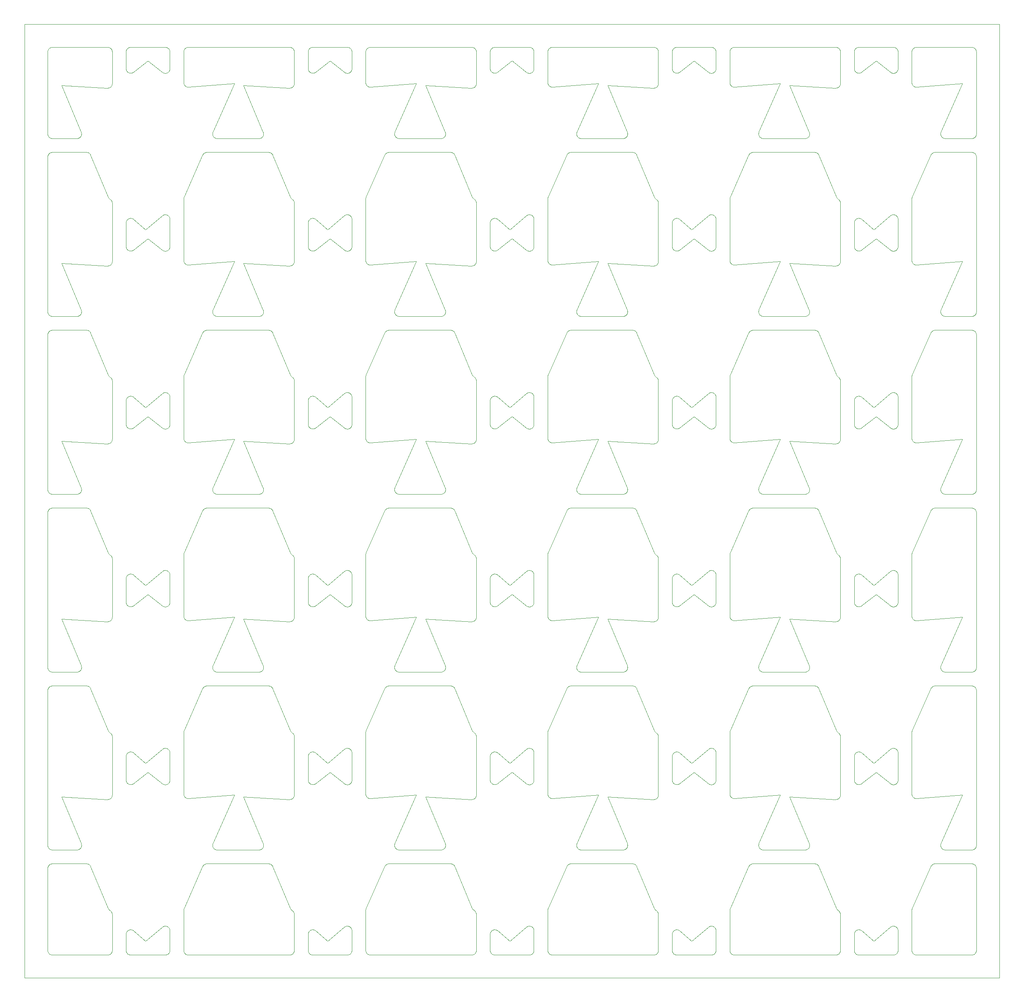
<source format=gbr>
%TF.GenerationSoftware,KiCad,Pcbnew,9.0.2*%
%TF.CreationDate,2025-06-25T16:30:57-05:00*%
%TF.ProjectId,panel,70616e65-6c2e-46b6-9963-61645f706362,rev?*%
%TF.SameCoordinates,Original*%
%TF.FileFunction,Profile,NP*%
%FSLAX46Y46*%
G04 Gerber Fmt 4.6, Leading zero omitted, Abs format (unit mm)*
G04 Created by KiCad (PCBNEW 9.0.2) date 2025-06-25 16:30:57*
%MOMM*%
%LPD*%
G01*
G04 APERTURE LIST*
%TA.AperFunction,Profile*%
%ADD10C,0.100000*%
%TD*%
G04 APERTURE END LIST*
D10*
X113627270Y-184547858D02*
X113603583Y-184590203D01*
X249129400Y-48289264D02*
X249153569Y-48331927D01*
X77252934Y-110064317D02*
X77244757Y-110016589D01*
X140689463Y-71805302D02*
X140671607Y-71851287D01*
X162945251Y-160454508D02*
X162904882Y-160425613D01*
X48390917Y-202293070D02*
X48437475Y-202277689D01*
X184412670Y-185035135D02*
X184363783Y-185041657D01*
X215078209Y-86980465D02*
X215098177Y-87025106D01*
X208763918Y-110486948D02*
X208767675Y-110496588D01*
X183626412Y-107608557D02*
X183588905Y-107576531D01*
X232009869Y-221710412D02*
X231976058Y-221745924D01*
X77235569Y-96476393D02*
X77239639Y-96424464D01*
X183400930Y-184564758D02*
X183376491Y-184521919D01*
X139992301Y-25029939D02*
X140039558Y-25043016D01*
X152893309Y-146240104D02*
X152855344Y-146270317D01*
X231618267Y-146409963D02*
X231572399Y-146425785D01*
X180086826Y-110632473D02*
X180058271Y-110672699D01*
X173249419Y-83151904D02*
X173212265Y-83184033D01*
X232258071Y-145618822D02*
X232249862Y-145666642D01*
X112857056Y-69250913D02*
X112808729Y-69255241D01*
X81381280Y-164177781D02*
X81403847Y-164135399D01*
X105889864Y-62359852D02*
X108497799Y-64599776D01*
X192181517Y-177250220D02*
X192225758Y-177272091D01*
X213066461Y-159820511D02*
X213055812Y-159868461D01*
X117270898Y-25117960D02*
X117314695Y-25095914D01*
X61240562Y-149542264D02*
X61197486Y-149566304D01*
X105546592Y-62167235D02*
X105593313Y-62183648D01*
X134057517Y-198379799D02*
X134049237Y-198428216D01*
X95892741Y-163656733D02*
X95939871Y-163669736D01*
X64899702Y-25443985D02*
X64927936Y-25403896D01*
X77244757Y-110016589D02*
X77238903Y-109968520D01*
X183400930Y-68741643D02*
X183376491Y-68698804D01*
X66254454Y-107683532D02*
X66211841Y-107708363D01*
X156256863Y-212247579D02*
X156263635Y-212195933D01*
X94559352Y-198232932D02*
X94558280Y-198282040D01*
X116907142Y-71813026D02*
X116881524Y-71771934D01*
X192530437Y-216126917D02*
X192560969Y-216165693D01*
X74229337Y-139450163D02*
X74232991Y-139499381D01*
X145185279Y-69123356D02*
X145140425Y-69143864D01*
X84389989Y-44798921D02*
X84340727Y-44792768D01*
X61730122Y-32908401D02*
X61726471Y-32957596D01*
X47955232Y-44438611D02*
X47925065Y-44399955D01*
X116772762Y-221282262D02*
X116762019Y-221234420D01*
X191506854Y-61367189D02*
X191554878Y-61355814D01*
X48629550Y-163631778D02*
X48678451Y-163628171D01*
X151685781Y-138725977D02*
X151727106Y-138698995D01*
X180198778Y-25662447D02*
X180214159Y-25709005D01*
X113126123Y-221962480D02*
X113080376Y-221980127D01*
X222886054Y-101250180D02*
X222910682Y-101207219D01*
X113623351Y-139074977D02*
X113645674Y-139118992D01*
X152634735Y-25076044D02*
X152679562Y-25095914D01*
X156251435Y-221039512D02*
X156251435Y-212351591D01*
X195761405Y-57868688D02*
X195765475Y-57816759D01*
X223976835Y-139356861D02*
X224024951Y-139368568D01*
X104250980Y-101577364D02*
X104259530Y-101528588D01*
X74041572Y-107455786D02*
X74011987Y-107494243D01*
X73235199Y-222038525D02*
X65730352Y-222038525D01*
X77882346Y-188022583D02*
X77837432Y-188004482D01*
X212184282Y-83406729D02*
X212135297Y-83410349D01*
X156443334Y-33245123D02*
X156415754Y-33205321D01*
X77678196Y-221870162D02*
X77638107Y-221841929D01*
X65400539Y-30560640D02*
X65354400Y-30543214D01*
X144464705Y-185006588D02*
X144417763Y-184991460D01*
X179466834Y-173509972D02*
X179476180Y-173518424D01*
X65935339Y-185026209D02*
X65886834Y-185035135D01*
X151950838Y-99988627D02*
X151998242Y-99974894D01*
X195951946Y-149068238D02*
X195924366Y-149028436D01*
X249266719Y-203135753D02*
X249270326Y-203184653D01*
X180228729Y-135803673D02*
X180238939Y-135850360D01*
X104863012Y-107758624D02*
X104817790Y-107738941D01*
X161291337Y-202234672D02*
X174667908Y-202234672D01*
X162987005Y-160481362D02*
X162945251Y-160454508D01*
X96552373Y-125588170D02*
X96572341Y-125632811D01*
X192268866Y-61473006D02*
X192310734Y-61499136D01*
X101199075Y-174365233D02*
X101211505Y-174411378D01*
X134048167Y-82214640D02*
X134056711Y-82263010D01*
X64750918Y-62920883D02*
X64761873Y-62872590D01*
X112489630Y-61367189D02*
X112537654Y-61355814D01*
X195760047Y-25999012D02*
X195761250Y-25949981D01*
X184610537Y-216614468D02*
X184656387Y-216633175D01*
X219487117Y-96740479D02*
X219519396Y-96775720D01*
X192755336Y-106962954D02*
X192749459Y-107011117D01*
X160746515Y-86573191D02*
X160787379Y-86547980D01*
X139749552Y-222038525D02*
X117741835Y-222038525D01*
X61469547Y-72140976D02*
X61435367Y-72176546D01*
X104611989Y-178163037D02*
X104651301Y-178132924D01*
X72740680Y-69126361D02*
X72699118Y-69101325D01*
X231972433Y-216054122D02*
X232006640Y-216089696D01*
X202030138Y-198067965D02*
X202039686Y-198019247D01*
X222966169Y-139732924D02*
X222996891Y-139694086D01*
X184509180Y-30584080D02*
X184461175Y-30595389D01*
X156281374Y-25756262D02*
X156294452Y-25709005D01*
X183520888Y-178264524D02*
X183555304Y-178228918D01*
X163407213Y-199229741D02*
X163357951Y-199223588D01*
X144713618Y-139334674D02*
X144763136Y-139334219D01*
X139952813Y-96282719D02*
X139957981Y-96294230D01*
X231112018Y-61346825D02*
X231160930Y-61340243D01*
X160961494Y-125075282D02*
X161007185Y-125060523D01*
X223388848Y-107758624D02*
X223343626Y-107738941D01*
X116881524Y-71771934D02*
X116857926Y-71729649D01*
X191947156Y-215782618D02*
X191995403Y-215793007D01*
X222996891Y-216909496D02*
X223029500Y-216872229D01*
X144117800Y-69000852D02*
X144080293Y-68968826D01*
X65027189Y-146150397D02*
X64993023Y-146114829D01*
X174765555Y-86416340D02*
X174814081Y-86422307D01*
X54051732Y-160626967D02*
X48727482Y-160626967D01*
X222862808Y-107262516D02*
X222842712Y-107217476D01*
X64850655Y-145914214D02*
X64828360Y-145870221D01*
X162545874Y-198510425D02*
X162533410Y-198462370D01*
X101209651Y-148926379D02*
X101196416Y-148973901D01*
X179909070Y-135282523D02*
X179944577Y-135314527D01*
X113683669Y-61994650D02*
X113699247Y-62041480D01*
X48021070Y-48096453D02*
X48056582Y-48062642D01*
X77762286Y-25117960D02*
X77806083Y-25095914D01*
X202721459Y-199190584D02*
X202674383Y-199174824D01*
X200656377Y-202245041D02*
X200704046Y-202239285D01*
X202127663Y-121479287D02*
X202105955Y-121434641D01*
X96355480Y-125310250D02*
X96389275Y-125345580D01*
X183549777Y-221745924D02*
X183515966Y-221710412D01*
X235432978Y-149028436D02*
X235407360Y-148987344D01*
X139967587Y-173518441D02*
X140400458Y-173890228D01*
X129750460Y-149104315D02*
X133990603Y-159242493D01*
X230817857Y-146364758D02*
X230775128Y-146341771D01*
X64742280Y-29765083D02*
X64736207Y-29716138D01*
X196234518Y-110722033D02*
X196193935Y-110695616D01*
X196080516Y-187820434D02*
X196045783Y-187786693D01*
X175438526Y-202597930D02*
X175468706Y-202636393D01*
X163309056Y-199214996D02*
X163260648Y-199203986D01*
X162533410Y-44031550D02*
X162523350Y-43982936D01*
X104605193Y-221811762D02*
X104568065Y-221779734D01*
X173572018Y-121115625D02*
X173566129Y-121164389D01*
X231318677Y-25001203D02*
X231367578Y-25004810D01*
X140676281Y-58451874D02*
X140693063Y-58496620D01*
X73699922Y-138664386D02*
X73743030Y-138688416D01*
X144707417Y-30615842D02*
X144658201Y-30612644D01*
X101069602Y-33417063D02*
X101041047Y-33457289D01*
X246259272Y-110098679D02*
X236344940Y-110867821D01*
X249044767Y-160261726D02*
X249012739Y-160298854D01*
X153250215Y-139499381D02*
X153251435Y-139548731D01*
X140720117Y-58588263D02*
X140730327Y-58634950D01*
X105684030Y-139438722D02*
X105727803Y-139461876D01*
X55046182Y-43900215D02*
X55040293Y-43948979D01*
X235437021Y-25443985D02*
X235465255Y-25403896D01*
X183353091Y-25571872D02*
X183375137Y-25528074D01*
X94540625Y-43997396D02*
X94529976Y-44045346D01*
X241883223Y-121787043D02*
X241845921Y-121754285D01*
X153175390Y-25616699D02*
X153193037Y-25662447D01*
X47955232Y-86776798D02*
X47987260Y-86739670D01*
X78262124Y-149478101D02*
X78213701Y-149478329D01*
X100379000Y-188279321D02*
X100329989Y-188284929D01*
X113208534Y-61448976D02*
X113251642Y-61473006D01*
X105353323Y-62125256D02*
X105402362Y-62132143D01*
X223259992Y-216686427D02*
X223303332Y-216662472D01*
X160472177Y-86838721D02*
X160500600Y-86800022D01*
X152143706Y-61340243D02*
X152192883Y-61336086D01*
X47786867Y-159964520D02*
X47771486Y-159917961D01*
X174957095Y-163669736D02*
X175003533Y-163685029D01*
X113119025Y-100015150D02*
X113164293Y-100034810D01*
X65065606Y-62371947D02*
X65103377Y-62339922D01*
X240117652Y-86429966D02*
X240164989Y-86421926D01*
X232268659Y-25999012D02*
X232268659Y-29650634D01*
X112395559Y-138612389D02*
X112442226Y-138596332D01*
X191777474Y-107864921D02*
X191728955Y-107864541D01*
X222796076Y-184292595D02*
X222785208Y-184244488D01*
X104357913Y-25528074D02*
X104382082Y-25485411D01*
X140214710Y-188174009D02*
X140170499Y-188195893D01*
X54388862Y-121960662D02*
X54342230Y-121976096D01*
X162619051Y-44263877D02*
X162597343Y-44219231D01*
X222785366Y-178743998D02*
X222796321Y-178695705D01*
X101096136Y-187806296D02*
X101069602Y-187847883D01*
X162577880Y-198604381D02*
X162560709Y-198557800D01*
X183300693Y-145732403D02*
X183287464Y-145684890D01*
X236169740Y-25004810D02*
X236218640Y-25001203D01*
X249012739Y-198906559D02*
X248978929Y-198942071D01*
X169266613Y-110485940D02*
X169256271Y-110485586D01*
X77277228Y-221329519D02*
X77264150Y-221282262D01*
X144117800Y-146216262D02*
X144080293Y-146184236D01*
X66168055Y-146338766D02*
X66123201Y-146359274D01*
X47733280Y-25901080D02*
X47739282Y-25852416D01*
X134008441Y-120680567D02*
X134024002Y-120727156D01*
X56997411Y-164109811D02*
X57021639Y-164152276D01*
X143768142Y-217351703D02*
X143779097Y-217303410D01*
X113410674Y-100197165D02*
X113446597Y-100231007D01*
X214845832Y-163884321D02*
X214881316Y-163917955D01*
X223829840Y-216551627D02*
X223879159Y-216556076D01*
X175547475Y-164152276D02*
X175569597Y-164195875D01*
X196547437Y-149455851D02*
X196500374Y-149444449D01*
X83679857Y-160213704D02*
X83651758Y-160172777D01*
X61702893Y-174411378D02*
X61713103Y-174458065D01*
X219765788Y-58824976D02*
X219765788Y-71466778D01*
X219187723Y-110980483D02*
X219142485Y-111000158D01*
X47925065Y-48207749D02*
X47955232Y-48169093D01*
X184787599Y-62271761D02*
X184828866Y-62299135D01*
X162533410Y-121246960D02*
X162523350Y-121198346D01*
X140214710Y-72350894D02*
X140170499Y-72372778D01*
X113738112Y-68355249D02*
X113732235Y-68403412D01*
X65844711Y-139340666D02*
X65893750Y-139347553D01*
X162514411Y-82293982D02*
X162521526Y-82244850D01*
X219487117Y-135348184D02*
X219519396Y-135383425D01*
X100458975Y-134910736D02*
X100891846Y-135282523D01*
X54566140Y-121876648D02*
X54523425Y-121900897D01*
X249260717Y-82559141D02*
X249252334Y-82607452D01*
X104383706Y-184564758D02*
X104359267Y-184521919D01*
X192666098Y-30073593D02*
X192644494Y-30117038D01*
X101069602Y-187847883D02*
X101041047Y-187888109D01*
X105353323Y-139340666D02*
X105402362Y-139347553D01*
X104651301Y-100917514D02*
X104692057Y-100889386D01*
X215098177Y-202848221D02*
X218970027Y-212105810D01*
X101235382Y-58729521D02*
X101238809Y-58777188D01*
X47786867Y-164289414D02*
X47804514Y-164243666D01*
X61611974Y-110548041D02*
X61587524Y-110590886D01*
X180213640Y-148973901D02*
X180198075Y-149020712D01*
X249241590Y-159870704D02*
X249228513Y-159917961D01*
X140549659Y-110672699D02*
X140519154Y-110711466D01*
X152733290Y-69134011D02*
X152690206Y-69156325D01*
X105499115Y-139368568D02*
X105546592Y-139382645D01*
X65180098Y-184882276D02*
X65139617Y-184854103D01*
X64902961Y-139773236D02*
X64931721Y-139732924D01*
X73396504Y-146459655D02*
X73348444Y-146466323D01*
X116744181Y-173691803D02*
X116748251Y-173639874D01*
X184787599Y-139487171D02*
X184828866Y-139514545D01*
X195928409Y-25443985D02*
X195956643Y-25403896D01*
X212514016Y-199138427D02*
X212469126Y-199158365D01*
X61399473Y-188033500D02*
X61361952Y-188065527D01*
X223214546Y-146274571D02*
X223174065Y-146246398D01*
X96421302Y-125382520D02*
X96451482Y-125420983D01*
X222785208Y-68421373D02*
X222776728Y-68372788D01*
X213065391Y-43606935D02*
X213073935Y-43655305D01*
X163309056Y-160607291D02*
X163260648Y-160596281D01*
X73790225Y-25168362D02*
X73830314Y-25196595D01*
X152508593Y-185047067D02*
X152461407Y-185058365D01*
X61282400Y-33693012D02*
X61240562Y-33719149D01*
X152242206Y-177157476D02*
X152291554Y-177158190D01*
X143792433Y-62824900D02*
X143808115Y-62777929D01*
X74234211Y-221039512D02*
X74233007Y-221088543D01*
X223029500Y-139656819D02*
X223063916Y-139621213D01*
X48484732Y-222008585D02*
X48437475Y-221995508D01*
X144512337Y-107803970D02*
X144464705Y-107791178D01*
X179396224Y-33848501D02*
X179347213Y-33854109D01*
X249195485Y-202851371D02*
X249213132Y-202897119D01*
X218757272Y-72465744D02*
X218707958Y-72464056D01*
X123948107Y-44802618D02*
X123898601Y-44798921D01*
X231259430Y-215765181D02*
X231308778Y-215765895D01*
X223681408Y-216552993D02*
X223730842Y-216550084D01*
X212827379Y-83082365D02*
X212793560Y-83117987D01*
X54294897Y-83381514D02*
X54246975Y-83392294D01*
X175468706Y-164028688D02*
X175496969Y-164068582D01*
X144560542Y-30598987D02*
X144512337Y-30588560D01*
X235827897Y-149376520D02*
X235784947Y-149354156D01*
X219142485Y-111000158D02*
X219096332Y-111017576D01*
X73743030Y-138688416D02*
X73784898Y-138714546D01*
X83516186Y-82639255D02*
X83506126Y-82590641D01*
X77554680Y-71997319D02*
X77519947Y-71963578D01*
X180257176Y-71466778D02*
X180255958Y-71516106D01*
X100616649Y-111000158D02*
X100570496Y-111017576D01*
X180201675Y-58496620D02*
X180216299Y-58542118D01*
X156256863Y-173639874D02*
X156263635Y-173588228D01*
X191750818Y-177157476D02*
X191800166Y-177158190D01*
X112881231Y-138559214D02*
X112929932Y-138567208D01*
X66084701Y-100791353D02*
X66130551Y-100810060D01*
X241563098Y-82687310D02*
X241550634Y-82639255D01*
X219578718Y-212673744D02*
X219605624Y-212713240D01*
X213025665Y-159288272D02*
X213041226Y-159334861D01*
X105254524Y-139334219D02*
X105304004Y-139336217D01*
X248272517Y-86411557D02*
X248321548Y-86412761D01*
X105297410Y-107830347D02*
X105248118Y-107832017D01*
X112832194Y-215769045D02*
X112881231Y-215774624D01*
X219653621Y-135580453D02*
X219674602Y-135623391D01*
X152461407Y-146450660D02*
X152413728Y-146459655D01*
X184701254Y-62223312D02*
X184745027Y-62246466D01*
X47896832Y-121575276D02*
X47870599Y-121533850D01*
X84291832Y-199214996D02*
X84243424Y-199203986D01*
X144457570Y-221995508D02*
X144411011Y-221980127D01*
X101104775Y-58323157D02*
X101127785Y-58365043D01*
X156251435Y-32656393D02*
X156251435Y-25999012D01*
X121686822Y-86416170D02*
X121734712Y-86412711D01*
X112519553Y-185054967D02*
X112472550Y-185042930D01*
X212642061Y-83242624D02*
X212600588Y-83268943D01*
X66123201Y-30536159D02*
X66077390Y-30554429D01*
X183626412Y-69000852D02*
X183588905Y-68968826D01*
X65348040Y-221962480D02*
X65303213Y-221942610D01*
X183287464Y-68469480D02*
X183276596Y-68421373D01*
X143979667Y-101086381D02*
X144012276Y-101049114D01*
X54434678Y-44727545D02*
X54388862Y-44745252D01*
X153232239Y-25804104D02*
X153240622Y-25852416D01*
X65221921Y-30477597D02*
X65180098Y-30451456D01*
X140693063Y-58496620D02*
X140707687Y-58542118D01*
X191235718Y-100091290D02*
X191278324Y-100066383D01*
X183520888Y-216872229D02*
X183555304Y-216836623D01*
X48345169Y-202310717D02*
X48390917Y-202293070D01*
X61720396Y-110221961D02*
X61711912Y-110270557D01*
X94539555Y-159430050D02*
X94548099Y-159478420D01*
X235521338Y-33320487D02*
X235490035Y-33283542D01*
X54993066Y-44139389D02*
X54975484Y-44185254D01*
X153155520Y-25571872D02*
X153175390Y-25616699D01*
X223027471Y-30291714D02*
X222995101Y-30254503D01*
X123250589Y-121683415D02*
X123218567Y-121645479D01*
X156899570Y-33591763D02*
X156854656Y-33573662D01*
X175468706Y-86813278D02*
X175496969Y-86853172D01*
X162557364Y-197923534D02*
X162574043Y-197876776D01*
X196500374Y-110836744D02*
X196453920Y-110823076D01*
X156261981Y-71408884D02*
X156256127Y-71360815D01*
X72796273Y-138651315D02*
X72841129Y-138630732D01*
X104725364Y-25142129D02*
X104768027Y-25117960D01*
X117673936Y-33653095D02*
X117625718Y-33648635D01*
X183973317Y-107791178D02*
X183926375Y-107776050D01*
X175372704Y-86702545D02*
X175406499Y-86737875D01*
X104730533Y-30477597D02*
X104688710Y-30451456D01*
X249129400Y-125504674D02*
X249153569Y-125547337D01*
X230733566Y-184924440D02*
X230693268Y-184897416D01*
X191603406Y-61346825D02*
X191652318Y-61340243D01*
X83741977Y-198898825D02*
X83709955Y-198860889D01*
X192567408Y-30240376D02*
X192537823Y-30278833D01*
X160706910Y-47992631D02*
X160746515Y-47965486D01*
X116808642Y-173387259D02*
X116828503Y-173339092D01*
X156991762Y-72229039D02*
X156945308Y-72215371D01*
X192563451Y-25403896D02*
X192591685Y-25443985D01*
X123396270Y-199033318D02*
X123357387Y-199002453D01*
X101221715Y-135850360D02*
X101229680Y-135897482D01*
X105639163Y-178025470D02*
X105684030Y-178046427D01*
X73372619Y-215774624D02*
X73421320Y-215782618D01*
X123610923Y-199156745D02*
X123565643Y-199136392D01*
X223135024Y-30393147D02*
X223097517Y-30361121D01*
X139936286Y-149663595D02*
X139887612Y-149671616D01*
X162987005Y-44658247D02*
X162945251Y-44631393D01*
X139690734Y-149679466D02*
X129758025Y-149093646D01*
X160787379Y-163763390D02*
X160829408Y-163740172D01*
X100870564Y-110850117D02*
X100831508Y-110880252D01*
X113181594Y-30548620D02*
X113137477Y-30568817D01*
X249103167Y-25443985D02*
X249129400Y-25485411D01*
X78086627Y-222027712D02*
X78038316Y-222019329D01*
X153154286Y-216334402D02*
X153174409Y-216379467D01*
X144566051Y-177958431D02*
X144614955Y-177950643D01*
X192051041Y-221995508D02*
X192003784Y-222008585D01*
X73980570Y-30315808D02*
X73947394Y-30351214D01*
X83556819Y-43445956D02*
X83575804Y-43400071D01*
X94464282Y-82837904D02*
X94442282Y-82881820D01*
X61702893Y-58588263D02*
X61713103Y-58634950D01*
X104250892Y-68372788D02*
X104244819Y-68323843D01*
X145140425Y-69143864D02*
X145094614Y-69162134D01*
X196276335Y-187961861D02*
X196234518Y-187937443D01*
X112207730Y-30493620D02*
X112167432Y-30466596D01*
X223293863Y-221920564D02*
X223251200Y-221896395D01*
X157182548Y-149476210D02*
X157134330Y-149471750D01*
X202337309Y-198969695D02*
X202301680Y-198935123D01*
X148024935Y-219030667D02*
X151607369Y-216001311D01*
X47925065Y-121615365D02*
X47896832Y-121575276D01*
X195898748Y-110379639D02*
X195875150Y-110337354D01*
X248609082Y-47862250D02*
X248654830Y-47879897D01*
X144007354Y-25328112D02*
X144041165Y-25292600D01*
X47747665Y-164431072D02*
X47758409Y-164383230D01*
X104384846Y-62599514D02*
X104411573Y-62557826D01*
X180180219Y-110458992D02*
X180160114Y-110504040D01*
X192644494Y-145940153D02*
X192620807Y-145982498D01*
X140549659Y-72064994D02*
X140519154Y-72103761D01*
X249213132Y-25662447D02*
X249228513Y-25709005D01*
X162560709Y-121342390D02*
X162545874Y-121295015D01*
X156854656Y-110789072D02*
X156810673Y-110768815D01*
X231210107Y-99943791D02*
X231259430Y-99942066D01*
X196052647Y-25292600D02*
X196088160Y-25258790D01*
X175406499Y-48130170D02*
X175438526Y-48167110D01*
X183455996Y-146038855D02*
X183427453Y-145998633D01*
X50729470Y-149094653D02*
X50733227Y-149104293D01*
X145320254Y-178122250D02*
X145360113Y-178151635D01*
X152581453Y-138605454D02*
X152627637Y-138622855D01*
X113384697Y-184847809D02*
X113346732Y-184878022D01*
X61726471Y-187388416D02*
X61720396Y-187437371D01*
X183973317Y-185006588D02*
X183926375Y-184991460D01*
X214176520Y-86411557D02*
X214225408Y-86412754D01*
X173173577Y-83214298D02*
X173133449Y-83242624D01*
X134049237Y-82605101D02*
X134038588Y-82653051D01*
X152555175Y-30602670D02*
X152508593Y-30616247D01*
X153207859Y-139256890D02*
X153221106Y-139304431D01*
X73251638Y-30649511D02*
X73203119Y-30649131D01*
X61731340Y-25999012D02*
X61731340Y-32859073D01*
X101238734Y-32908401D02*
X101235083Y-32957596D01*
X202086492Y-82781266D02*
X202069321Y-82734685D01*
X235625455Y-187852453D02*
X235589128Y-187820434D01*
X196045783Y-33355873D02*
X196012726Y-33320487D01*
X222767006Y-184097774D02*
X222765788Y-184048457D01*
X101239952Y-25999012D02*
X101239952Y-32859073D01*
X172772811Y-160607704D02*
X172724418Y-160616116D01*
X231859873Y-215958121D02*
X231898959Y-215988254D01*
X152855344Y-184878022D02*
X152815957Y-184906357D01*
X232211466Y-29983814D02*
X232194178Y-30029150D01*
X47728470Y-198235660D02*
X47728470Y-164625979D01*
X248786118Y-221896395D02*
X248743455Y-221920564D01*
X101120586Y-149155746D02*
X101096136Y-149198591D01*
X74175813Y-221376077D02*
X74158166Y-221421825D01*
X113072841Y-99997749D02*
X113119025Y-100015150D01*
X144200669Y-216712501D02*
X144242768Y-216686427D01*
X180165990Y-135623391D02*
X180184893Y-135667284D01*
X48484732Y-47833791D02*
X48532574Y-47823048D01*
X54973379Y-82027083D02*
X54991217Y-82072862D01*
X219755516Y-58682072D02*
X219761218Y-58729521D01*
X179248660Y-72465744D02*
X179199346Y-72464056D01*
X61721068Y-97289777D02*
X61726770Y-97337226D01*
X134056711Y-43655305D02*
X134062868Y-43704037D01*
X77372912Y-110379639D02*
X77349314Y-110337354D01*
X183668525Y-139525219D02*
X183709281Y-139497091D01*
X241636275Y-82871582D02*
X241614567Y-82826936D01*
X202023023Y-82293982D02*
X202030138Y-82244850D01*
X192740601Y-62137160D02*
X192749093Y-62185776D01*
X64736207Y-29716138D02*
X64732558Y-29666954D01*
X101221715Y-97242655D02*
X101229680Y-97289777D01*
X236008986Y-188052154D02*
X235962532Y-188038486D01*
X143825488Y-145825181D02*
X143807639Y-145779204D01*
X47987260Y-44475739D02*
X47955232Y-44438611D01*
X104821970Y-100817578D02*
X104867468Y-100798030D01*
X161195434Y-163631580D02*
X161243324Y-163628121D01*
X183399306Y-25485411D02*
X183425538Y-25443985D01*
X249195485Y-82794858D02*
X249175615Y-82839684D01*
X232209505Y-139210060D02*
X232225083Y-139256890D01*
X172675670Y-160622139D02*
X172626685Y-160625759D01*
X105297410Y-69222642D02*
X105248118Y-69224312D01*
X65268884Y-139447062D02*
X65313358Y-139425283D01*
X47739282Y-159774551D02*
X47733280Y-159725886D01*
X73517242Y-99982651D02*
X73564229Y-99997749D01*
X183262043Y-184146958D02*
X183258394Y-184097774D01*
X140718263Y-148926379D02*
X140705028Y-148973901D01*
X144855171Y-107826247D02*
X144806022Y-107830347D01*
X184821626Y-146264334D02*
X184780290Y-146291237D01*
X113648874Y-145896708D02*
X113627270Y-145940153D01*
X116818867Y-25616699D02*
X116838738Y-25571872D01*
X117176711Y-149303321D02*
X117137455Y-149274969D01*
X231777478Y-61473006D02*
X231819346Y-61499136D01*
X77896658Y-25058397D02*
X77943217Y-25043016D01*
X173518902Y-82747094D02*
X173501320Y-82792959D01*
X179347213Y-188284929D02*
X179297985Y-188288111D01*
X222886054Y-62642475D02*
X222910682Y-62599514D01*
X113307345Y-146298652D02*
X113266628Y-146325040D01*
X112881231Y-61343804D02*
X112929932Y-61351798D01*
X113338926Y-221841929D02*
X113298837Y-221870162D01*
X113456006Y-30351214D02*
X113421151Y-30384968D01*
X219049375Y-72424989D02*
X219001729Y-72437771D01*
X222785366Y-101528588D02*
X222796321Y-101480295D01*
X219433921Y-33602680D02*
X219396400Y-33634707D01*
X235625455Y-110637043D02*
X235589128Y-110605024D01*
X112890407Y-25010812D02*
X112938718Y-25019195D01*
X116801221Y-25662447D02*
X116818867Y-25616699D01*
X55049668Y-198282040D02*
X55046182Y-198331035D01*
X202267813Y-160291120D02*
X202235791Y-160253184D01*
X48172455Y-202403034D02*
X48213881Y-202376801D01*
X179995383Y-33533271D02*
X179961203Y-33568841D01*
X100182122Y-33856351D02*
X90249413Y-33270531D01*
X121734712Y-202235826D02*
X121782725Y-202234672D01*
X105297410Y-30614937D02*
X105248118Y-30616607D01*
X162531074Y-198019247D02*
X162543030Y-197971064D01*
X123218567Y-198860889D02*
X123188469Y-198821409D01*
X230786936Y-61458678D02*
X230830721Y-61435905D01*
X184603226Y-184985249D02*
X184556569Y-185001236D01*
X192530437Y-138911507D02*
X192560969Y-138950283D01*
X173575504Y-82458925D02*
X173572018Y-82507920D01*
X47739282Y-48656268D02*
X47747665Y-48607957D01*
X213083846Y-159576127D02*
X213085188Y-159625227D01*
X248743455Y-25117960D02*
X248786118Y-25142129D01*
X65696394Y-62119264D02*
X65745912Y-62118809D01*
X232194178Y-68636855D02*
X232174710Y-68681298D01*
X117001613Y-221710412D02*
X116969586Y-221673283D01*
X94548905Y-121164389D02*
X94540625Y-121212806D01*
X202101640Y-197830891D02*
X206757936Y-187324379D01*
X144159913Y-216740629D02*
X144200669Y-216712501D01*
X100891846Y-58067113D02*
X100927353Y-58099117D01*
X235302424Y-173486344D02*
X235317159Y-173436384D01*
X81944270Y-202290692D02*
X81989961Y-202275933D01*
X248515267Y-121989323D02*
X248467425Y-122000066D01*
X77562324Y-25258790D02*
X77599452Y-25226762D01*
X224111838Y-146377544D02*
X224065181Y-146393531D01*
X183257176Y-184048457D02*
X183257176Y-178940814D01*
X83492521Y-198166521D02*
X83497187Y-198117097D01*
X153112195Y-184590203D02*
X153086479Y-184631349D01*
X123024798Y-121246960D02*
X123014738Y-121198346D01*
X202374611Y-44571633D02*
X202337309Y-44538875D01*
X179887788Y-33634707D02*
X179848732Y-33664842D01*
X195853629Y-71686270D02*
X195834236Y-71641899D01*
X179925309Y-110818090D02*
X179887788Y-110850117D01*
X202016414Y-198265760D02*
X202016152Y-198216116D01*
X248786118Y-25142129D02*
X248827544Y-25168362D01*
X246259272Y-148706384D02*
X236344940Y-149475526D01*
X65183445Y-62281681D02*
X65225544Y-62255607D01*
X232006640Y-216089696D02*
X232039049Y-216126917D01*
X214688774Y-86552881D02*
X214730122Y-86578969D01*
X117722313Y-110870624D02*
X117673936Y-110868505D01*
X73672982Y-146371735D02*
X73628865Y-146391932D01*
X219764645Y-213208008D02*
X219765788Y-213255796D01*
X83887658Y-121817908D02*
X83848775Y-121787043D01*
X112426187Y-69205509D02*
X112380573Y-69188970D01*
X156510225Y-25328112D02*
X156544035Y-25292600D01*
X222937409Y-101165531D02*
X222966169Y-101125219D01*
X222809657Y-101432605D02*
X222825339Y-101385634D01*
X213055812Y-44045346D02*
X213042819Y-44092716D01*
X156252609Y-148527929D02*
X156251435Y-148479508D01*
X223100054Y-100979652D02*
X223137825Y-100947627D01*
X140693063Y-174319735D02*
X140707687Y-174365233D01*
X112098757Y-138785901D02*
X112137228Y-138754966D01*
X212889564Y-160221763D02*
X212859406Y-160260534D01*
X192755173Y-100842458D02*
X192758827Y-100891676D01*
X65405267Y-139388466D02*
X65452477Y-139373518D01*
X202031962Y-121198346D02*
X202024328Y-121149292D01*
X222996891Y-101086381D02*
X223029500Y-101049114D01*
X222765788Y-106833047D02*
X222765788Y-101725404D01*
X77678196Y-25168362D02*
X77719622Y-25142129D01*
X101196416Y-148973901D02*
X101180851Y-149020712D01*
X167252260Y-187313549D02*
X167242072Y-187314088D01*
X48532574Y-47823048D02*
X48580886Y-47814665D01*
X73655681Y-177250220D02*
X73699922Y-177272091D01*
X64849301Y-25528074D02*
X64873470Y-25485411D01*
X152486791Y-215793007D02*
X152534466Y-215805766D01*
X202016414Y-121050350D02*
X202016152Y-121000706D01*
X134008441Y-82072862D02*
X134024002Y-82119451D01*
X104244819Y-145539253D02*
X104241170Y-145490069D01*
X175221510Y-202402084D02*
X175261533Y-202430164D01*
X248699657Y-160531052D02*
X248654830Y-160550922D01*
X232263785Y-139450163D02*
X232267439Y-139499381D01*
X180070106Y-212673744D02*
X180097012Y-212713240D01*
X73583819Y-185017668D02*
X73537951Y-185033490D01*
X101239952Y-174648091D02*
X101239952Y-187289893D01*
X156309833Y-25662447D02*
X156327479Y-25616699D01*
X162533410Y-198462370D02*
X162523350Y-198413756D01*
X223058389Y-221745924D02*
X223024578Y-221710412D01*
X116964199Y-149106657D02*
X116934722Y-149068238D01*
X191489774Y-30612110D02*
X191443411Y-30597804D01*
X105092368Y-25010812D02*
X105141033Y-25004810D01*
X153240847Y-68403412D02*
X153232638Y-68451232D01*
X144517593Y-100753222D02*
X144566051Y-100743021D01*
X90249389Y-149093645D02*
X90239047Y-149093291D01*
X72886947Y-138612389D02*
X72933614Y-138596332D01*
X180246232Y-148829666D02*
X180237748Y-148878262D01*
X65935339Y-30595389D02*
X65886834Y-30604315D01*
X236344940Y-110867821D02*
X236296572Y-110870396D01*
X223969787Y-185026209D02*
X223921282Y-185035135D01*
X195760047Y-32656393D02*
X195760047Y-25999012D01*
X152672905Y-61427105D02*
X152717146Y-61448976D01*
X140672520Y-25616699D02*
X140690166Y-25662447D01*
X83775844Y-44504303D02*
X83741977Y-44468005D01*
X143918841Y-184606338D02*
X143892318Y-184564758D01*
X135712898Y-163794379D02*
X135752921Y-163822459D01*
X183377442Y-101250180D02*
X183402070Y-101207219D01*
X140747346Y-32908401D02*
X140743695Y-32957596D01*
X153174409Y-139164057D02*
X153192281Y-139210060D01*
X248867633Y-202431268D02*
X248906288Y-202461435D01*
X94301543Y-44474660D02*
X94267724Y-44510282D01*
X121498573Y-86452818D02*
X121544920Y-86440271D01*
X152268862Y-146472626D02*
X152220343Y-146472246D01*
X241531635Y-159509392D02*
X241538750Y-159460260D01*
X144239145Y-69085302D02*
X144197322Y-69059161D01*
X196453920Y-188038486D02*
X196408182Y-188022583D01*
X144282206Y-69109346D02*
X144239145Y-69085302D01*
X152997794Y-30315808D02*
X152964618Y-30351214D01*
X143748564Y-68225342D02*
X143748564Y-63117699D01*
X196787960Y-72262691D02*
X196739537Y-72262919D01*
X235270017Y-173691803D02*
X235274087Y-173639874D01*
X192438375Y-146208083D02*
X192401921Y-146240104D01*
X100908085Y-110818090D02*
X100870564Y-110850117D01*
X65990503Y-177976273D02*
X66037980Y-177990350D01*
X153193037Y-25662447D02*
X153208418Y-25709005D01*
X48056582Y-44545062D02*
X48021070Y-44511251D01*
X74041572Y-30240376D02*
X74011987Y-30278833D01*
X223169685Y-25196595D02*
X223209774Y-25168362D01*
X96479745Y-48245467D02*
X96506023Y-48286696D01*
X100338871Y-25004810D02*
X100387536Y-25010812D01*
X93943290Y-44727545D02*
X93897474Y-44745252D01*
X61515505Y-96812465D02*
X61544270Y-96850629D01*
X248419113Y-163637780D02*
X248467425Y-163646163D01*
X183588905Y-107576531D02*
X183553025Y-107542692D01*
X151934799Y-146420919D02*
X151889185Y-146404380D01*
X223921282Y-146427430D02*
X223872395Y-146433952D01*
X116836405Y-33078565D02*
X116817012Y-33034194D01*
X47955232Y-125384503D02*
X47987260Y-125347375D01*
X235269833Y-187135634D02*
X235268659Y-187087213D01*
X93560344Y-160626967D02*
X84489137Y-160626967D01*
X139958222Y-134902267D02*
X139967568Y-134910719D01*
X156504114Y-110535897D02*
X156472811Y-110498952D01*
X72752488Y-177281793D02*
X72796273Y-177259020D01*
X249241590Y-25756262D02*
X249252334Y-25804104D01*
X183287709Y-140088000D02*
X183301045Y-140040310D01*
X180027766Y-149319171D02*
X179995383Y-149356386D01*
X160421071Y-125527694D02*
X160445647Y-125486446D01*
X104688710Y-184882276D02*
X104648229Y-184854103D01*
X183747757Y-146300712D02*
X183705934Y-146274571D01*
X74094971Y-30159383D02*
X74069255Y-30200529D01*
X219569192Y-221634628D02*
X219539025Y-221673283D01*
X192431934Y-25258790D02*
X192467446Y-25292600D01*
X202337309Y-121754285D02*
X202301680Y-121719713D01*
X101071590Y-25443985D02*
X101097823Y-25485411D01*
X60935589Y-57675014D02*
X60940757Y-57686525D01*
X232191633Y-177771762D02*
X232209505Y-177817765D01*
X135671550Y-163768291D02*
X135712898Y-163794379D01*
X184370547Y-100732961D02*
X184419586Y-100739848D01*
X249044767Y-86776798D02*
X249074934Y-86815454D01*
X180214159Y-221329519D02*
X180198778Y-221376077D01*
X184123567Y-62127528D02*
X184172796Y-62122173D01*
X113072841Y-61390044D02*
X113119025Y-61407445D01*
X249074934Y-86815454D02*
X249103167Y-86855543D01*
X183665453Y-69030988D02*
X183626412Y-69000852D01*
X223299430Y-107717051D02*
X223256369Y-107693007D01*
X231663313Y-146391932D02*
X231618267Y-146409963D01*
X64850655Y-107306509D02*
X64828360Y-107262516D01*
X183931103Y-62173056D02*
X183978313Y-62158108D01*
X222796076Y-29861775D02*
X222785208Y-29813668D01*
X100475893Y-149653181D02*
X100427674Y-149663595D01*
X161100428Y-125037671D02*
X161147765Y-125029631D01*
X222809657Y-62824900D02*
X222825339Y-62777929D01*
X230775128Y-69126361D02*
X230733566Y-69101325D01*
X156251435Y-148479508D02*
X156251435Y-135136181D01*
X180060580Y-25403896D02*
X180088814Y-25443985D01*
X206750660Y-32883269D02*
X196836328Y-33652411D01*
X61484948Y-173991130D02*
X61515505Y-174027875D01*
X78165324Y-33653095D02*
X78117106Y-33648635D01*
X153222116Y-29890893D02*
X153209308Y-29937692D01*
X152815957Y-146298652D02*
X152775240Y-146325040D01*
X231237567Y-69256836D02*
X231189124Y-69254100D01*
X74234211Y-106866044D02*
X74233032Y-106914562D01*
X183428797Y-139773236D02*
X183457557Y-139732924D01*
X152350354Y-222033714D02*
X152301453Y-222037321D01*
X81989961Y-47845113D02*
X82036308Y-47832566D01*
X192283852Y-107717335D02*
X192241902Y-107741716D01*
X212917780Y-198789262D02*
X212889564Y-198829468D01*
X184649037Y-184966979D02*
X184603226Y-184985249D01*
X248743455Y-221920564D02*
X248699657Y-221942610D01*
X105727803Y-62246466D02*
X105770375Y-62271761D01*
X183425538Y-25443985D02*
X183453772Y-25403896D01*
X152690206Y-184979440D02*
X152646089Y-184999637D01*
X215056087Y-86936866D02*
X215078209Y-86980465D01*
X231859873Y-61527301D02*
X231898959Y-61557434D01*
X140730327Y-97242655D02*
X140738292Y-97289777D01*
X172868066Y-199191506D02*
X172820733Y-199204629D01*
X112905116Y-146459655D02*
X112857056Y-146466323D01*
X212720877Y-44576328D02*
X212682189Y-44606593D01*
X77234211Y-57920771D02*
X77235569Y-57868688D01*
X78135292Y-222033714D02*
X78086627Y-222027712D01*
X116911185Y-25443985D02*
X116939419Y-25403896D01*
X54686429Y-83184033D02*
X54647741Y-83214298D01*
X172772811Y-199215409D02*
X172724418Y-199223821D01*
X135256943Y-86416340D02*
X135305469Y-86422307D01*
X145000568Y-146407195D02*
X144952563Y-146418504D01*
X195793812Y-134878639D02*
X195808547Y-134828679D01*
X195898748Y-71771934D02*
X195875150Y-71729649D01*
X113742823Y-100941026D02*
X113742823Y-106866044D01*
X153251435Y-68258339D02*
X153250256Y-68306857D01*
X249270326Y-121069281D02*
X249266719Y-121118181D01*
X104734156Y-100863312D02*
X104777496Y-100839357D01*
X249195485Y-44187153D02*
X249175615Y-44231979D01*
X73251638Y-185080331D02*
X73203119Y-185079951D01*
X183790818Y-184932461D02*
X183747757Y-184908417D01*
X153250215Y-178107086D02*
X153251435Y-178156436D01*
X183257176Y-217548519D02*
X183258404Y-217499002D01*
X179540763Y-33817284D02*
X179493117Y-33830066D01*
X202413494Y-199033318D02*
X202374611Y-199002453D01*
X183926375Y-146383755D02*
X183880236Y-146366329D01*
X73284229Y-25001203D02*
X73333130Y-25004810D01*
X200470106Y-47859872D02*
X200515797Y-47845113D01*
X112978179Y-177185302D02*
X113025854Y-177198061D01*
X235362241Y-110293975D02*
X235342848Y-110249604D01*
X162515716Y-121149292D02*
X162510530Y-121099919D01*
X212233030Y-160616116D02*
X212184282Y-160622139D01*
X116755023Y-57765113D02*
X116764477Y-57713890D01*
X64995052Y-216872229D02*
X65029468Y-216836623D01*
X100911839Y-25258790D02*
X100947352Y-25292600D01*
X74175813Y-25662447D02*
X74191194Y-25709005D01*
X195781701Y-134929300D02*
X195793812Y-134878639D01*
X156725906Y-33506623D02*
X156685323Y-33480206D01*
X139887612Y-33848501D02*
X139838601Y-33854109D01*
X232103703Y-107415939D02*
X232076020Y-107455786D01*
X66219191Y-62246466D02*
X66261763Y-62271761D01*
X77239639Y-135032169D02*
X77246411Y-134980523D01*
X123014738Y-82590641D02*
X123007104Y-82541587D01*
X57063729Y-202848221D02*
X60935579Y-212105810D01*
X218970037Y-57675014D02*
X218975205Y-57686525D01*
X47846430Y-125547337D02*
X47870599Y-125504674D01*
X192729718Y-62089021D02*
X192740601Y-62137160D01*
X123849339Y-122008178D02*
X123800444Y-121999586D01*
X144242768Y-216686427D02*
X144286108Y-216662472D01*
X82083204Y-86429966D02*
X82130541Y-86421926D01*
X152075698Y-30633888D02*
X152028165Y-30624147D01*
X196787960Y-110870396D02*
X196739537Y-110870624D01*
X139887612Y-188279321D02*
X139838601Y-188284929D01*
X173571480Y-159527152D02*
X173575234Y-159576127D01*
X135712898Y-125186674D02*
X135752921Y-125214754D01*
X223100054Y-178195062D02*
X223137825Y-178163037D01*
X231946987Y-107600378D02*
X231910533Y-107632399D01*
X133167058Y-160622139D02*
X133118073Y-160625759D01*
X64875094Y-145957053D02*
X64850655Y-145914214D01*
X104360218Y-217073295D02*
X104384846Y-217030334D01*
X61544270Y-174066039D02*
X61571176Y-174105535D01*
X116808642Y-134779554D02*
X116828503Y-134731387D01*
X143753471Y-178841914D02*
X143759592Y-178792774D01*
X123160370Y-160172777D02*
X123134339Y-160130505D01*
X120991988Y-202623137D02*
X121022237Y-202585848D01*
X104382082Y-25485411D02*
X104408314Y-25443985D01*
X113137477Y-146391932D02*
X113092431Y-146409963D01*
X152775240Y-69109630D02*
X152733290Y-69134011D01*
X183301045Y-62824900D02*
X183316727Y-62777929D01*
X191506854Y-99974894D02*
X191554878Y-99963519D01*
X105491956Y-185014900D02*
X105443951Y-185026209D01*
X112567086Y-146457003D02*
X112519553Y-146447262D01*
X153232239Y-221234420D02*
X153221496Y-221282262D01*
X140131865Y-25076044D02*
X140176692Y-25095914D01*
X214225408Y-163628164D02*
X214274167Y-163631750D01*
X191397797Y-146404380D02*
X191353040Y-146385645D01*
X48093711Y-160400204D02*
X48056582Y-160368177D01*
X192283852Y-184932745D02*
X192241902Y-184957126D01*
X214845832Y-125276616D02*
X214881316Y-125310250D01*
X232249862Y-68451232D02*
X232239340Y-68498598D01*
X133740807Y-44544199D02*
X133703653Y-44576328D01*
X219764585Y-25949981D02*
X219765788Y-25999012D01*
X116748251Y-173639874D02*
X116755023Y-173588228D01*
X200071467Y-86726941D02*
X200105155Y-86692728D01*
X184314634Y-107830347D02*
X184265342Y-107832017D01*
X77300030Y-96171849D02*
X77319891Y-96123682D01*
X175137587Y-125136551D02*
X175180162Y-125160586D01*
X239517824Y-164015432D02*
X239548073Y-163978143D01*
X231092922Y-30633888D02*
X231045389Y-30624147D01*
X143806962Y-221376077D02*
X143791581Y-221329519D01*
X65303213Y-221942610D02*
X65259415Y-221920564D01*
X151889185Y-107796675D02*
X151844428Y-107777940D01*
X153133474Y-221510450D02*
X153109305Y-221553113D01*
X47729673Y-164576948D02*
X47733280Y-164528048D01*
X223481929Y-69183473D02*
X223434987Y-69168345D01*
X219549953Y-135420170D02*
X219578718Y-135458334D01*
X100749174Y-33719149D02*
X100706098Y-33743189D01*
X167252260Y-148705844D02*
X167242072Y-148706383D01*
X191680512Y-146469510D02*
X191632259Y-146464425D01*
X235273351Y-71360815D02*
X235269833Y-71312519D01*
X72658820Y-146289711D02*
X72619872Y-146260755D01*
X151844428Y-184993350D02*
X151800633Y-184972463D01*
X93658446Y-160622139D02*
X93609461Y-160625759D01*
X48678451Y-44802648D02*
X48629550Y-44799041D01*
X232194178Y-184459970D02*
X232174710Y-184504413D01*
X232046435Y-30278833D02*
X232015018Y-30315808D01*
X123084416Y-43400071D02*
X127740712Y-32893559D01*
X54566140Y-160484353D02*
X54523425Y-160508602D01*
X140718263Y-187534084D02*
X140705028Y-187581606D01*
X144855171Y-146433952D02*
X144806022Y-146438052D01*
X153086479Y-184631349D02*
X153058796Y-184671196D01*
X95892741Y-47833618D02*
X95939871Y-47846621D01*
X123357387Y-44571633D02*
X123320085Y-44538875D01*
X140690166Y-221376077D02*
X140672520Y-221421825D01*
X175221510Y-86578969D02*
X175261533Y-86607049D01*
X140486771Y-110748681D02*
X140452591Y-110784251D01*
X184216029Y-30615842D02*
X184166813Y-30612644D01*
X55040293Y-198379799D02*
X55032013Y-198428216D01*
X173572018Y-43900215D02*
X173566129Y-43948979D01*
X180010784Y-212598835D02*
X180041341Y-212635580D01*
X232226532Y-68545397D02*
X232211466Y-68591519D01*
X241563098Y-159902720D02*
X241550634Y-159854665D01*
X230654320Y-30437640D02*
X227546187Y-28007497D01*
X47771486Y-87120563D02*
X47786867Y-87074004D01*
X219765788Y-187289893D02*
X219764570Y-187339221D01*
X218904836Y-188279321D02*
X218855825Y-188284929D01*
X74215414Y-145666642D02*
X74204892Y-145714008D01*
X61287355Y-25168362D02*
X61327444Y-25196595D01*
X156810673Y-149376520D02*
X156767723Y-149354156D01*
X183257176Y-29617637D02*
X183257176Y-25999012D01*
X61730197Y-174600303D02*
X61731340Y-174648091D01*
X160472177Y-164054131D02*
X160500600Y-164015432D01*
X183267989Y-221186108D02*
X183261987Y-221137444D01*
X224065181Y-146393531D02*
X224017792Y-146407195D01*
X241636275Y-198694697D02*
X241614567Y-198650051D01*
X206760872Y-148705844D02*
X206750684Y-148706383D01*
X112128484Y-107653050D02*
X109020351Y-105222907D01*
X156270631Y-25804104D02*
X156281374Y-25756262D01*
X248943417Y-198975882D02*
X248906288Y-199007909D01*
X105402362Y-62132143D02*
X105450999Y-62141451D01*
X135401353Y-163656733D02*
X135448483Y-163669736D01*
X152672905Y-100034810D02*
X152717146Y-100056681D01*
X105811642Y-139514545D02*
X105851501Y-139543930D01*
X73825425Y-138742711D02*
X73864511Y-138772844D01*
X61730137Y-25949981D02*
X61731340Y-25999012D01*
X104411573Y-216988646D02*
X104440333Y-216948334D01*
X202965331Y-44802618D02*
X202915825Y-44798921D01*
X66211841Y-107708363D02*
X66168055Y-107731061D01*
X56239719Y-125024045D02*
X56288245Y-125030012D01*
X231189124Y-185077215D02*
X231140871Y-185072130D01*
X121363891Y-47895886D02*
X121407954Y-47876809D01*
X65029468Y-139621213D02*
X65065606Y-139587357D01*
X192640575Y-61859567D02*
X192662898Y-61903582D01*
X202374611Y-160394748D02*
X202337309Y-160361990D01*
X183515966Y-221710412D02*
X183483939Y-221673283D01*
X223177137Y-216740629D02*
X223217893Y-216712501D01*
X153154286Y-61903582D02*
X153174409Y-61948647D01*
X152919286Y-61589460D02*
X152955209Y-61623302D01*
X248978929Y-125311863D02*
X249012739Y-125347375D01*
X72668557Y-215941387D02*
X72709882Y-215914405D01*
X112857056Y-107858618D02*
X112808729Y-107862946D01*
X219764645Y-135992598D02*
X219765788Y-136040386D01*
X134063406Y-43900215D02*
X134057517Y-43948979D01*
X192241902Y-146349421D02*
X192198818Y-146371735D01*
X104259148Y-25804104D02*
X104269891Y-25756262D01*
X248654830Y-125095307D02*
X248699657Y-125115177D01*
X66037980Y-62167235D02*
X66084701Y-62183648D01*
X47747665Y-121215157D02*
X47739282Y-121166846D01*
X248906288Y-83184794D02*
X248867633Y-83214961D01*
X113251642Y-215903826D02*
X113293510Y-215929956D01*
X77591007Y-187852453D02*
X77554680Y-187820434D01*
X94232195Y-160367314D02*
X94195041Y-160399443D01*
X94528643Y-159382158D02*
X94539555Y-159430050D01*
X156419797Y-25443985D02*
X156448031Y-25403896D01*
X48132366Y-125215858D02*
X48172455Y-125187624D01*
X173565323Y-82263010D02*
X173571480Y-82311742D01*
X239415728Y-125570076D02*
X239438295Y-125527694D01*
X117146719Y-25196595D02*
X117186808Y-25168362D01*
X249271530Y-25999012D02*
X249271530Y-43804840D01*
X140636397Y-212795863D02*
X140657378Y-212838801D01*
X96282910Y-125244759D02*
X96319996Y-125276616D01*
X213042819Y-121308126D02*
X213027514Y-121354799D01*
X235287855Y-25804104D02*
X235298598Y-25756262D01*
X248906288Y-25226762D02*
X248943417Y-25258790D01*
X77806083Y-25095914D02*
X77850910Y-25076044D01*
X117625718Y-188079455D02*
X117577773Y-188072663D01*
X230875577Y-215846142D02*
X230921395Y-215827799D01*
X116742823Y-109871803D02*
X116742823Y-96528476D01*
X139944459Y-222019329D02*
X139896148Y-222027712D01*
X184821626Y-69048924D02*
X184780290Y-69075827D01*
X74203882Y-100696726D02*
X74214765Y-100744865D01*
X94484096Y-121400664D02*
X94464282Y-121445609D01*
X112663288Y-185077215D02*
X112615035Y-185072130D01*
X48172455Y-86579919D02*
X48213881Y-86553686D01*
X61701039Y-71710969D02*
X61687804Y-71758491D01*
X123034418Y-82147949D02*
X123048752Y-82100419D01*
X144152461Y-221841929D02*
X144113805Y-221811762D01*
X74223623Y-145618822D02*
X74215414Y-145666642D01*
X180237748Y-33055147D02*
X180226875Y-33103264D01*
X104259530Y-140136293D02*
X104270485Y-140088000D01*
X184109592Y-222027712D02*
X184061281Y-222019329D01*
X192198818Y-107764030D02*
X192154701Y-107784227D01*
X224370205Y-184843121D02*
X224330238Y-184872039D01*
X175003533Y-125077324D02*
X175049166Y-125094870D01*
X112426187Y-146420919D02*
X112380573Y-146404380D01*
X249044767Y-121654021D02*
X249012739Y-121691149D01*
X200009212Y-202623137D02*
X200039461Y-202585848D01*
X66084701Y-62183648D02*
X66130551Y-62202355D01*
X183334718Y-217162612D02*
X183354972Y-217117424D01*
X184026205Y-62145517D02*
X184074663Y-62135316D01*
X196594997Y-72249548D02*
X196547437Y-72240441D01*
X180226875Y-71710969D02*
X180213640Y-71758491D01*
X219693505Y-174274989D02*
X219710287Y-174319735D01*
X100993560Y-135383425D02*
X101024117Y-135420170D01*
X117436696Y-72215371D02*
X117390958Y-72199468D01*
X235633900Y-25226762D02*
X235672555Y-25196595D01*
X135671550Y-125160586D02*
X135712898Y-125186674D01*
X242091479Y-199136392D02*
X242047266Y-199113814D01*
X184026205Y-177968632D02*
X184074663Y-177958431D01*
X222883749Y-25528074D02*
X222907918Y-25485411D01*
X84439495Y-122018028D02*
X84389989Y-122014331D01*
X96204286Y-125186674D02*
X96244309Y-125214754D01*
X240024409Y-125060523D02*
X240070756Y-125047976D01*
X105763066Y-69075827D02*
X105720453Y-69100658D01*
X105238964Y-25000000D02*
X112743811Y-25000000D01*
X105353323Y-216556076D02*
X105402362Y-216562963D01*
X101162995Y-33243582D02*
X101142890Y-33288630D01*
X173557849Y-159820511D02*
X173547200Y-159868461D01*
X173049261Y-160508602D02*
X173005404Y-160530722D01*
X143767984Y-184244488D02*
X143759504Y-184195903D01*
X54792931Y-160297775D02*
X54759112Y-160333397D01*
X231750514Y-69134011D02*
X231707430Y-69156325D01*
X47987260Y-198906559D02*
X47955232Y-198869431D01*
X187533547Y-64599847D02*
X191115981Y-61570491D01*
X183354196Y-145870221D02*
X183334100Y-145825181D01*
X140532729Y-135420170D02*
X140561494Y-135458334D01*
X202031962Y-198413756D02*
X202024328Y-198364702D01*
X96162938Y-125160586D02*
X96204286Y-125186674D01*
X192090065Y-138605454D02*
X192136249Y-138622855D01*
X144117800Y-30393147D02*
X144080293Y-30361121D01*
X48345169Y-25076044D02*
X48390917Y-25058397D01*
X83775844Y-121719713D02*
X83741977Y-121683415D01*
X184363783Y-185041657D02*
X184314634Y-185045757D01*
X82036308Y-86440271D02*
X82083204Y-86429966D01*
X65886834Y-30604315D02*
X65837947Y-30610837D01*
X47870599Y-125504674D02*
X47896832Y-125463248D01*
X153135882Y-145940153D02*
X153112195Y-145982498D01*
X78021601Y-149455851D02*
X77974538Y-149444449D01*
X219396400Y-110850117D02*
X219357344Y-110880252D01*
X73980570Y-68923513D02*
X73947394Y-68958919D01*
X69511720Y-105222893D02*
X69502734Y-105216213D01*
X227023653Y-103207496D02*
X227032242Y-103214517D01*
X202024328Y-198364702D02*
X202019142Y-198315329D01*
X100289971Y-25001203D02*
X100338871Y-25004810D01*
X113181594Y-107764030D02*
X113137477Y-107784227D01*
X66175418Y-62223312D02*
X66219191Y-62246466D01*
X156415754Y-187636141D02*
X156390136Y-187595049D01*
X78165324Y-149476210D02*
X78117106Y-149471750D01*
X73333130Y-25004810D02*
X73381795Y-25010812D01*
X152171900Y-30646395D02*
X152123647Y-30641310D01*
X151800633Y-107757053D02*
X151757904Y-107734066D01*
X117228234Y-25142129D02*
X117270898Y-25117960D01*
X219746360Y-187485967D02*
X219735487Y-187534084D01*
X183839194Y-139425283D02*
X183884692Y-139405735D01*
X195778770Y-71456612D02*
X195770593Y-71408884D01*
X231464554Y-25019195D02*
X231512396Y-25029939D01*
X100570496Y-111017576D02*
X100523539Y-111032694D01*
X83490578Y-159658055D02*
X83490316Y-159608411D01*
X82036308Y-163655681D02*
X82083204Y-163645376D01*
X77974538Y-188052154D02*
X77928084Y-188038486D01*
X144197322Y-30451456D02*
X144156841Y-30423283D01*
X223872395Y-146433952D02*
X223823246Y-146438052D01*
X144469701Y-62158108D02*
X144517593Y-62145517D01*
X152192883Y-99943791D02*
X152242206Y-99942066D01*
X219760919Y-187388416D02*
X219754844Y-187437371D01*
X143749782Y-145490069D02*
X143748564Y-145440752D01*
X163165771Y-44744004D02*
X163119535Y-44725925D01*
X183705934Y-69059161D02*
X183665453Y-69030988D01*
X145360113Y-178151635D02*
X145398476Y-178182967D01*
X56190960Y-202235869D02*
X56239719Y-202239455D01*
X241548298Y-159411542D02*
X241560254Y-159363359D01*
X235432978Y-187636141D02*
X235407360Y-187595049D01*
X214688774Y-47945176D02*
X214730122Y-47971264D01*
X83709955Y-121645479D02*
X83679857Y-121605999D01*
X180097012Y-212713240D02*
X180121999Y-212753977D01*
X60967281Y-33830066D02*
X60919062Y-33840480D01*
X82274113Y-47803852D02*
X95650684Y-47803852D01*
X183591442Y-139587357D02*
X183629213Y-139555332D01*
X101052882Y-58242924D02*
X101079788Y-58282420D01*
X100908085Y-149425795D02*
X100870564Y-149457822D01*
X156256127Y-148576225D02*
X156252609Y-148527929D01*
X223569893Y-222019329D02*
X223522051Y-222008585D01*
X248867633Y-125215858D02*
X248906288Y-125246025D01*
X222809657Y-178648015D02*
X222825339Y-178601044D01*
X152242206Y-61334361D02*
X152291554Y-61335075D01*
X224370205Y-107627711D02*
X224330238Y-107656629D01*
X133118073Y-83410349D02*
X133068956Y-83411557D01*
X232192614Y-221421825D02*
X232172744Y-221466652D01*
X212376678Y-160583801D02*
X212329345Y-160596924D01*
X101043356Y-25403896D02*
X101071590Y-25443985D01*
X224330238Y-146264334D02*
X224288902Y-146291237D01*
X219437675Y-25258790D02*
X219473188Y-25292600D01*
X101229680Y-174505187D02*
X101235382Y-174552636D01*
X222863584Y-101294309D02*
X222886054Y-101250180D01*
X56912690Y-125382520D02*
X56942870Y-125420983D01*
X105546592Y-139382645D02*
X105593313Y-139399058D01*
X212600588Y-83268943D02*
X212557873Y-83293192D01*
X232258071Y-68403412D02*
X232249862Y-68451232D01*
X231286086Y-146472626D02*
X231237567Y-146472246D01*
X151676044Y-30466596D02*
X151637096Y-30437640D01*
X152989416Y-177481991D02*
X153021825Y-177519212D01*
X145229065Y-69100658D02*
X145185279Y-69123356D01*
X179633873Y-188215568D02*
X179587720Y-188232986D01*
X73655681Y-61427105D02*
X73699922Y-61448976D01*
X202674383Y-199174824D02*
X202628147Y-199156745D01*
X199907116Y-202785486D02*
X199929683Y-202743104D01*
X77526811Y-25292600D02*
X77562324Y-25258790D01*
X65640977Y-146435759D02*
X65591979Y-146430136D01*
X248562524Y-125062279D02*
X248609082Y-125077660D01*
X96572341Y-125632811D02*
X100444191Y-134890400D01*
X152075698Y-107849298D02*
X152028165Y-107839557D01*
X235663291Y-187882674D02*
X235625455Y-187852453D01*
X135401353Y-125049028D02*
X135448483Y-125062031D01*
X192717920Y-68545397D02*
X192702854Y-68591519D01*
X140551968Y-221634628D02*
X140521801Y-221673283D01*
X47925065Y-83007660D02*
X47896832Y-82967571D01*
X74114739Y-216290387D02*
X74137062Y-216334402D01*
X173547200Y-159868461D02*
X173534207Y-159915831D01*
X152192883Y-215766906D02*
X152242206Y-215765181D01*
X196331919Y-221942610D02*
X196288122Y-221920564D01*
X223029500Y-101049114D02*
X223063916Y-101013508D01*
X196245458Y-25142129D02*
X196288122Y-25117960D01*
X47804514Y-160010268D02*
X47786867Y-159964520D01*
X199929683Y-125527694D02*
X199954259Y-125486446D01*
X224337478Y-62299135D02*
X224377337Y-62328520D01*
X120991988Y-86800022D02*
X121022237Y-86762733D01*
X69007711Y-141815257D02*
X72590145Y-138785901D01*
X173576576Y-121017522D02*
X173575504Y-121066630D01*
X139958222Y-57686857D02*
X139967568Y-57695309D01*
X241922106Y-199033318D02*
X241883223Y-199002453D01*
X184158257Y-222033714D02*
X184109592Y-222027712D01*
X191115981Y-216001311D02*
X191154452Y-215970376D01*
X120912459Y-125527694D02*
X120937035Y-125486446D01*
X144861935Y-177948371D02*
X144910974Y-177955258D01*
X223724641Y-107831252D02*
X223675425Y-107828054D01*
X156309833Y-221376077D02*
X156294452Y-221329519D01*
X219621972Y-187806296D02*
X219595438Y-187847883D01*
X73699922Y-177272091D02*
X73743030Y-177296121D01*
X175300134Y-125244759D02*
X175337220Y-125276616D01*
X213066461Y-198428216D02*
X213055812Y-198476166D01*
X73203119Y-69256836D02*
X73154676Y-69254100D01*
X183428797Y-62557826D02*
X183457557Y-62517514D01*
X48437475Y-221995508D02*
X48390917Y-221980127D01*
X143759504Y-106980493D02*
X143753431Y-106931548D01*
X235334478Y-134779554D02*
X235354339Y-134731387D01*
X65183445Y-178104796D02*
X65225544Y-178078722D01*
X248786118Y-202376801D02*
X248827544Y-202403034D01*
X104538080Y-101013508D02*
X104574218Y-100979652D01*
X224253639Y-62246466D02*
X224296211Y-62271761D01*
X61659057Y-135667284D02*
X61675839Y-135712030D01*
X219142485Y-33784748D02*
X219096332Y-33802166D01*
X140720117Y-174411378D02*
X140730327Y-174458065D01*
X108507666Y-219037637D02*
X108516304Y-219030682D01*
X123069268Y-198604381D02*
X123052097Y-198557800D01*
X104466715Y-221673283D02*
X104436548Y-221634628D01*
X100444201Y-134890424D02*
X100449369Y-134901935D01*
X101180851Y-33197597D02*
X101162995Y-33243582D01*
X163456719Y-160625733D02*
X163407213Y-160622036D01*
X153194242Y-145806929D02*
X153176954Y-145852265D01*
X100577505Y-25058397D02*
X100623253Y-25076044D01*
X179995383Y-149356386D02*
X179961203Y-149391956D01*
X152958834Y-25292600D02*
X152992645Y-25328112D01*
X133703653Y-160399443D02*
X133664965Y-160429708D01*
X100927353Y-135314527D02*
X100961281Y-135348184D01*
X153058796Y-68848081D02*
X153029211Y-68886538D01*
X133703653Y-44576328D02*
X133664965Y-44606593D01*
X231160930Y-177163358D02*
X231210107Y-177159201D01*
X184701254Y-178046427D02*
X184745027Y-178069581D01*
X214370868Y-125038347D02*
X214418577Y-125049028D01*
X192063787Y-69210375D02*
X192017205Y-69223952D01*
X113627270Y-145940153D02*
X113603583Y-145982498D01*
X54149834Y-83406729D02*
X54100849Y-83410349D01*
X184074663Y-62135316D02*
X184123567Y-62127528D01*
X113723377Y-139352570D02*
X113731869Y-139401186D01*
X175261533Y-47999344D02*
X175300134Y-48029349D01*
X152252423Y-222038525D02*
X144747576Y-222038525D01*
X153080936Y-100382814D02*
X153107492Y-100424412D01*
X113600693Y-221553113D02*
X113574461Y-221594539D01*
X196193935Y-187911026D02*
X196154679Y-187882674D01*
X231189124Y-146469510D02*
X231140871Y-146464425D01*
X232006640Y-138874286D02*
X232039049Y-138911507D01*
X152815957Y-30475537D02*
X152775240Y-30501925D01*
X105443951Y-30595389D02*
X105395446Y-30604315D01*
X180226875Y-148926379D02*
X180213640Y-148973901D01*
X231286086Y-69257216D02*
X231237567Y-69256836D01*
X151800633Y-69149348D02*
X151757904Y-69126361D01*
X192401921Y-146240104D02*
X192363956Y-146270317D01*
X162507802Y-82442645D02*
X162507540Y-82393001D01*
X64828360Y-68654811D02*
X64808264Y-68609771D01*
X61720527Y-221186108D02*
X61712144Y-221234420D01*
X143759504Y-184195903D02*
X143753431Y-184146958D01*
X235344703Y-25616699D02*
X235364574Y-25571872D01*
X183884692Y-178013440D02*
X183931103Y-177996171D01*
X235871880Y-110789072D02*
X235827897Y-110768815D01*
X101144037Y-221466652D02*
X101121991Y-221510450D01*
X105851501Y-216759340D02*
X105889864Y-216790672D01*
X213007827Y-197850198D02*
X213025665Y-197895977D01*
X74177018Y-145806929D02*
X74159730Y-145852265D01*
X231045389Y-185054967D02*
X230998386Y-185042930D01*
X191652318Y-99947948D02*
X191701495Y-99943791D01*
X249129400Y-44318440D02*
X249103167Y-44359866D01*
X179723322Y-149566304D02*
X179679111Y-149588188D01*
X152581453Y-61390044D02*
X152627637Y-61407445D01*
X134038588Y-121260756D02*
X134025595Y-121308126D01*
X246266558Y-71501241D02*
X246270461Y-71491815D01*
X83556819Y-82053661D02*
X83575804Y-82007776D01*
X77519947Y-71963578D02*
X77486890Y-71928192D01*
X113665797Y-139164057D02*
X113683669Y-139210060D01*
X202374611Y-199002453D02*
X202337309Y-198969695D01*
X153112195Y-30159383D02*
X153086479Y-30200529D01*
X184701254Y-139438722D02*
X184745027Y-139461876D01*
X48390917Y-83353159D02*
X48345169Y-83335512D01*
X192760047Y-145473749D02*
X192758868Y-145522267D01*
X104440333Y-101125219D02*
X104471055Y-101086381D01*
X192749459Y-145618822D02*
X192741250Y-145666642D01*
X183334100Y-68609771D02*
X183316251Y-68563794D01*
X152646089Y-30568817D02*
X152601043Y-30586848D01*
X246266558Y-187324356D02*
X246270461Y-187314930D01*
X231976058Y-25292600D02*
X232009869Y-25328112D01*
X218975446Y-57686857D02*
X218984792Y-57695309D01*
X179978505Y-135348184D02*
X180010784Y-135383425D01*
X241614567Y-82826936D02*
X241595104Y-82781266D01*
X112349741Y-138630732D02*
X112395559Y-138612389D01*
X219746360Y-110270557D02*
X219735487Y-110318674D01*
X239517824Y-86800022D02*
X239548073Y-86762733D01*
X156945308Y-72215371D02*
X156899570Y-72199468D01*
X183268116Y-184195903D02*
X183262043Y-184146958D01*
X192188174Y-221942610D02*
X192143347Y-221962480D01*
X156369396Y-221510450D02*
X156347350Y-221466652D01*
X231407067Y-215774624D02*
X231455768Y-215782618D01*
X222809305Y-145732403D02*
X222796076Y-145684890D01*
X113421151Y-68992673D02*
X113384697Y-69024694D01*
X113119025Y-138622855D02*
X113164293Y-138642515D01*
X64732558Y-145490069D02*
X64731340Y-145440752D01*
X195760047Y-96528476D02*
X195761405Y-96476393D01*
X48093711Y-163853730D02*
X48132366Y-163823563D01*
X83556819Y-197876776D02*
X83575804Y-197830891D01*
X61701401Y-221282262D02*
X61688323Y-221329519D01*
X77235569Y-212299508D02*
X77239639Y-212247579D01*
X152461407Y-69235250D02*
X152413728Y-69244245D01*
X160916566Y-125092219D02*
X160961494Y-125075282D01*
X213080630Y-159723330D02*
X213074741Y-159772094D01*
X227546168Y-66615188D02*
X227537182Y-66608508D01*
X65632421Y-222033714D02*
X65583756Y-222027712D01*
X143808115Y-101385634D02*
X143826106Y-101339497D01*
X117483150Y-188052154D02*
X117436696Y-188038486D01*
X113598880Y-139032117D02*
X113623351Y-139074977D01*
X104336972Y-30047106D02*
X104316876Y-30002066D01*
X215031859Y-86894401D02*
X215056087Y-86936866D01*
X152964618Y-30351214D02*
X152929763Y-30384968D01*
X191800166Y-215765895D02*
X191849418Y-215769045D01*
X184468223Y-177964566D02*
X184516339Y-177976273D01*
X235311676Y-25709005D02*
X235327057Y-25662447D01*
X156273089Y-212144710D02*
X156285200Y-212094049D01*
X235465255Y-25403896D02*
X235495422Y-25365241D01*
X104692057Y-216712501D02*
X104734156Y-216686427D01*
X214915111Y-125345580D02*
X214947138Y-125382520D01*
X100978159Y-110748681D02*
X100943979Y-110784251D01*
X104250892Y-145588198D02*
X104244819Y-145539253D01*
X246259272Y-187314089D02*
X236344940Y-188083231D01*
X235269833Y-32704814D02*
X235268659Y-32656393D01*
X96076662Y-202330039D02*
X96120363Y-202351961D01*
X219566883Y-33457289D02*
X219536378Y-33496056D01*
X213066461Y-82605101D02*
X213055812Y-82653051D01*
X156655331Y-221841929D02*
X156616676Y-221811762D01*
X104335867Y-221466652D02*
X104315997Y-221421825D01*
X232124716Y-61816707D02*
X232149187Y-61859567D01*
X162828697Y-44538875D02*
X162793068Y-44504303D01*
X192666098Y-184504413D02*
X192644494Y-184547858D01*
X56942870Y-202636393D02*
X56971133Y-202676287D01*
X77628843Y-72059559D02*
X77591007Y-72029338D01*
X61114641Y-25076044D02*
X61159468Y-25095914D01*
X231430952Y-30636540D02*
X231382892Y-30643208D01*
X101142890Y-110504040D02*
X101120586Y-110548041D01*
X100449610Y-173509972D02*
X100458956Y-173518424D01*
X162531074Y-82196132D02*
X162543030Y-82147949D01*
X183375137Y-221510450D02*
X183353091Y-221466652D01*
X230906409Y-146404380D02*
X230861652Y-146385645D01*
X105155572Y-216552993D02*
X105205006Y-216550084D01*
X196453920Y-110823076D02*
X196408182Y-110807173D01*
X175049166Y-47879460D02*
X175093886Y-47899219D01*
X77668099Y-149303321D02*
X77628843Y-149274969D01*
X180255973Y-25949981D02*
X180257176Y-25999012D01*
X54792931Y-121690070D02*
X54759112Y-121725692D01*
X61672942Y-25662447D02*
X61688323Y-25709005D01*
X206757946Y-148716651D02*
X206761849Y-148707225D01*
X134062868Y-120919447D02*
X134066622Y-120968422D01*
X127733436Y-148706384D02*
X117819104Y-149475526D01*
X144512337Y-30588560D02*
X144464705Y-30575768D01*
X112218494Y-61483585D02*
X112261100Y-61458678D01*
X140125261Y-149607863D02*
X140079108Y-149625281D01*
X192716471Y-177864595D02*
X192729718Y-177912136D01*
X117217294Y-33506623D02*
X117176711Y-33480206D01*
X213084116Y-159674335D02*
X213080630Y-159723330D01*
X153080936Y-177598224D02*
X153107492Y-177639822D01*
X54909538Y-121532308D02*
X54883332Y-121573852D01*
X54792931Y-44474660D02*
X54759112Y-44510282D01*
X157279348Y-188085806D02*
X157230925Y-188086034D01*
X148016278Y-141822227D02*
X148024916Y-141815272D01*
X54955670Y-160053314D02*
X54933670Y-160097230D01*
X196163943Y-221841929D02*
X196125288Y-221811762D01*
X160829408Y-47917057D02*
X160872503Y-47895886D01*
X239685878Y-163844762D02*
X239724134Y-163815746D01*
X214602498Y-47899219D02*
X214646199Y-47921141D01*
X179356095Y-222033714D02*
X179307195Y-222037321D01*
X249241590Y-198478409D02*
X249228513Y-198525666D01*
X83969781Y-199089067D02*
X83928027Y-199062213D01*
X61061884Y-72409871D02*
X61014927Y-72424989D01*
X135585274Y-163722334D02*
X135628975Y-163744256D01*
X192154701Y-146391932D02*
X192109655Y-146409963D01*
X231819346Y-138714546D02*
X231859873Y-138742711D01*
X230952023Y-185028624D02*
X230906409Y-185012085D01*
X105676667Y-107731061D02*
X105631813Y-107751569D01*
X152143706Y-138555653D02*
X152192883Y-138551496D01*
X61515505Y-212635580D02*
X61544270Y-212673744D01*
X117302061Y-33553405D02*
X117259111Y-33531041D01*
X183354196Y-68654811D02*
X183334100Y-68609771D01*
X94363728Y-44398648D02*
X94333570Y-44437419D01*
X95845032Y-86430642D02*
X95892741Y-86441323D01*
X73010941Y-30624147D02*
X72963938Y-30612110D01*
X184020949Y-107803970D02*
X183973317Y-107791178D01*
X239395219Y-164221209D02*
X239415728Y-164177781D01*
X48437475Y-163669984D02*
X48484732Y-163656906D01*
X202082655Y-82053661D02*
X202101640Y-82007776D01*
X123610923Y-44725925D02*
X123565643Y-44705572D01*
X74138296Y-25571872D02*
X74158166Y-25616699D01*
X231430952Y-185067360D02*
X231382892Y-185074028D01*
X117673936Y-72260800D02*
X117625718Y-72256340D01*
X148528944Y-182438303D02*
X148519958Y-182431623D01*
X202151563Y-44307390D02*
X202127663Y-44263877D01*
X222824863Y-184386909D02*
X222809305Y-184340108D01*
X135897887Y-86737875D02*
X135929914Y-86774815D01*
X223303332Y-62231652D02*
X223347806Y-62209873D01*
X174909965Y-202264438D02*
X174957095Y-202277441D01*
X223675425Y-107828054D02*
X223626427Y-107822431D01*
X218961683Y-25019195D02*
X219009525Y-25029939D01*
X143792081Y-145732403D02*
X143778852Y-145684890D01*
X231237567Y-185079951D02*
X231189124Y-185077215D01*
X241524764Y-159608411D02*
X241526969Y-159558816D01*
X78165324Y-110868505D02*
X78117106Y-110864045D01*
X113700696Y-29937692D02*
X113685630Y-29983814D01*
X200071467Y-125334646D02*
X200105155Y-125300433D01*
X183701162Y-221870162D02*
X183661073Y-221841929D01*
X112380573Y-107796675D02*
X112335816Y-107777940D01*
X218855825Y-111069519D02*
X218806597Y-111072701D01*
X175496969Y-48245467D02*
X175523247Y-48286696D01*
X135305469Y-163637717D02*
X135353644Y-163646052D01*
X123436639Y-44631393D02*
X123396270Y-44602498D01*
X163165771Y-199174824D02*
X163119535Y-199156745D01*
X248867633Y-199038076D02*
X248827544Y-199066310D01*
X231160930Y-138555653D02*
X231210107Y-138551496D01*
X180160114Y-71896335D02*
X180137810Y-71940336D01*
X169259072Y-187712020D02*
X173499215Y-197850198D01*
X196080516Y-33389614D02*
X196045783Y-33355873D01*
X231981842Y-30351214D02*
X231946987Y-30384968D01*
X73421320Y-99959503D02*
X73469567Y-99969892D01*
X192241902Y-184957126D02*
X192198818Y-184979440D01*
X101104775Y-174146272D02*
X101127785Y-174188158D01*
X113742823Y-145473749D02*
X113741644Y-145522267D01*
X134010290Y-82747094D02*
X133992708Y-82792959D01*
X192181517Y-61427105D02*
X192225758Y-61448976D01*
X175049166Y-86487165D02*
X175093886Y-86506924D01*
X48437475Y-47846869D02*
X48484732Y-47833791D01*
X167249334Y-148716651D02*
X167253237Y-148707225D01*
X219357344Y-33664842D02*
X219316848Y-33693012D01*
X113224678Y-146349421D02*
X113181594Y-146371735D01*
X213041226Y-159334861D02*
X213054479Y-159382158D01*
X116744181Y-57868688D02*
X116748251Y-57816759D01*
X74140262Y-184504413D02*
X74118658Y-184547858D01*
X151685781Y-177333682D02*
X151727106Y-177306700D01*
X156415754Y-33205321D02*
X156390136Y-33164229D01*
X231696786Y-221942610D02*
X231651959Y-221962480D01*
X94484096Y-82792959D02*
X94464282Y-82837904D01*
X239580079Y-163942351D02*
X239613767Y-163908138D01*
X105443951Y-185026209D02*
X105395446Y-185035135D01*
X117546928Y-222019329D02*
X117499086Y-222008585D01*
X192740851Y-221234420D02*
X192730108Y-221282262D01*
X175180162Y-163768291D02*
X175221510Y-163794379D01*
X219737341Y-58588263D02*
X219747551Y-58634950D01*
X140502172Y-135383425D02*
X140532729Y-135420170D01*
X248743455Y-47921813D02*
X248786118Y-47945981D01*
X180180219Y-149066697D02*
X180160114Y-149111745D01*
X83525806Y-120755654D02*
X83540140Y-120708124D01*
X152508593Y-30616247D02*
X152461407Y-30627545D01*
X47733280Y-198333591D02*
X47729673Y-198284691D01*
X249213132Y-87074004D02*
X249228513Y-87120563D01*
X180058271Y-72064994D02*
X180027766Y-72103761D01*
X50733236Y-187712020D02*
X54973379Y-197850198D01*
X144763136Y-177941924D02*
X144812616Y-177943922D01*
X184745027Y-139461876D02*
X184787599Y-139487171D01*
X162574043Y-197876776D02*
X162593028Y-197830891D01*
X74158166Y-25616699D02*
X74175813Y-25662447D01*
X81381280Y-86962371D02*
X81403847Y-86919989D01*
X113170950Y-25095914D02*
X113214748Y-25117960D01*
X48437475Y-160583950D02*
X48390917Y-160568569D01*
X156317254Y-173387259D02*
X156337115Y-173339092D01*
X112261100Y-177281793D02*
X112304885Y-177259020D01*
X183257176Y-145440752D02*
X183257176Y-140333109D01*
X249266719Y-221137444D02*
X249260717Y-221186108D01*
X117186808Y-221870162D02*
X117146719Y-221841929D01*
X100908085Y-188033500D02*
X100870564Y-188065527D01*
X153250256Y-145522267D02*
X153246724Y-145570659D01*
X101096136Y-33375476D02*
X101069602Y-33417063D01*
X113373123Y-100165139D02*
X113410674Y-100197165D01*
X83811473Y-160361990D02*
X83775844Y-160327418D01*
X121278767Y-47940275D02*
X121320796Y-47917057D01*
X61634278Y-149111745D02*
X61611974Y-149155746D01*
X96162938Y-163768291D02*
X96204286Y-163794379D01*
X83497187Y-120901687D02*
X83504302Y-120852555D01*
X100831508Y-110880252D02*
X100791012Y-110908422D01*
X81360771Y-125613504D02*
X81381280Y-125570076D01*
X135828608Y-163884321D02*
X135864092Y-163917955D01*
X74215414Y-107058937D02*
X74204892Y-107106303D01*
X196594997Y-149464958D02*
X196547437Y-149455851D01*
X65690193Y-185046662D02*
X65640977Y-185043464D01*
X56942870Y-164028688D02*
X56971133Y-164068582D01*
X248906288Y-86638320D02*
X248943417Y-86670347D01*
X183268204Y-62969659D02*
X183276754Y-62920883D01*
X160530849Y-48155028D02*
X160562855Y-48119236D01*
X218707958Y-149679466D02*
X208775249Y-149093646D01*
X65358856Y-62190325D02*
X65405267Y-62173056D01*
X174862256Y-202253757D02*
X174909965Y-202264438D01*
X153221106Y-216519841D02*
X153231989Y-216567980D01*
X93707194Y-122008411D02*
X93658446Y-122014434D01*
X74037615Y-25403896D02*
X74065849Y-25443985D01*
X156280638Y-148719299D02*
X156270158Y-148672022D01*
X191397797Y-185012085D02*
X191353040Y-184993350D01*
X104773594Y-30501641D02*
X104730533Y-30477597D01*
X61153275Y-188195893D02*
X61108037Y-188215568D01*
X64995052Y-139656819D02*
X65029468Y-139621213D01*
X135208184Y-163628164D02*
X135256943Y-163631750D01*
X56568050Y-202330039D02*
X56611751Y-202351961D01*
X145101925Y-139399058D02*
X145147775Y-139417765D01*
X184370547Y-177948371D02*
X184419586Y-177955258D01*
X175003533Y-202292734D02*
X175049166Y-202310280D01*
X136060985Y-125588170D02*
X136080953Y-125632811D01*
X184461175Y-69203094D02*
X184412670Y-69212020D01*
X180257176Y-221039512D02*
X180255973Y-221088543D01*
X214915111Y-202560990D02*
X214947138Y-202597930D01*
X151998242Y-177190304D02*
X152046266Y-177178929D01*
X240024409Y-47845113D02*
X240070756Y-47832566D01*
X179347213Y-149677224D02*
X179297985Y-149680406D01*
X73323582Y-61338225D02*
X73372619Y-61343804D01*
X232174710Y-68681298D02*
X232153106Y-68724743D01*
X95650684Y-47803852D02*
X95699572Y-47805049D01*
X249213132Y-125681709D02*
X249228513Y-125728268D01*
X144910974Y-216562963D02*
X144959611Y-216572271D01*
X151716342Y-146316735D02*
X151676044Y-146289711D01*
X223214546Y-30451456D02*
X223174065Y-30423283D01*
X236008986Y-110836744D02*
X235962532Y-110823076D01*
X100458975Y-212126146D02*
X100891846Y-212497933D01*
X196547437Y-110848146D02*
X196500374Y-110836744D01*
X83887658Y-83210203D02*
X83848775Y-83179338D01*
X113550184Y-30240376D02*
X113520599Y-30278833D01*
X74233032Y-106914562D02*
X74229500Y-106962954D01*
X179766398Y-72326854D02*
X179723322Y-72350894D01*
X140452591Y-110784251D02*
X140416697Y-110818090D01*
X140671607Y-187674402D02*
X140651502Y-187719450D01*
X241962475Y-199062213D02*
X241922106Y-199033318D01*
X192498028Y-61658876D02*
X192530437Y-61696097D01*
X72917575Y-30597804D02*
X72871961Y-30581265D01*
X232257705Y-178008891D02*
X232263785Y-178057868D01*
X84195623Y-83367469D02*
X84148547Y-83351709D01*
X81989961Y-125060523D02*
X82036308Y-125047976D01*
X235554395Y-33355873D02*
X235521338Y-33320487D01*
X123565643Y-44705572D02*
X123521430Y-44682994D01*
X113577867Y-184631349D02*
X113550184Y-184671196D01*
X242473943Y-83410323D02*
X242424437Y-83406626D01*
X223969787Y-146418504D02*
X223921282Y-146427430D01*
X192530437Y-177519212D02*
X192560969Y-177557988D01*
X222936065Y-30175518D02*
X222909542Y-30133938D01*
X104440333Y-62517514D02*
X104471055Y-62478676D01*
X195875150Y-110337354D02*
X195853629Y-110293975D01*
X192537823Y-146101948D02*
X192506406Y-146138923D01*
X160445647Y-202701856D02*
X160472177Y-202661836D01*
X199886607Y-125613504D02*
X199907116Y-125570076D01*
X219674602Y-135623391D02*
X219693505Y-135667284D01*
X249260717Y-87263973D02*
X249266719Y-87312638D01*
X151950838Y-61380922D02*
X151998242Y-61367189D01*
X248467425Y-25019195D02*
X248515267Y-25029939D01*
X218855825Y-72461814D02*
X218806597Y-72464996D01*
X105106343Y-62127528D02*
X105155572Y-62122173D01*
X175180162Y-202375996D02*
X175221510Y-202402084D01*
X64732558Y-29666954D02*
X64731340Y-29617637D01*
X113377582Y-25226762D02*
X113414710Y-25258790D01*
X231972433Y-61623302D02*
X232006640Y-61658876D01*
X212135297Y-199233464D02*
X212086180Y-199234672D01*
X223481929Y-185006588D02*
X223434987Y-184991460D01*
X200255127Y-163788601D02*
X200295991Y-163763390D01*
X212827379Y-160297775D02*
X212793560Y-160333397D01*
X143918841Y-145998633D02*
X143892318Y-145957053D01*
X101184451Y-135712030D02*
X101199075Y-135757528D01*
X73947394Y-184782034D02*
X73912539Y-184815788D01*
X202016414Y-43834940D02*
X202016152Y-43785296D01*
X239580079Y-202550056D02*
X239613767Y-202515843D01*
X135256943Y-163631750D02*
X135305469Y-163637717D01*
X65135237Y-25196595D02*
X65175326Y-25168362D01*
X100908085Y-72210385D02*
X100870564Y-72242412D01*
X183709281Y-62281681D02*
X183751380Y-62255607D01*
X195764739Y-32753110D02*
X195761221Y-32704814D01*
X65990503Y-139368568D02*
X66037980Y-139382645D01*
X248370449Y-44799041D02*
X248321548Y-44802648D01*
X144233976Y-221896395D02*
X144192550Y-221870162D01*
X61403227Y-25258790D02*
X61438740Y-25292600D01*
X241595104Y-44173561D02*
X241577933Y-44126980D01*
X230968062Y-138596332D02*
X231015466Y-138582599D01*
X144376080Y-139405735D02*
X144422491Y-139388466D01*
X184861593Y-69020006D02*
X184821626Y-69048924D01*
X231940546Y-25258790D02*
X231976058Y-25292600D01*
X153232638Y-145666642D02*
X153222116Y-145714008D01*
X219103341Y-25058397D02*
X219149089Y-25076044D01*
X152807449Y-25168362D02*
X152847538Y-25196595D01*
X246269484Y-110098139D02*
X246259296Y-110098678D01*
X235885358Y-25076044D02*
X235931106Y-25058397D01*
X94301543Y-198905480D02*
X94267724Y-198941102D01*
X222766992Y-25949981D02*
X222770599Y-25901080D01*
X152886194Y-25226762D02*
X152923322Y-25258790D01*
X230968062Y-177204037D02*
X231015466Y-177190304D01*
X222909542Y-184564758D02*
X222885103Y-184521919D01*
X101238749Y-25949981D02*
X101239952Y-25999012D01*
X144763136Y-100726514D02*
X144812616Y-100728512D01*
X195761405Y-135084098D02*
X195765475Y-135032169D01*
X105346559Y-107826247D02*
X105297410Y-107830347D01*
X152989416Y-216089696D02*
X153021825Y-216126917D01*
X96389275Y-86737875D02*
X96421302Y-86774815D01*
X47733280Y-125920343D02*
X47739282Y-125871678D01*
X183973317Y-146398883D02*
X183926375Y-146383755D01*
X104270485Y-140088000D02*
X104283821Y-140040310D01*
X104239952Y-184048457D02*
X104239952Y-178940814D01*
X219760919Y-110173006D02*
X219754844Y-110221961D01*
X77330126Y-221466652D02*
X77310255Y-221421825D01*
X101104775Y-135538567D02*
X101127785Y-135580453D01*
X96319996Y-125276616D02*
X96355480Y-125310250D01*
X195902176Y-221553113D02*
X195878008Y-221510450D01*
X183488279Y-216909496D02*
X183520888Y-216872229D01*
X184780290Y-30468122D02*
X184737677Y-30492953D01*
X183486489Y-184685323D02*
X183455996Y-184646560D01*
X235554395Y-110571283D02*
X235521338Y-110535897D01*
X184468223Y-139356861D02*
X184516339Y-139368568D01*
X123134339Y-198738210D02*
X123110439Y-198694697D01*
X156810673Y-187984225D02*
X156767723Y-187961861D01*
X139896148Y-222027712D02*
X139847483Y-222033714D01*
X160631837Y-202483288D02*
X160668654Y-202452467D01*
X96031942Y-86487165D02*
X96076662Y-86506924D01*
X223303332Y-139447062D02*
X223347806Y-139425283D01*
X140079108Y-111017576D02*
X140032151Y-111032694D01*
X117070936Y-25258790D02*
X117108064Y-25226762D01*
X65313358Y-100817578D02*
X65358856Y-100798030D01*
X152555175Y-69210375D02*
X152508593Y-69223952D01*
X105450999Y-62141451D02*
X105499115Y-62153158D01*
X116748251Y-212247579D02*
X116755023Y-212195933D01*
X112218494Y-177306700D02*
X112261100Y-177281793D01*
X73937985Y-216054122D02*
X73972192Y-216089696D01*
X214602498Y-202330039D02*
X214646199Y-202351961D01*
X239438295Y-125527694D02*
X239462871Y-125486446D01*
X140747421Y-58777188D02*
X140748564Y-58824976D01*
X84243424Y-199203986D02*
X84195623Y-199190584D01*
X144658201Y-107828054D02*
X144609203Y-107822431D01*
X239489401Y-86838721D02*
X239517824Y-86800022D01*
X230830721Y-215866725D02*
X230875577Y-215846142D01*
X231572399Y-185033490D02*
X231525817Y-185047067D01*
X227546168Y-143830598D02*
X227537182Y-143823918D01*
X218984811Y-212126146D02*
X219417682Y-212497933D01*
X183276372Y-25804104D02*
X183287115Y-25756262D01*
X153231989Y-139352570D02*
X153240481Y-139401186D01*
X184412670Y-69212020D02*
X184363783Y-69218542D01*
X72981018Y-177190304D02*
X73029042Y-177178929D01*
X179848732Y-110880252D02*
X179808236Y-110908422D01*
X163165771Y-121959414D02*
X163119535Y-121941335D01*
X144664184Y-177945288D02*
X144713618Y-177942379D01*
X173380952Y-160221763D02*
X173350794Y-160260534D01*
X54824958Y-121652829D02*
X54792931Y-121690070D01*
X113072841Y-215820864D02*
X113119025Y-215838265D01*
X140379176Y-33634707D02*
X140340120Y-33664842D01*
X227535998Y-182431615D02*
X227526934Y-182438182D01*
X73029042Y-99963519D02*
X73077570Y-99954530D01*
X105297410Y-146438052D02*
X105248118Y-146439722D01*
X77253407Y-221234420D02*
X77245024Y-221186108D01*
X219689744Y-25616699D02*
X219707390Y-25662447D01*
X151676044Y-107682006D02*
X151637096Y-107653050D01*
X61589211Y-221553113D02*
X61562978Y-221594539D01*
X123521430Y-199113814D02*
X123478393Y-199089067D01*
X73838120Y-146270317D02*
X73798733Y-146298652D01*
X144756730Y-107832017D02*
X144707417Y-107831252D01*
X143748564Y-101725404D02*
X143749792Y-101675887D01*
X83709955Y-44430069D02*
X83679857Y-44390589D01*
X64993023Y-68899419D02*
X64960653Y-68862208D01*
X175300134Y-48029349D02*
X175337220Y-48061206D01*
X157007698Y-222008585D02*
X156960441Y-221995508D01*
X232209505Y-177817765D02*
X232225083Y-177864595D01*
X101043356Y-221634628D02*
X101013189Y-221673283D01*
X192740601Y-139352570D02*
X192749093Y-139401186D01*
X151727106Y-215914405D02*
X151769712Y-215889498D01*
X242473943Y-44802618D02*
X242424437Y-44798921D01*
X56846868Y-202525660D02*
X56880663Y-202560990D01*
X223393304Y-100798030D02*
X223439715Y-100780761D01*
X175468706Y-48205573D02*
X175496969Y-48245467D01*
X202582867Y-121920982D02*
X202538654Y-121898404D01*
X162642951Y-82915095D02*
X162619051Y-82871582D01*
X73628865Y-107784227D02*
X73583819Y-107802258D01*
X156472811Y-149106657D02*
X156443334Y-149068238D01*
X180238939Y-97242655D02*
X180246904Y-97289777D01*
X175547475Y-86936866D02*
X175569597Y-86980465D01*
X47739282Y-203087088D02*
X47747665Y-203038777D01*
X54955670Y-82837904D02*
X54933670Y-82881820D01*
X135448483Y-86454326D02*
X135494921Y-86469619D01*
X116907142Y-187636141D02*
X116881524Y-187595049D01*
X123005799Y-43686277D02*
X123012914Y-43637145D01*
X230703005Y-61510567D02*
X230744330Y-61483585D01*
X134024002Y-43511746D02*
X134037255Y-43559043D01*
X161100428Y-163645376D02*
X161147765Y-163637336D01*
X195793812Y-57663229D02*
X195808547Y-57613269D01*
X145055204Y-216598055D02*
X145101925Y-216614468D01*
X248609082Y-202293070D02*
X248654830Y-202310717D01*
X249213132Y-198572225D02*
X249195485Y-198617973D01*
X183973317Y-30575768D02*
X183926375Y-30560640D01*
X156393564Y-221553113D02*
X156369396Y-221510450D01*
X65548827Y-216566136D02*
X65597731Y-216558348D01*
X101220524Y-33055147D02*
X101209651Y-33103264D01*
X65495113Y-30588560D02*
X65447481Y-30575768D01*
X83928027Y-83239098D02*
X83887658Y-83210203D01*
X231946987Y-146208083D02*
X231910533Y-146240104D01*
X183794720Y-100839357D02*
X183839194Y-100817578D01*
X192316061Y-25168362D02*
X192356150Y-25196595D01*
X104299027Y-145779204D02*
X104283469Y-145732403D01*
X161007185Y-125060523D02*
X161053532Y-125047976D01*
X235269862Y-25949981D02*
X235273470Y-25901080D01*
X218806597Y-111072701D02*
X218757272Y-111073449D01*
X93943290Y-199158365D02*
X93897474Y-199176072D01*
X231551690Y-61374946D02*
X231598677Y-61390044D01*
X113648874Y-30073593D02*
X113627270Y-30117038D01*
X113713504Y-145714008D02*
X113700696Y-145760807D01*
X156263635Y-134980523D02*
X156273089Y-134929300D01*
X180246232Y-187437371D02*
X180237748Y-187485967D01*
X232046435Y-146101948D02*
X232015018Y-146138923D01*
X60919062Y-149663595D02*
X60870388Y-149671616D01*
X54566140Y-83268943D02*
X54523425Y-83293192D01*
X140705028Y-148973901D02*
X140689463Y-149020712D01*
X140170499Y-110980483D02*
X140125261Y-111000158D01*
X248786118Y-160484838D02*
X248743455Y-160509006D01*
X93755587Y-83392294D02*
X93707194Y-83400706D01*
X61702893Y-213019083D02*
X61713103Y-213065770D01*
X223029500Y-178264524D02*
X223063916Y-178228918D01*
X48532574Y-122000066D02*
X48484732Y-121989323D01*
X144707417Y-69223547D02*
X144658201Y-69220349D01*
X113224678Y-30526306D02*
X113181594Y-30548620D01*
X117530213Y-72240441D02*
X117483150Y-72229039D01*
X223577766Y-107814397D02*
X223529561Y-107803970D01*
X222934150Y-221594539D02*
X222907918Y-221553113D01*
X94032037Y-121900897D02*
X93988180Y-121923017D01*
X143846360Y-178509719D02*
X143868830Y-178465590D01*
X241526969Y-82343406D02*
X241531635Y-82293982D01*
X104316876Y-30002066D02*
X104299027Y-29956089D01*
X223529561Y-185019380D02*
X223481929Y-185006588D01*
X101127785Y-58365043D02*
X101148766Y-58407981D01*
X183316727Y-139993339D02*
X183334718Y-139947202D01*
X214557778Y-163702575D02*
X214602498Y-163722334D01*
X162521526Y-198067965D02*
X162531074Y-198019247D01*
X73058474Y-107849298D02*
X73010941Y-107839557D01*
X235702547Y-187911026D02*
X235663291Y-187882674D01*
X140705547Y-221329519D02*
X140690166Y-221376077D01*
X66168055Y-184946471D02*
X66123201Y-184966979D01*
X156327479Y-221421825D02*
X156309833Y-221376077D01*
X81381280Y-48354666D02*
X81403847Y-48312284D01*
X143779097Y-140088000D02*
X143792433Y-140040310D01*
X144242768Y-178078722D02*
X144286108Y-178054767D01*
X105100591Y-69214726D02*
X105051930Y-69206692D01*
X47728470Y-87410569D02*
X47729673Y-87361538D01*
X105851501Y-100936225D02*
X105889864Y-100967557D01*
X101180851Y-149020712D02*
X101162995Y-149066697D01*
X152252423Y-25000000D02*
X152301453Y-25001203D01*
X208763918Y-33271538D02*
X208767675Y-33281178D01*
X246269484Y-71490434D02*
X246259296Y-71490973D01*
X145101925Y-100791353D02*
X145147775Y-100810060D01*
X143826106Y-178554907D02*
X143846360Y-178509719D01*
X219549953Y-96812465D02*
X219578718Y-96850629D01*
X232225083Y-177864595D02*
X232238330Y-177912136D01*
X61418741Y-58099117D02*
X61452669Y-58132774D01*
X65447481Y-185006588D02*
X65400539Y-184991460D01*
X96389275Y-125345580D02*
X96421302Y-125382520D01*
X54100849Y-44802644D02*
X54051732Y-44803852D01*
X151676044Y-69074301D02*
X151637096Y-69045345D01*
X195802008Y-187373716D02*
X195789250Y-187327004D01*
X123565643Y-121920982D02*
X123521430Y-121898404D01*
X230703005Y-177333682D02*
X230744330Y-177306700D01*
X213025665Y-82072862D02*
X213041226Y-82119451D01*
X66219191Y-100854171D02*
X66261763Y-100879466D01*
X56971133Y-86853172D02*
X56997411Y-86894401D01*
X219357344Y-72272547D02*
X219316848Y-72300717D01*
X94548099Y-159478420D02*
X94554256Y-159527152D01*
X192363956Y-30447202D02*
X192324569Y-30475537D01*
X54198582Y-199223821D02*
X54149834Y-199229844D01*
X121160042Y-163844762D02*
X121198298Y-163815746D01*
X74069255Y-184631349D02*
X74041572Y-184671196D01*
X100449610Y-134902267D02*
X100458956Y-134910719D01*
X163212847Y-121975174D02*
X163165771Y-121959414D01*
X105057439Y-216566136D02*
X105106343Y-216558348D01*
X183316251Y-68563794D02*
X183300693Y-68516993D01*
X153251435Y-216764141D02*
X153251435Y-221039512D01*
X77327793Y-110293975D02*
X77308400Y-110249604D01*
X231824673Y-221870162D02*
X231783247Y-221896395D01*
X156325624Y-33034194D02*
X156308403Y-32988936D01*
X105297410Y-185045757D02*
X105248118Y-185047427D01*
X81855279Y-47895886D02*
X81899342Y-47876809D01*
X48132366Y-44607256D02*
X48093711Y-44577089D01*
X61726471Y-148780711D02*
X61720396Y-148829666D01*
X222809305Y-29909288D02*
X222796076Y-29861775D01*
X248906288Y-44577089D02*
X248867633Y-44607256D01*
X95796857Y-125030012D02*
X95845032Y-125038347D01*
X117722313Y-188086034D02*
X117673936Y-188083915D01*
X151716342Y-69101325D02*
X151676044Y-69074301D01*
X113513213Y-216126917D02*
X113543745Y-216165693D01*
X120889892Y-48354666D02*
X120912459Y-48312284D01*
X239724134Y-86600336D02*
X239763739Y-86573191D01*
X48056582Y-163885757D02*
X48093711Y-163853730D01*
X68999054Y-219037637D02*
X69007692Y-219030682D01*
X47987260Y-125347375D02*
X48021070Y-125311863D01*
X175523247Y-48286696D02*
X175547475Y-48329161D01*
X192560969Y-216165693D02*
X192589548Y-216205929D01*
X100661887Y-110980483D02*
X100616649Y-111000158D01*
X151981162Y-107827520D02*
X151934799Y-107813214D01*
X65405267Y-177996171D02*
X65452477Y-177981223D01*
X212600588Y-121876648D02*
X212557873Y-121900897D01*
X152919286Y-100197165D02*
X152955209Y-100231007D01*
X55049398Y-159576127D02*
X55050740Y-159625227D01*
X192685566Y-107244560D02*
X192666098Y-107289003D01*
X248867633Y-221841929D02*
X248827544Y-221870162D01*
X73525205Y-25043016D02*
X73571764Y-25058397D01*
X112760250Y-69257216D02*
X112711731Y-69256836D01*
X223534817Y-100753222D02*
X223583275Y-100743021D01*
X249260717Y-121166846D02*
X249252334Y-121215157D01*
X152672905Y-138642515D02*
X152717146Y-138664386D01*
X240070756Y-125047976D02*
X240117652Y-125037671D01*
X160398504Y-164177781D02*
X160421071Y-164135399D01*
X117673936Y-188083915D02*
X117625718Y-188079455D01*
X123997749Y-199234672D02*
X123948107Y-199233438D01*
X48580886Y-122008449D02*
X48532574Y-122000066D01*
X104239952Y-25999012D02*
X104241156Y-25949981D01*
X192662898Y-100511287D02*
X192683021Y-100556352D01*
X232209505Y-61994650D02*
X232225083Y-62041480D01*
X180121999Y-174146272D02*
X180145009Y-174188158D01*
X113446597Y-138838712D02*
X113480804Y-138874286D01*
X55050740Y-198232932D02*
X55049668Y-198282040D01*
X219605624Y-174105535D02*
X219630611Y-174146272D01*
X230861652Y-146385645D02*
X230817857Y-146364758D01*
X74223257Y-62185776D02*
X74229337Y-62234753D01*
X74234211Y-25999012D02*
X74234211Y-29650634D01*
X232098160Y-216205929D02*
X232124716Y-216247527D01*
X66130551Y-62202355D02*
X66175418Y-62223312D01*
X144910974Y-100739848D02*
X144959611Y-100749156D01*
X196288122Y-221920564D02*
X196245458Y-221896395D01*
X72783409Y-69149348D02*
X72740680Y-69126361D01*
X183354972Y-62686604D02*
X183377442Y-62642475D01*
X222776728Y-145588198D02*
X222770655Y-145539253D01*
X148518774Y-143823910D02*
X148509710Y-143830477D01*
X143749792Y-140283592D02*
X143753471Y-140234209D01*
X112792841Y-222037321D02*
X112743811Y-222038525D01*
X179297985Y-33857291D02*
X179248660Y-33858039D01*
X100427674Y-149663595D02*
X100379000Y-149671616D01*
X48132366Y-163823563D02*
X48172455Y-163795329D01*
X117530213Y-33632736D02*
X117483150Y-33621334D01*
X56811384Y-48061206D02*
X56846868Y-48094840D01*
X241525026Y-198265760D02*
X241524764Y-198216116D01*
X179493117Y-72437771D02*
X179444898Y-72448185D01*
X120869383Y-87005799D02*
X120889892Y-86962371D01*
X123052097Y-159950095D02*
X123037262Y-159902720D01*
X135988357Y-48245467D02*
X136014635Y-48286696D01*
X160916566Y-163699924D02*
X160961494Y-163682987D01*
X212086180Y-44803852D02*
X203014973Y-44803852D01*
X192684002Y-221421825D02*
X192664132Y-221466652D01*
X74069255Y-68808234D02*
X74041572Y-68848081D01*
X61672942Y-221376077D02*
X61655296Y-221421825D01*
X48132366Y-83214961D02*
X48093711Y-83184794D01*
X112207730Y-184924440D02*
X112167432Y-184897416D01*
X183316727Y-178601044D02*
X183334718Y-178554907D01*
X73784898Y-215929956D02*
X73825425Y-215958121D01*
X162577880Y-121388971D02*
X162560709Y-121342390D01*
X143807639Y-145779204D02*
X143792081Y-145732403D01*
X143824609Y-25616699D02*
X143844479Y-25571872D01*
X239889727Y-163719001D02*
X239933790Y-163699924D01*
X152919286Y-177412575D02*
X152955209Y-177446417D01*
X123037262Y-121295015D02*
X123024798Y-121246960D01*
X212642061Y-44634919D02*
X212600588Y-44661238D01*
X175300134Y-202460169D02*
X175337220Y-202492026D01*
X116742823Y-212351591D02*
X116744181Y-212299508D01*
X254259257Y-20000000D02*
X42740742Y-20000000D01*
X105539345Y-69178121D02*
X105491956Y-69191785D01*
X48172455Y-221870162D02*
X48132366Y-221841929D01*
X77372912Y-187595049D02*
X77349314Y-187552764D01*
X192755336Y-29747544D02*
X192749459Y-29795707D01*
X74223623Y-29795707D02*
X74215414Y-29843527D01*
X104817790Y-30523531D02*
X104773594Y-30501641D01*
X112586182Y-61346825D02*
X112635094Y-61340243D01*
X54647741Y-160429708D02*
X54607613Y-160458034D01*
X151685781Y-100118272D02*
X151727106Y-100091290D01*
X113456006Y-68958919D02*
X113421151Y-68992673D01*
X183258404Y-140283592D02*
X183262083Y-140234209D01*
X218975446Y-212117677D02*
X218984792Y-212126129D01*
X239395219Y-125613504D02*
X239415728Y-125570076D01*
X157086385Y-33641843D02*
X157038825Y-33632736D01*
X56997411Y-86894401D02*
X57021639Y-86936866D01*
X54100849Y-122018054D02*
X54051732Y-122019262D01*
X96162938Y-86552881D02*
X96204286Y-86578969D01*
X116743997Y-148527929D02*
X116742823Y-148479508D01*
X74175057Y-61994650D02*
X74190635Y-62041480D01*
X105546592Y-177990350D02*
X105593313Y-178006763D01*
X212086180Y-160626967D02*
X203014973Y-160626967D01*
X101013189Y-221673283D02*
X100981162Y-221710412D01*
X140636397Y-174188158D02*
X140657378Y-174231096D01*
X48345169Y-86487602D02*
X48390917Y-86469955D01*
X179640477Y-25076044D02*
X179685304Y-25095914D01*
X121160042Y-48021647D02*
X121198298Y-47992631D01*
X160500600Y-164015432D02*
X160530849Y-163978143D01*
X123849339Y-160615883D02*
X123800444Y-160607291D01*
X66123201Y-184966979D02*
X66077390Y-184985249D01*
X196759059Y-25000000D02*
X218766776Y-25000000D01*
X183301045Y-178648015D02*
X183316727Y-178601044D01*
X72709882Y-177306700D02*
X72752488Y-177281793D01*
X219519396Y-173991130D02*
X219549953Y-174027875D01*
X192683021Y-61948647D02*
X192700893Y-61994650D01*
X104315997Y-221421825D02*
X104298350Y-221376077D01*
X180257176Y-187289893D02*
X180255958Y-187339221D01*
X192700893Y-139210060D02*
X192716471Y-139256890D01*
X202018357Y-43735701D02*
X202023023Y-43686277D01*
X240024409Y-86452818D02*
X240070756Y-86440271D01*
X72699118Y-30493620D02*
X72658820Y-30466596D01*
X162545874Y-159902720D02*
X162533410Y-159854665D01*
X224415700Y-216790672D02*
X227023635Y-219030596D01*
X112905116Y-69244245D02*
X112857056Y-69250913D01*
X101120586Y-33332631D02*
X101096136Y-33375476D01*
X230733566Y-69101325D02*
X230693268Y-69074301D01*
X60870388Y-111063911D02*
X60821377Y-111069519D01*
X143748564Y-178940814D02*
X143749792Y-178891297D01*
X173284948Y-121725692D02*
X173249419Y-121759609D01*
X134056711Y-159478420D02*
X134062868Y-159527152D01*
X104821970Y-178032988D02*
X104867468Y-178013440D01*
X157201416Y-222037321D02*
X157152516Y-222033714D01*
X192749093Y-178008891D02*
X192755173Y-178057868D01*
X133950894Y-160097230D02*
X133926762Y-160140013D01*
X184563816Y-62167235D02*
X184610537Y-62183648D01*
X192730108Y-25756262D02*
X192740851Y-25804104D01*
X83492521Y-82343406D02*
X83497187Y-82293982D01*
X113648874Y-107289003D02*
X113627270Y-107332448D01*
X84243424Y-44773166D02*
X84195623Y-44759764D01*
X184516339Y-216583978D02*
X184563816Y-216598055D01*
X152989416Y-100266581D02*
X153021825Y-100303802D01*
X215031859Y-125502106D02*
X215056087Y-125544571D01*
X183455996Y-30215740D02*
X183427453Y-30175518D01*
X175093886Y-163722334D02*
X175137587Y-163744256D01*
X152802122Y-138714546D02*
X152842649Y-138742711D01*
X55039487Y-159478420D02*
X55045644Y-159527152D01*
X230952023Y-146420919D02*
X230906409Y-146404380D01*
X242230071Y-83367469D02*
X242182995Y-83351709D01*
X222825339Y-178601044D02*
X222843330Y-178554907D01*
X235410788Y-221553113D02*
X235386620Y-221510450D01*
X219707390Y-221376077D02*
X219689744Y-221421825D01*
X249012739Y-83083444D02*
X248978929Y-83118956D01*
X192090065Y-215820864D02*
X192136249Y-215838265D01*
X112615035Y-107856720D02*
X112567086Y-107849298D01*
X219231934Y-33743189D02*
X219187723Y-33765073D01*
X153174409Y-100556352D02*
X153192281Y-100602355D01*
X65844711Y-177948371D02*
X65893750Y-177955258D01*
X156366538Y-148945059D02*
X156345017Y-148901680D01*
X66123201Y-146359274D02*
X66077390Y-146377544D01*
X83775844Y-83112008D02*
X83741977Y-83075710D01*
X173091976Y-121876648D02*
X173049261Y-121900897D01*
X64732558Y-106882364D02*
X64731340Y-106833047D01*
X134025595Y-44092716D02*
X134010290Y-44139389D01*
X239763739Y-163788601D02*
X239804603Y-163763390D01*
X180198075Y-149020712D02*
X180180219Y-149066697D01*
X121198298Y-163815746D02*
X121237903Y-163788601D01*
X61654383Y-149066697D02*
X61634278Y-149111745D01*
X113484033Y-25328112D02*
X113516060Y-25365241D01*
X202817668Y-83391881D02*
X202769260Y-83380871D01*
X184314634Y-69222642D02*
X184265342Y-69224312D01*
X120869383Y-202828914D02*
X120889892Y-202785486D01*
X65837947Y-185041657D02*
X65788798Y-185045757D01*
X213065391Y-82214640D02*
X213073935Y-82263010D01*
X235268659Y-148479508D02*
X235268659Y-135136181D01*
X77519947Y-187786693D02*
X77486890Y-187751307D01*
X105889864Y-139575262D02*
X108497799Y-141815186D01*
X231367578Y-25004810D02*
X231416243Y-25010812D01*
X112857056Y-185074028D02*
X112808729Y-185078356D01*
X73175659Y-61336086D02*
X73224982Y-61334361D01*
X163260648Y-44773166D02*
X163212847Y-44759764D01*
X232153106Y-184547858D02*
X232129419Y-184590203D01*
X112663288Y-107861805D02*
X112615035Y-107856720D01*
X235554395Y-71963578D02*
X235521338Y-71928192D01*
X148024935Y-64599847D02*
X151607369Y-61570491D01*
X48727482Y-47803852D02*
X56142072Y-47803852D01*
X173380952Y-83006353D02*
X173350794Y-83045124D01*
X105395446Y-146427430D02*
X105346559Y-146433952D01*
X179766398Y-110934559D02*
X179723322Y-110958599D01*
X180238939Y-213065770D02*
X180246904Y-213112892D01*
X94032037Y-160508602D02*
X93988180Y-160530722D01*
X113724026Y-145666642D02*
X113713504Y-145714008D01*
X192473230Y-107566624D02*
X192438375Y-107600378D01*
X74159730Y-30029150D02*
X74140262Y-30073593D01*
X112207730Y-146316735D02*
X112167432Y-146289711D01*
X183626412Y-30393147D02*
X183588905Y-30361121D01*
X101235083Y-187388416D02*
X101229008Y-187437371D01*
X105402362Y-177955258D02*
X105450999Y-177964566D01*
X61108037Y-72392453D02*
X61061884Y-72409871D01*
X223921282Y-107819725D02*
X223872395Y-107826247D01*
X152413728Y-146459655D02*
X152365668Y-146466323D01*
X113685630Y-29983814D02*
X113668342Y-30029150D01*
X47747665Y-48607957D02*
X47758409Y-48560115D01*
X202177594Y-160172777D02*
X202151563Y-160130505D01*
X196516310Y-25029939D02*
X196564152Y-25019195D01*
X101229680Y-135897482D02*
X101235382Y-135944931D01*
X249213132Y-48466299D02*
X249228513Y-48512858D01*
X140452591Y-187999661D02*
X140416697Y-188033500D01*
X180160114Y-33288630D02*
X180137810Y-33332631D01*
X48390917Y-199176274D02*
X48345169Y-199158627D01*
X195898748Y-148987344D02*
X195875150Y-148945059D01*
X113334037Y-61527301D02*
X113373123Y-61557434D01*
X152893309Y-107632399D02*
X152855344Y-107662612D01*
X123022462Y-159411542D02*
X123034418Y-159363359D01*
X240070756Y-202263386D02*
X240117652Y-202253081D01*
X242091479Y-121920982D02*
X242047266Y-121898404D01*
X96120363Y-163744256D02*
X96162938Y-163768291D01*
X222996891Y-178301791D02*
X223029500Y-178264524D01*
X140689463Y-149020712D02*
X140671607Y-149066697D01*
X235495422Y-25365241D02*
X235527449Y-25328112D01*
X231777478Y-100080711D02*
X231819346Y-100106841D01*
X152997794Y-146138923D02*
X152964618Y-146174329D01*
X77267976Y-134878639D02*
X77282711Y-134828679D01*
X48345169Y-199158627D02*
X48300342Y-199138757D01*
X73628865Y-30568817D02*
X73583819Y-30586848D01*
X191750818Y-215765181D02*
X191800166Y-215765895D01*
X135448483Y-125062031D02*
X135494921Y-125077324D01*
X152881735Y-177380549D02*
X152919286Y-177412575D01*
X133167058Y-83406729D02*
X133118073Y-83410349D01*
X235310620Y-32942896D02*
X235297862Y-32896184D01*
X140676281Y-212882694D02*
X140693063Y-212927440D01*
X202151563Y-82915095D02*
X202127663Y-82871582D01*
X72619872Y-30437640D02*
X69511739Y-28007497D01*
X73396504Y-185067360D02*
X73348444Y-185074028D01*
X61435367Y-187999661D02*
X61399473Y-188033500D01*
X113338926Y-25196595D02*
X113377582Y-25226762D01*
X172626685Y-199233464D02*
X172577568Y-199234672D01*
X231618267Y-107802258D02*
X231572399Y-107818080D01*
X117819104Y-33652411D02*
X117770736Y-33654986D01*
X65264982Y-30501641D02*
X65221921Y-30477597D01*
X61383234Y-135282523D02*
X61418741Y-135314527D01*
X218953510Y-188271300D02*
X218904836Y-188279321D01*
X47955232Y-121654021D02*
X47925065Y-121615365D01*
X213066461Y-43997396D02*
X213055812Y-44045346D01*
X123284456Y-44504303D02*
X123250589Y-44468005D01*
X113723627Y-221234420D02*
X113712884Y-221282262D01*
X231160930Y-215771063D02*
X231210107Y-215766906D01*
X223474794Y-221995508D02*
X223428235Y-221980127D01*
X54909538Y-160140013D02*
X54883332Y-160181557D01*
X112760250Y-30649511D02*
X112711731Y-30649131D01*
X104283469Y-68516993D02*
X104270240Y-68469480D01*
X84195623Y-44759764D02*
X84148547Y-44744004D01*
X235298598Y-221282262D02*
X235287855Y-221234420D01*
X116762019Y-221234420D02*
X116753636Y-221186108D01*
X113137477Y-107784227D02*
X113092431Y-107802258D01*
X61635425Y-221466652D02*
X61613379Y-221510450D01*
X192758827Y-178107086D02*
X192760047Y-178156436D01*
X195845727Y-211946797D02*
X199886607Y-202828914D01*
X112929932Y-61351798D02*
X112978179Y-61362187D01*
X83506126Y-82590641D02*
X83498492Y-82541587D01*
X77276172Y-148766011D02*
X77263414Y-148719299D01*
X192498028Y-100266581D02*
X192530437Y-100303802D01*
X77239639Y-173639874D02*
X77246411Y-173588228D01*
X94116225Y-121850329D02*
X94074752Y-121876648D01*
X113072841Y-177213159D02*
X113119025Y-177230560D01*
X191777474Y-69257216D02*
X191728955Y-69256836D01*
X202069321Y-159950095D02*
X202054486Y-159902720D01*
X54993066Y-121354799D02*
X54975484Y-121400664D01*
X180214159Y-25709005D02*
X180227237Y-25756262D01*
X231015466Y-138582599D02*
X231063490Y-138571224D01*
X241550634Y-44031550D02*
X241540574Y-43982936D01*
X200009212Y-48192317D02*
X200039461Y-48155028D01*
X156393564Y-25485411D02*
X156419797Y-25443985D01*
X213007827Y-82027083D02*
X213025665Y-82072862D01*
X77246411Y-173588228D02*
X77255865Y-173537005D01*
X77519947Y-149178988D02*
X77486890Y-149143602D01*
X47786867Y-25662447D02*
X47804514Y-25616699D01*
X175569597Y-125588170D02*
X175589565Y-125632811D01*
X223061637Y-107542692D02*
X223027471Y-107507124D01*
X191309245Y-184972463D02*
X191266516Y-184949476D01*
X192043078Y-215805766D02*
X192090065Y-215820864D01*
X235962532Y-33607666D02*
X235916794Y-33591763D01*
X196408182Y-149414878D02*
X196363268Y-149396777D01*
X105720453Y-30492953D02*
X105676667Y-30515651D01*
X230875577Y-61415322D02*
X230921395Y-61396979D01*
X145352981Y-69020006D02*
X145313014Y-69048924D01*
X101209651Y-71710969D02*
X101196416Y-71758491D01*
X48213881Y-163769096D02*
X48256544Y-163744928D01*
X73583819Y-69194553D02*
X73537951Y-69210375D01*
X60732328Y-25000000D02*
X60781359Y-25001203D01*
X153232638Y-29843527D02*
X153222116Y-29890893D01*
X61383234Y-212497933D02*
X61418741Y-212529937D01*
X235280859Y-57765113D02*
X235290313Y-57713890D01*
X162727179Y-44430069D02*
X162697081Y-44390589D01*
X96076662Y-125114629D02*
X96120363Y-125136551D01*
X61596163Y-174146272D02*
X61619173Y-174188158D01*
X222992551Y-25365241D02*
X223024578Y-25328112D01*
X101127785Y-174188158D02*
X101148766Y-174231096D01*
X72590145Y-100178196D02*
X72628616Y-100147261D01*
X64995052Y-62441409D02*
X65029468Y-62405803D01*
X202301680Y-121719713D02*
X202267813Y-121683415D01*
X219747551Y-174458065D02*
X219755516Y-174505187D01*
X152389843Y-61343804D02*
X152438544Y-61351798D01*
X64876234Y-178422629D02*
X64902961Y-178380941D01*
X215056087Y-202759981D02*
X215078209Y-202803580D01*
X83498492Y-82541587D02*
X83493306Y-82492214D01*
X133406086Y-199176072D02*
X133359454Y-199191506D01*
X73469567Y-177185302D02*
X73517242Y-177198061D01*
X100661887Y-72372778D02*
X100616649Y-72392453D01*
X54523425Y-160508602D02*
X54479568Y-160530722D01*
X163030042Y-199113814D02*
X162987005Y-199089067D01*
X160500600Y-202623137D02*
X160530849Y-202585848D01*
X116755023Y-173588228D02*
X116764477Y-173537005D01*
X64732558Y-68274659D02*
X64731340Y-68225342D01*
X134063406Y-198331035D02*
X134057517Y-198379799D01*
X104648229Y-184854103D02*
X104609188Y-184823967D01*
X192591685Y-25443985D02*
X192617917Y-25485411D01*
X104408314Y-25443985D02*
X104436548Y-25403896D01*
X156899570Y-110807173D02*
X156854656Y-110789072D01*
X73758016Y-30501925D02*
X73716066Y-30526306D01*
X213085188Y-198232932D02*
X213084116Y-198282040D01*
X239846632Y-202347877D02*
X239889727Y-202326706D01*
X65027189Y-184758102D02*
X64993023Y-184722534D01*
X232263785Y-62234753D02*
X232267439Y-62283971D01*
X152028165Y-185054967D02*
X151981162Y-185042930D01*
X144080293Y-68968826D02*
X144044413Y-68934987D01*
X191278324Y-177281793D02*
X191322109Y-177259020D01*
X203014973Y-44803852D02*
X202965331Y-44802618D01*
X239846632Y-47917057D02*
X239889727Y-47895886D01*
X55039487Y-43655305D02*
X55045644Y-43704037D01*
X113480804Y-177481991D02*
X113513213Y-177519212D01*
X64736247Y-140234209D02*
X64742368Y-140185069D01*
X202024328Y-82541587D02*
X202019142Y-82492214D01*
X104498742Y-221710412D02*
X104466715Y-221673283D01*
X224209866Y-178046427D02*
X224253639Y-178069581D01*
X191554878Y-138571224D02*
X191603406Y-138562235D01*
X195765475Y-96424464D02*
X195772247Y-96372818D01*
X192717920Y-107153102D02*
X192702854Y-107199224D01*
X179444898Y-188271300D02*
X179396224Y-188279321D01*
X248609082Y-44745454D02*
X248562524Y-44760835D01*
X183488279Y-62478676D02*
X183520888Y-62441409D01*
X223921282Y-30604315D02*
X223872395Y-30610837D01*
X183262043Y-106931548D02*
X183258394Y-106882364D01*
X100947352Y-25292600D02*
X100981162Y-25328112D01*
X219621972Y-71983181D02*
X219595438Y-72024768D01*
X77244757Y-32801179D02*
X77238903Y-32753110D01*
X48678451Y-125020466D02*
X48727482Y-125019262D01*
X113046563Y-69210375D02*
X112999981Y-69223952D01*
X231308778Y-177158190D02*
X231358030Y-177161340D01*
X47925065Y-198830775D02*
X47896832Y-198790686D01*
X64993023Y-184722534D02*
X64960653Y-184685323D01*
X143975327Y-221673283D02*
X143945160Y-221634628D01*
X64742280Y-68372788D02*
X64736207Y-68323843D01*
X232257705Y-139401186D02*
X232263785Y-139450163D01*
X222907918Y-221553113D02*
X222883749Y-221510450D01*
X153194242Y-107199224D02*
X153176954Y-107244560D01*
X180027766Y-187926876D02*
X179995383Y-187964091D01*
X236151554Y-188079455D02*
X236103609Y-188072663D01*
X81545631Y-202550056D02*
X81579319Y-202515843D01*
X183978313Y-177981223D02*
X184026205Y-177968632D01*
X235840531Y-25095914D02*
X235885358Y-25076044D01*
X73699922Y-215879796D02*
X73743030Y-215903826D01*
X184656387Y-216633175D02*
X184701254Y-216654132D01*
X100475893Y-33830066D02*
X100427674Y-33840480D01*
X231367578Y-222033714D02*
X231318677Y-222037321D01*
X184868725Y-139543930D02*
X184907088Y-139575262D01*
X223063916Y-178228918D02*
X223100054Y-178195062D01*
X94484096Y-160008369D02*
X94464282Y-160053314D01*
X241532940Y-43933882D02*
X241527754Y-43884509D01*
X113520599Y-146101948D02*
X113489182Y-146138923D01*
X105149589Y-30612644D02*
X105100591Y-30607021D01*
X72709882Y-138698995D02*
X72752488Y-138674088D01*
X222767016Y-178891297D02*
X222770695Y-178841914D01*
X113224678Y-184957126D02*
X113181594Y-184979440D01*
X196691160Y-110868505D02*
X196642942Y-110864045D01*
X173284948Y-44510282D02*
X173249419Y-44544199D01*
X143778503Y-25756262D02*
X143791581Y-25709005D01*
X219764585Y-221088543D02*
X219760977Y-221137444D01*
X113293510Y-61499136D02*
X113334037Y-61527301D01*
X192063787Y-107818080D02*
X192017205Y-107831657D01*
X104909151Y-184991460D02*
X104863012Y-184974034D01*
X83601827Y-160086992D02*
X83580119Y-160042346D01*
X117259111Y-187961861D02*
X117217294Y-187937443D01*
X139952813Y-173498129D02*
X139957981Y-173509640D01*
X223872395Y-30610837D02*
X223823246Y-30614937D01*
X231478631Y-69235250D02*
X231430952Y-69244245D01*
X101142890Y-71896335D02*
X101120586Y-71940336D01*
X249195485Y-87028256D02*
X249213132Y-87074004D01*
X64962443Y-101086381D02*
X64995052Y-101049114D01*
X140613387Y-135538567D02*
X140636397Y-135580453D01*
X77708682Y-149329738D02*
X77668099Y-149303321D01*
X94391944Y-121573852D02*
X94363728Y-121614058D01*
X183315574Y-221376077D02*
X183300193Y-221329519D01*
X73583819Y-146409963D02*
X73537951Y-146425785D01*
X231416243Y-25010812D02*
X231464554Y-25019195D01*
X179848732Y-188095662D02*
X179808236Y-188123832D01*
X231864762Y-25196595D02*
X231903418Y-25226762D01*
X144371624Y-184974034D02*
X144326402Y-184954351D01*
X73864511Y-215988254D02*
X73902062Y-216020280D01*
X64808882Y-217162612D02*
X64829136Y-217117424D01*
X121278767Y-163763390D02*
X121320796Y-163740172D01*
X213055812Y-82653051D02*
X213042819Y-82700421D01*
X113293510Y-100106841D02*
X113334037Y-100135006D01*
X61159468Y-221942610D02*
X61114641Y-221962480D01*
X195789250Y-32896184D02*
X195778770Y-32848907D01*
X73106423Y-69249015D02*
X73058474Y-69241593D01*
X116881524Y-187595049D02*
X116857926Y-187552764D01*
X195764739Y-71360815D02*
X195761221Y-71312519D01*
X77882346Y-110807173D02*
X77837432Y-110789072D01*
X55046182Y-82507920D02*
X55040293Y-82556684D01*
X222862808Y-184477926D02*
X222842712Y-184432886D01*
X183622417Y-25226762D02*
X183661073Y-25196595D01*
X219357344Y-188095662D02*
X219316848Y-188123832D01*
X249103167Y-44359866D02*
X249074934Y-44399955D01*
X73058474Y-146457003D02*
X73010941Y-146447262D01*
X94074752Y-121876648D02*
X94032037Y-121900897D01*
X65268884Y-178054767D02*
X65313358Y-178032988D01*
X134038588Y-44045346D02*
X134025595Y-44092716D01*
X242523585Y-44803852D02*
X242473943Y-44802618D01*
X179944577Y-212529937D02*
X179978505Y-212563594D01*
X219746360Y-71662852D02*
X219735487Y-71710969D01*
X88235036Y-71490434D02*
X88224848Y-71490973D01*
X72628616Y-100147261D02*
X72668557Y-100118272D01*
X73758016Y-107717335D02*
X73716066Y-107741716D01*
X54973379Y-197850198D02*
X54991217Y-197895977D01*
X180255973Y-221088543D02*
X180252365Y-221137444D01*
X222767006Y-145490069D02*
X222765788Y-145440752D01*
X48021070Y-121726661D02*
X47987260Y-121691149D01*
X54975484Y-82792959D02*
X54955670Y-82837904D01*
X151685781Y-215941387D02*
X151727106Y-215914405D01*
X179978505Y-212563594D02*
X180010784Y-212598835D01*
X184780290Y-184898942D02*
X184737677Y-184923773D01*
X248743455Y-125137223D02*
X248786118Y-125161391D01*
X61515505Y-58204760D02*
X61544270Y-58242924D01*
X213025665Y-120680567D02*
X213041226Y-120727156D01*
X116828503Y-173339092D02*
X120869383Y-164221209D01*
X161195434Y-47808465D02*
X161243324Y-47805006D01*
X144082830Y-62371947D02*
X144120601Y-62339922D01*
X219747551Y-135850360D02*
X219755516Y-135897482D01*
X172724418Y-199223821D02*
X172675670Y-199229844D01*
X235273470Y-25901080D02*
X235279472Y-25852416D01*
X232257705Y-216616596D02*
X232263785Y-216665573D01*
X143748564Y-221039512D02*
X143748564Y-217548519D01*
X143767984Y-29813668D02*
X143759504Y-29765083D01*
X72783409Y-107757053D02*
X72740680Y-107734066D01*
X123250589Y-198898825D02*
X123218567Y-198860889D01*
X136038863Y-164152276D02*
X136060985Y-164195875D01*
X116772026Y-187327004D02*
X116761546Y-187279727D01*
X184271748Y-62118809D02*
X184321228Y-62120807D01*
X94548099Y-82263010D02*
X94554256Y-82311742D01*
X116761546Y-148672022D02*
X116753369Y-148624294D01*
X120963565Y-48231016D02*
X120991988Y-48192317D01*
X140086117Y-221980127D02*
X140039558Y-221995508D01*
X139749552Y-25000000D02*
X139798583Y-25001203D01*
X54975484Y-160008369D02*
X54955670Y-160053314D01*
X104538080Y-139621213D02*
X104574218Y-139587357D01*
X173133449Y-44634919D02*
X173091976Y-44661238D01*
X235290313Y-96321595D02*
X235302424Y-96270934D01*
X105057439Y-177958431D02*
X105106343Y-177950643D01*
X175438526Y-125382520D02*
X175468706Y-125420983D01*
X191397797Y-69188970D02*
X191353040Y-69170235D01*
X117270898Y-221920564D02*
X117228234Y-221896395D01*
X163030042Y-160506109D02*
X162987005Y-160481362D01*
X183794720Y-216662472D02*
X183839194Y-216640693D01*
X81989961Y-163668228D02*
X82036308Y-163655681D01*
X184363783Y-146433952D02*
X184314634Y-146438052D01*
X180145009Y-212795863D02*
X180165990Y-212838801D01*
X152646089Y-146391932D02*
X152601043Y-146409963D01*
X84489137Y-160626967D02*
X84439495Y-160625733D01*
X73975421Y-25328112D02*
X74007448Y-25365241D01*
X214977318Y-164028688D02*
X215005581Y-164068582D01*
X77239022Y-25901080D02*
X77245024Y-25852416D01*
X152690206Y-107764030D02*
X152646089Y-107784227D01*
X242230071Y-44759764D02*
X242182995Y-44744004D01*
X157279348Y-33654986D02*
X157230925Y-33655214D01*
X195845727Y-134731387D02*
X199886607Y-125613504D01*
X191235718Y-177306700D02*
X191278324Y-177281793D01*
X153221106Y-100696726D02*
X153231989Y-100744865D01*
X232006640Y-100266581D02*
X232039049Y-100303802D01*
X121639153Y-47814221D02*
X121686822Y-47808465D01*
X143916926Y-25443985D02*
X143945160Y-25403896D01*
X61675839Y-212927440D02*
X61690463Y-212972938D01*
X162793068Y-198935123D02*
X162759201Y-198898825D01*
X162759201Y-160291120D02*
X162727179Y-160253184D01*
X112519553Y-146447262D02*
X112472550Y-146435225D01*
X56523330Y-125094870D02*
X56568050Y-125114629D01*
X219433921Y-149425795D02*
X219396400Y-149457822D01*
X123436639Y-83239098D02*
X123396270Y-83210203D01*
X93609461Y-44802644D02*
X93560344Y-44803852D01*
X144197322Y-184882276D02*
X144156841Y-184854103D01*
X112472550Y-69219815D02*
X112426187Y-69205509D01*
X249270326Y-198284691D02*
X249266719Y-198333591D01*
X195803064Y-25709005D02*
X195818445Y-25662447D01*
X123657159Y-160567119D02*
X123610923Y-160549040D01*
X219578718Y-58242924D02*
X219605624Y-58282420D01*
X184468223Y-62141451D02*
X184516339Y-62153158D01*
X223063916Y-139621213D02*
X223100054Y-139587357D01*
X81428423Y-202701856D02*
X81454953Y-202661836D01*
X112978179Y-61362187D02*
X113025854Y-61374946D01*
X195924366Y-110420731D02*
X195898748Y-110379639D01*
X161243324Y-47805006D02*
X161291337Y-47803852D01*
X239933790Y-86484514D02*
X239978718Y-86467577D01*
X156854656Y-72181367D02*
X156810673Y-72161110D01*
X73716066Y-69134011D02*
X73672982Y-69156325D01*
X175569597Y-202803580D02*
X175589565Y-202848221D01*
X151727106Y-177306700D02*
X151769712Y-177281793D01*
X105189934Y-25001203D02*
X105238964Y-25000000D01*
X144904058Y-69212020D02*
X144855171Y-69218542D01*
X248272517Y-163626967D02*
X248321548Y-163628171D01*
X184321228Y-139336217D02*
X184370547Y-139340666D01*
X121686822Y-47808465D02*
X121734712Y-47805006D01*
X232211466Y-184414634D02*
X232194178Y-184459970D01*
X248272517Y-202234672D02*
X248321548Y-202235876D01*
X184419586Y-100739848D02*
X184468223Y-100749156D01*
X212423310Y-121960662D02*
X212376678Y-121976096D01*
X239462871Y-125486446D02*
X239489401Y-125446426D01*
X235297862Y-187327004D02*
X235287382Y-187279727D01*
X219595438Y-149240178D02*
X219566883Y-149280404D01*
X77793449Y-72161110D02*
X77750499Y-72138746D01*
X145140425Y-107751569D02*
X145094614Y-107769839D01*
X249175615Y-48375725D02*
X249195485Y-48420551D01*
X48629550Y-47808663D02*
X48678451Y-47805056D01*
X140743695Y-110173006D02*
X140737620Y-110221961D01*
X66342889Y-100936225D02*
X66381252Y-100967557D01*
X65788798Y-185045757D02*
X65739506Y-185047427D01*
X57063729Y-87025106D02*
X60935579Y-96282695D01*
X230733566Y-107709030D02*
X230693268Y-107682006D01*
X121782725Y-125019262D02*
X135159296Y-125019262D01*
X222962384Y-25403896D02*
X222992551Y-25365241D01*
X135401353Y-86441323D02*
X135448483Y-86454326D01*
X116799791Y-187419756D02*
X116784784Y-187373716D01*
X105205006Y-100726969D02*
X105254524Y-100726514D01*
X160472177Y-48231016D02*
X160500600Y-48192317D01*
X242326280Y-199214996D02*
X242277872Y-199203986D01*
X144286108Y-100839357D02*
X144330582Y-100817578D01*
X199929683Y-202743104D02*
X199954259Y-202701856D01*
X219693505Y-212882694D02*
X219710287Y-212927440D01*
X116742823Y-32656393D02*
X116742823Y-25999012D01*
X133972894Y-160053314D02*
X133950894Y-160097230D01*
X73825425Y-177350416D02*
X73864511Y-177380549D01*
X48727482Y-83411557D02*
X48678451Y-83410353D01*
X65788798Y-69222642D02*
X65739506Y-69224312D01*
X94554256Y-198134857D02*
X94558010Y-198183832D01*
X140455964Y-221745924D02*
X140420451Y-221779734D01*
X161147765Y-163637336D02*
X161195434Y-163631580D01*
X157279348Y-72262691D02*
X157230925Y-72262919D01*
X140549659Y-149280404D02*
X140519154Y-149319171D01*
X144286108Y-216662472D02*
X144330582Y-216640693D01*
X152028165Y-69231852D02*
X151981162Y-69219815D01*
X68999054Y-103214522D02*
X69007692Y-103207567D01*
X224202503Y-69123356D02*
X224157649Y-69143864D01*
X48390917Y-125077660D02*
X48437475Y-125062279D01*
X64875094Y-107349348D02*
X64850655Y-107306509D01*
X112615035Y-185072130D02*
X112567086Y-185064708D01*
X157279348Y-149478101D02*
X157230925Y-149478329D01*
X192401921Y-107632399D02*
X192363956Y-107662612D01*
X117028559Y-71963578D02*
X116995502Y-71928192D01*
X78262124Y-110870396D02*
X78213701Y-110870624D01*
X227023653Y-219030611D02*
X227032242Y-219037632D01*
X113293510Y-215929956D02*
X113334037Y-215958121D01*
X56288245Y-202245422D02*
X56336420Y-202253757D01*
X219760977Y-25901080D02*
X219764585Y-25949981D01*
X195924366Y-71813026D02*
X195898748Y-71771934D01*
X199886607Y-48398094D02*
X199907116Y-48354666D01*
X74177018Y-107199224D02*
X74159730Y-107244560D01*
X239580079Y-48119236D02*
X239613767Y-48085023D01*
X123436639Y-121846803D02*
X123396270Y-121817908D01*
X73224982Y-138549771D02*
X73274330Y-138550485D01*
X184656387Y-62202355D02*
X184701254Y-62223312D01*
X123704235Y-83367469D02*
X123657159Y-83351709D01*
X66130551Y-216633175D02*
X66175418Y-216654132D01*
X202582867Y-44705572D02*
X202538654Y-44682994D01*
X48629550Y-83406746D02*
X48580886Y-83400744D01*
X151637096Y-184868460D02*
X148528963Y-182438317D01*
X152601043Y-69194553D02*
X152555175Y-69210375D01*
X48390917Y-221980127D02*
X48345169Y-221962480D01*
X222885103Y-145914214D02*
X222862808Y-145870221D01*
X196080516Y-149212729D02*
X196045783Y-149178988D01*
X108516323Y-219030667D02*
X112098757Y-216001311D01*
X223764800Y-222038525D02*
X223715770Y-222037321D01*
X151645840Y-61539556D02*
X151685781Y-61510567D01*
X65309178Y-107738941D02*
X65264982Y-107717051D01*
X180086826Y-149240178D02*
X180058271Y-149280404D01*
X222776816Y-62969659D02*
X222785366Y-62920883D01*
X219231934Y-72350894D02*
X219187723Y-72372778D01*
X65646960Y-216552993D02*
X65696394Y-216550084D01*
X192702854Y-68591519D02*
X192685566Y-68636855D01*
X227042159Y-141815257D02*
X230624593Y-138785901D01*
X196787960Y-149478101D02*
X196739537Y-149478329D01*
X72619872Y-184868460D02*
X69511739Y-182438317D01*
X123001918Y-43884509D02*
X122999190Y-43834940D01*
X156472811Y-110498952D02*
X156443334Y-110460533D01*
X249153569Y-82883482D02*
X249129400Y-82926145D01*
X191366965Y-100023027D02*
X191412783Y-100004684D01*
X108516323Y-180422962D02*
X112098757Y-177393606D01*
X65646960Y-139337583D02*
X65696394Y-139334674D01*
X192758827Y-62283971D02*
X192760047Y-62333321D01*
X121363891Y-163719001D02*
X121407954Y-163699924D01*
X94333570Y-121652829D02*
X94301543Y-121690070D01*
X151950838Y-177204037D02*
X151998242Y-177190304D01*
X96451482Y-164028688D02*
X96479745Y-164068582D01*
X144371624Y-146366329D02*
X144326402Y-146346646D01*
X162507802Y-121050350D02*
X162507540Y-121000706D01*
X83575804Y-43400071D02*
X88232100Y-32893559D01*
X222765788Y-68225342D02*
X222765788Y-63117699D01*
X74192084Y-184368512D02*
X74177018Y-184414634D01*
X112952795Y-185058365D02*
X112905116Y-185067360D01*
X231606212Y-221980127D02*
X231559653Y-221995508D01*
X153221496Y-25756262D02*
X153232239Y-25804104D01*
X219746360Y-148878262D02*
X219735487Y-148926379D01*
X231819346Y-100106841D02*
X231859873Y-100135006D01*
X212600588Y-44661238D02*
X212557873Y-44685487D01*
X101162995Y-71851287D02*
X101142890Y-71896335D01*
X195781701Y-173537005D02*
X195793812Y-173486344D01*
X140707687Y-174365233D02*
X140720117Y-174411378D01*
X94333570Y-44437419D02*
X94301543Y-44474660D01*
X77750499Y-187961861D02*
X77708682Y-187937443D01*
X223131029Y-25226762D02*
X223169685Y-25196595D01*
X223481929Y-146398883D02*
X223434987Y-146383755D01*
X90241848Y-149104315D02*
X94481991Y-159242493D01*
X219275010Y-188149969D02*
X219231934Y-188174009D01*
X144007354Y-221710412D02*
X143975327Y-221673283D01*
X121363891Y-86503591D02*
X121407954Y-86484514D01*
X104503664Y-178264524D02*
X104538080Y-178228918D01*
X230968062Y-215811742D02*
X231015466Y-215798009D01*
X64790891Y-178601044D02*
X64808882Y-178554907D01*
X241560254Y-120755654D02*
X241574588Y-120708124D01*
X192755336Y-145570659D02*
X192749459Y-145618822D01*
X65447481Y-146398883D02*
X65400539Y-146383755D01*
X101024117Y-135420170D02*
X101052882Y-135458334D01*
X73758016Y-69109630D02*
X73716066Y-69134011D01*
X196564152Y-222019329D02*
X196516310Y-222008585D01*
X94499829Y-82072862D02*
X94515390Y-82119451D01*
X222907918Y-25485411D02*
X222934150Y-25443985D01*
X133992708Y-121400664D02*
X133972894Y-121445609D01*
X249195485Y-164243666D02*
X249213132Y-164289414D01*
X191874280Y-30643208D02*
X191825953Y-30647536D01*
X143948945Y-62517514D02*
X143979667Y-62478676D01*
X213080092Y-82311742D02*
X213083846Y-82360717D01*
X82178210Y-86416170D02*
X82226100Y-86412711D01*
X83498492Y-159756997D02*
X83493306Y-159707624D01*
X248272517Y-222038525D02*
X236267671Y-222038525D01*
X232267480Y-68306857D02*
X232263948Y-68355249D01*
X222795727Y-25756262D02*
X222808805Y-25709005D01*
X184026205Y-100753222D02*
X184074663Y-100743021D01*
X73274330Y-215765895D02*
X73323582Y-215769045D01*
X140743695Y-32957596D02*
X140737620Y-33006551D01*
X248654830Y-86487602D02*
X248699657Y-86507472D01*
X232006640Y-177481991D02*
X232039049Y-177519212D01*
X65452477Y-62158108D02*
X65500369Y-62145517D01*
X64742280Y-106980493D02*
X64736207Y-106931548D01*
X214688774Y-202375996D02*
X214730122Y-202402084D01*
X77628843Y-187882674D02*
X77591007Y-187852453D01*
X133992708Y-44185254D02*
X133972894Y-44230199D01*
X144713618Y-216550084D02*
X144763136Y-216549629D01*
X195793812Y-96270934D02*
X195808547Y-96220974D01*
X248827544Y-25168362D02*
X248867633Y-25196595D01*
X231015466Y-61367189D02*
X231063490Y-61355814D01*
X248827544Y-221870162D02*
X248786118Y-221896395D01*
X161100428Y-202253081D02*
X161147765Y-202245041D01*
X84291832Y-121999586D02*
X84243424Y-121988576D01*
X65548827Y-100743021D02*
X65597731Y-100735233D01*
X60940998Y-212117677D02*
X60950344Y-212126129D01*
X61611974Y-33332631D02*
X61587524Y-33375476D01*
X173575234Y-82360717D02*
X173576576Y-82409817D01*
X231092922Y-69241593D02*
X231045389Y-69231852D01*
X123849339Y-44792768D02*
X123800444Y-44784176D01*
X117146719Y-221841929D02*
X117108064Y-221811762D01*
X83504302Y-120852555D02*
X83513850Y-120803837D01*
X223823246Y-146438052D02*
X223773954Y-146439722D01*
X148509690Y-143830492D02*
X145352981Y-146235416D01*
X113572324Y-216205929D02*
X113598880Y-216247527D01*
X96572341Y-202848221D02*
X100444191Y-212105810D01*
X113742823Y-216764141D02*
X113742823Y-221039512D01*
X116784784Y-110158306D02*
X116772026Y-110111594D01*
X48437475Y-86454574D02*
X48484732Y-86441496D01*
X191652318Y-61340243D02*
X191701495Y-61336086D01*
X144417763Y-107776050D02*
X144371624Y-107758624D01*
X48580886Y-163637780D02*
X48629550Y-163631778D01*
X156544035Y-25292600D02*
X156579548Y-25258790D01*
X224253639Y-178069581D02*
X224296211Y-178094876D01*
X121782725Y-47803852D02*
X135159296Y-47803852D01*
X218904836Y-149671616D02*
X218855825Y-149677224D01*
X179961203Y-72176546D02*
X179925309Y-72210385D01*
X214845832Y-202492026D02*
X214881316Y-202525660D01*
X224024951Y-100760863D02*
X224072428Y-100774940D01*
X73906098Y-221779734D02*
X73868970Y-221811762D01*
X140489774Y-25328112D02*
X140521801Y-25365241D01*
X69511720Y-143830598D02*
X69502734Y-143823918D01*
X249213132Y-202897119D02*
X249228513Y-202943678D01*
X222964608Y-107431150D02*
X222936065Y-107390928D01*
X48300342Y-25095914D02*
X48345169Y-25076044D01*
X192760047Y-221039512D02*
X192758843Y-221088543D01*
X187524890Y-141822227D02*
X187533528Y-141815272D01*
X140435965Y-96706822D02*
X140469893Y-96740479D01*
X230744330Y-177306700D02*
X230786936Y-177281793D01*
X152094794Y-99954530D02*
X152143706Y-99947948D01*
X104317494Y-62731792D02*
X104337748Y-62686604D01*
X175468706Y-125420983D02*
X175496969Y-125460877D01*
X191947156Y-177174913D02*
X191995403Y-177185302D01*
X55049668Y-43851220D02*
X55046182Y-43900215D01*
X224337478Y-139514545D02*
X224377337Y-139543930D01*
X235743130Y-149329738D02*
X235702547Y-149303321D01*
X156779510Y-221920564D02*
X156736846Y-221896395D01*
X66077390Y-107769839D02*
X66030733Y-107785826D01*
X230733566Y-30493620D02*
X230693268Y-30466596D01*
X61730197Y-213208008D02*
X61731340Y-213255796D01*
X94499829Y-159288272D02*
X94515390Y-159334861D01*
X157327716Y-72260116D02*
X157279348Y-72262691D01*
X179347213Y-72461814D02*
X179297985Y-72464996D01*
X94464282Y-44230199D02*
X94442282Y-44274115D01*
X104535801Y-184758102D02*
X104501635Y-184722534D01*
X113732010Y-221186108D02*
X113723627Y-221234420D01*
X192683021Y-177771762D02*
X192700893Y-177817765D01*
X113480804Y-138874286D02*
X113513213Y-138911507D01*
X123022462Y-198019247D02*
X123034418Y-197971064D01*
X116857926Y-187552764D02*
X116836405Y-187509385D01*
X175093886Y-125114629D02*
X175137587Y-125136551D01*
X100523539Y-33817284D02*
X100475893Y-33830066D01*
X60919062Y-111055890D02*
X60870388Y-111063911D01*
X191825953Y-185078356D02*
X191777474Y-185080331D01*
X140689463Y-33197597D02*
X140671607Y-33243582D01*
X47733280Y-203135753D02*
X47739282Y-203087088D01*
X223393304Y-139405735D02*
X223439715Y-139388466D01*
X152733290Y-184957126D02*
X152690206Y-184979440D01*
X64828360Y-145870221D02*
X64808264Y-145825181D01*
X222770655Y-184146958D02*
X222767006Y-184097774D01*
X231382892Y-185074028D02*
X231334565Y-185078356D01*
X73224982Y-215765181D02*
X73274330Y-215765895D01*
X160421071Y-202743104D02*
X160445647Y-202701856D01*
X135494921Y-163685029D02*
X135540554Y-163702575D01*
X235362241Y-187509385D02*
X235342848Y-187465014D01*
X202039686Y-120803837D02*
X202051642Y-120755654D01*
X196547437Y-72240441D02*
X196500374Y-72229039D01*
X116747634Y-25901080D02*
X116753636Y-25852416D01*
X248827544Y-44635490D02*
X248786118Y-44661723D01*
X113665797Y-177771762D02*
X113683669Y-177817765D01*
X231707430Y-69156325D02*
X231663313Y-69176522D01*
X88235036Y-187313549D02*
X88224848Y-187314088D01*
X129746694Y-187702358D02*
X129750451Y-187711998D01*
X65183445Y-216712501D02*
X65225544Y-216686427D01*
X153207859Y-100649185D02*
X153221106Y-100696726D01*
X163074255Y-83313277D02*
X163030042Y-83290699D01*
X231358030Y-177161340D02*
X231407067Y-177166919D01*
X223024578Y-221710412D02*
X222992551Y-221673283D01*
X144609203Y-30607021D02*
X144560542Y-30598987D01*
X65487603Y-25029939D02*
X65535445Y-25019195D01*
X219321803Y-25168362D02*
X219361892Y-25196595D01*
X232267480Y-145522267D02*
X232263948Y-145570659D01*
X145047957Y-146393531D02*
X145000568Y-146407195D01*
X112335816Y-107777940D02*
X112292021Y-107757053D01*
X218806597Y-188288111D02*
X218757272Y-188288859D01*
X153209308Y-29937692D02*
X153194242Y-29983814D01*
X72886947Y-100004684D02*
X72933614Y-99988627D01*
X100530946Y-221995508D02*
X100483689Y-222008585D01*
X123001133Y-43735701D02*
X123005799Y-43686277D01*
X248786118Y-86553686D02*
X248827544Y-86579919D01*
X144330582Y-62209873D02*
X144376080Y-62190325D01*
X183267989Y-25852416D02*
X183276372Y-25804104D01*
X83497187Y-198117097D02*
X83504302Y-198067965D01*
X123001918Y-159707624D02*
X122999190Y-159658055D01*
X81855279Y-202326706D02*
X81899342Y-202307629D01*
X74140262Y-107289003D02*
X74118658Y-107332448D01*
X167252260Y-32882729D02*
X167242072Y-32883268D01*
X135585274Y-86506924D02*
X135628975Y-86528846D01*
X160596543Y-86692728D02*
X160631837Y-86660173D01*
X212557873Y-160508602D02*
X212514016Y-160530722D01*
X123657159Y-199174824D02*
X123610923Y-199156745D01*
X143748564Y-140333109D02*
X143749792Y-140283592D01*
X96421302Y-163990225D02*
X96451482Y-164028688D01*
X113700696Y-184368512D02*
X113685630Y-184414634D01*
X133990603Y-82027083D02*
X134008441Y-82072862D01*
X48437475Y-202277689D02*
X48484732Y-202264611D01*
X212184282Y-199229844D02*
X212135297Y-199233464D01*
X112733594Y-138549771D02*
X112782942Y-138550485D01*
X219669873Y-25571872D02*
X219689744Y-25616699D01*
X64901617Y-30175518D02*
X64875094Y-30133938D01*
X183709281Y-139497091D02*
X183751380Y-139471017D01*
X200562144Y-202263386D02*
X200609040Y-202253081D01*
X78213701Y-110870624D02*
X78165324Y-110868505D01*
X64742280Y-145588198D02*
X64736207Y-145539253D01*
X112711731Y-107864541D02*
X112663288Y-107861805D01*
X153131963Y-61859567D02*
X153154286Y-61903582D01*
X175221510Y-47971264D02*
X175261533Y-47999344D01*
X235596772Y-221779734D02*
X235561259Y-221745924D01*
X144156841Y-107638693D02*
X144117800Y-107608557D01*
X94558280Y-43851220D02*
X94554794Y-43900215D01*
X77974538Y-149444449D02*
X77928084Y-149430781D01*
X183591442Y-62371947D02*
X183629213Y-62339922D01*
X153246561Y-62234753D02*
X153250215Y-62283971D01*
X153080936Y-61775109D02*
X153107492Y-61816707D01*
X56880663Y-202560990D02*
X56912690Y-202597930D01*
X116747515Y-187183930D02*
X116743997Y-187135634D01*
X222936065Y-68783223D02*
X222909542Y-68741643D01*
X72699118Y-184924440D02*
X72658820Y-184897416D01*
X55049398Y-82360717D02*
X55050740Y-82409817D01*
X73430106Y-222019329D02*
X73381795Y-222027712D01*
X180256033Y-174600303D02*
X180257176Y-174648091D01*
X117770736Y-110870396D02*
X117722313Y-110870624D01*
X153154286Y-139118992D02*
X153174409Y-139164057D01*
X74114739Y-100467272D02*
X74137062Y-100511287D01*
X223715770Y-222037321D02*
X223666869Y-222033714D01*
X188027386Y-66608500D02*
X188018322Y-66615067D01*
X61713103Y-58634950D02*
X61721068Y-58682072D01*
X183402070Y-101207219D02*
X183428797Y-101165531D01*
X222861703Y-221466652D02*
X222841833Y-221421825D01*
X74177018Y-68591519D02*
X74159730Y-68636855D01*
X116755023Y-212195933D02*
X116764477Y-212144710D01*
X113208534Y-100056681D02*
X113251642Y-100080711D01*
X120991988Y-164015432D02*
X121022237Y-163978143D01*
X73077570Y-99954530D02*
X73126482Y-99947948D01*
X223780360Y-139334219D02*
X223829840Y-139336217D01*
X122999190Y-121050350D02*
X122998928Y-121000706D01*
X230663064Y-61539556D02*
X230703005Y-61510567D01*
X123088731Y-82826936D02*
X123069268Y-82781266D01*
X202069321Y-121342390D02*
X202054486Y-121295015D01*
X191995403Y-138577597D02*
X192043078Y-138590356D01*
X123052097Y-82734685D02*
X123037262Y-82687310D01*
X248654830Y-121943217D02*
X248609082Y-121960864D01*
X145147775Y-100810060D02*
X145192642Y-100831017D01*
X232268659Y-100941026D02*
X232268659Y-106866044D01*
X192431934Y-221779734D02*
X192394806Y-221811762D01*
X153222116Y-107106303D02*
X153209308Y-107153102D01*
X191680512Y-30646395D02*
X191632259Y-30641310D01*
X173556779Y-198037755D02*
X173565323Y-198086125D01*
X48484732Y-125049201D02*
X48532574Y-125038458D01*
X104411573Y-62557826D02*
X104440333Y-62517514D01*
X183427453Y-68783223D02*
X183400930Y-68741643D01*
X64790891Y-217208749D02*
X64808882Y-217162612D01*
X116881524Y-110379639D02*
X116857926Y-110337354D01*
X183455996Y-68823445D02*
X183427453Y-68783223D01*
X81454953Y-125446426D02*
X81483376Y-125407727D01*
X173049261Y-199116307D02*
X173005404Y-199138427D01*
X65358856Y-216621145D02*
X65405267Y-216603876D01*
X117070936Y-221779734D02*
X117035423Y-221745924D01*
X61197486Y-72350894D02*
X61153275Y-72372778D01*
X157134330Y-72256340D02*
X157086385Y-72249548D01*
X144330582Y-178032988D02*
X144376080Y-178013440D01*
X153135882Y-184547858D02*
X153112195Y-184590203D01*
X101052882Y-174066039D02*
X101079788Y-174105535D01*
X94554256Y-120919447D02*
X94558010Y-120968422D01*
X222776728Y-29765083D02*
X222770655Y-29716138D01*
X117314695Y-25095914D02*
X117359522Y-25076044D01*
X96421302Y-48167110D02*
X96451482Y-48205573D01*
X156280638Y-110111594D02*
X156270158Y-110064317D01*
X183268204Y-178792774D02*
X183276754Y-178743998D01*
X200425178Y-125092219D02*
X200470106Y-125075282D01*
X61014927Y-188248104D02*
X60967281Y-188260886D01*
X162507540Y-43785296D02*
X162509745Y-43735701D01*
X96572341Y-87025106D02*
X100444191Y-96282695D01*
X144012276Y-139656819D02*
X144046692Y-139621213D01*
X56997411Y-48286696D02*
X57021639Y-48329161D01*
X241686206Y-121565072D02*
X241660175Y-121522800D01*
X192755336Y-184178364D02*
X192749459Y-184226527D01*
X140486771Y-33533271D02*
X140452591Y-33568841D01*
X223976835Y-62141451D02*
X224024951Y-62153158D01*
X213080092Y-198134857D02*
X213083846Y-198183832D01*
X183276596Y-68421373D02*
X183268116Y-68372788D01*
X72886947Y-61396979D02*
X72933614Y-61380922D01*
X162727179Y-198860889D02*
X162697081Y-198821409D01*
X78310492Y-72260116D02*
X78262124Y-72262691D01*
X248562524Y-47846869D02*
X248609082Y-47862250D01*
X65886834Y-107819725D02*
X65837947Y-107826247D01*
X183978313Y-139373518D02*
X184026205Y-139360927D01*
X180088814Y-221594539D02*
X180060580Y-221634628D01*
X105684030Y-62223312D02*
X105727803Y-62246466D01*
X180010784Y-135383425D02*
X180041341Y-135420170D01*
X72871961Y-146404380D02*
X72827204Y-146385645D01*
X242091479Y-160528687D02*
X242047266Y-160506109D01*
X83679857Y-44390589D02*
X83651758Y-44349662D01*
X72933614Y-138596332D02*
X72981018Y-138582599D01*
X100943979Y-33568841D02*
X100908085Y-33602680D01*
X48629550Y-160622156D02*
X48580886Y-160616154D01*
X223061637Y-30327282D02*
X223027471Y-30291714D01*
X66130551Y-139417765D02*
X66175418Y-139438722D01*
X65225544Y-139471017D02*
X65268884Y-139447062D01*
X239804603Y-202371095D02*
X239846632Y-202347877D01*
X241525026Y-159658055D02*
X241524764Y-159608411D01*
X66303030Y-216729955D02*
X66342889Y-216759340D01*
X223666869Y-222033714D02*
X223618204Y-222027712D01*
X65495113Y-185019380D02*
X65447481Y-185006588D01*
X232069581Y-177557988D02*
X232098160Y-177598224D01*
X227033502Y-180429932D02*
X227042140Y-180422977D01*
X192136249Y-215838265D02*
X192181517Y-215857925D01*
X56611751Y-125136551D02*
X56654326Y-125160586D01*
X191353040Y-146385645D02*
X191309245Y-146364758D01*
X160668654Y-48021647D02*
X160706910Y-47992631D01*
X172577568Y-83411557D02*
X163506361Y-83411557D01*
X224377337Y-100936225D02*
X224415700Y-100967557D01*
X112380573Y-69188970D02*
X112335816Y-69170235D01*
X191322109Y-100043610D02*
X191366965Y-100023027D01*
X202019142Y-121099919D02*
X202016414Y-121050350D01*
X112684271Y-177159201D02*
X112733594Y-177157476D01*
X202065976Y-159315829D02*
X202082655Y-159269071D01*
X219669873Y-221466652D02*
X219647827Y-221510450D01*
X214947138Y-163990225D02*
X214977318Y-164028688D01*
X94267724Y-83117987D02*
X94232195Y-83151904D01*
X231455768Y-215782618D02*
X231504015Y-215793007D01*
X133664965Y-44606593D02*
X133624837Y-44634919D01*
X241845921Y-198969695D02*
X241810292Y-198935123D01*
X113572324Y-100382814D02*
X113598880Y-100424412D01*
X117186808Y-25168362D02*
X117228234Y-25142129D01*
X105205006Y-177942379D02*
X105254524Y-177941924D01*
X77263414Y-187327004D02*
X77252934Y-187279727D01*
X184780290Y-69075827D02*
X184737677Y-69100658D01*
X55008371Y-121308126D02*
X54993066Y-121354799D01*
X73743030Y-215903826D02*
X73784898Y-215929956D01*
X223872395Y-185041657D02*
X223823246Y-185045757D01*
X230968062Y-99988627D02*
X231015466Y-99974894D01*
X104250892Y-184195903D02*
X104244819Y-184146958D01*
X143824609Y-221421825D02*
X143806962Y-221376077D01*
X191489774Y-146435225D02*
X191443411Y-146420919D01*
X156616676Y-25226762D02*
X156655331Y-25196595D01*
X83575804Y-159223186D02*
X88232100Y-148716674D01*
X248321548Y-86412761D02*
X248370449Y-86416368D01*
X202965331Y-199233438D02*
X202915825Y-199229741D01*
X212329345Y-199204629D02*
X212281423Y-199215409D01*
X183665453Y-184854103D02*
X183626412Y-184823967D01*
X94516983Y-82700421D02*
X94501678Y-82747094D01*
X192537823Y-184709653D02*
X192506406Y-184746628D01*
X143749782Y-184097774D02*
X143748564Y-184048457D01*
X241532940Y-198364702D02*
X241527754Y-198315329D01*
X73830314Y-221841929D02*
X73790225Y-221870162D01*
X143792081Y-29909288D02*
X143778852Y-29861775D01*
X192589548Y-100382814D02*
X192616104Y-100424412D01*
X100427674Y-111055890D02*
X100379000Y-111063911D01*
X84102311Y-160549040D02*
X84057031Y-160528687D01*
X179685304Y-25095914D02*
X179729101Y-25117960D01*
X104777496Y-216662472D02*
X104821970Y-216640693D01*
X83528650Y-82687310D02*
X83516186Y-82639255D01*
X83575804Y-197830891D02*
X88232100Y-187324379D01*
X156810673Y-33553405D02*
X156767723Y-33531041D01*
X113724026Y-29843527D02*
X113713504Y-29890893D01*
X140039558Y-25043016D02*
X140086117Y-25058397D01*
X212376678Y-44760686D02*
X212329345Y-44773809D01*
X100943979Y-110784251D02*
X100908085Y-110818090D01*
X191680512Y-185077215D02*
X191632259Y-185072130D01*
X77668099Y-72087911D02*
X77628843Y-72059559D01*
X152766023Y-221896395D02*
X152723360Y-221920564D01*
X148024935Y-180422962D02*
X151607369Y-177393606D01*
X116911185Y-221594539D02*
X116884952Y-221553113D01*
X65452477Y-177981223D02*
X65500369Y-177968632D01*
X180113360Y-149198591D02*
X180086826Y-149240178D01*
X93560344Y-83411557D02*
X84489137Y-83411557D01*
X116934722Y-33245123D02*
X116907142Y-33205321D01*
X123704235Y-160582879D02*
X123657159Y-160567119D01*
X180257176Y-32859073D02*
X180255958Y-32908401D01*
X184370547Y-139340666D02*
X184419586Y-139347553D01*
X157038825Y-72240441D02*
X156991762Y-72229039D01*
X227033502Y-141822227D02*
X227042140Y-141815272D01*
X187515041Y-64599791D02*
X187523630Y-64606812D01*
X236008986Y-33621334D02*
X235962532Y-33607666D01*
X47771486Y-164335973D02*
X47786867Y-164289414D01*
X232126529Y-221553113D02*
X232100297Y-221594539D01*
X232039049Y-177519212D02*
X232069581Y-177557988D01*
X195761405Y-96476393D02*
X195765475Y-96424464D01*
X157055540Y-222019329D02*
X157007698Y-222008585D01*
X113080376Y-25058397D02*
X113126123Y-25076044D01*
X143948945Y-139732924D02*
X143979667Y-139694086D01*
X156293396Y-187373716D02*
X156280638Y-187327004D01*
X64851606Y-101250180D02*
X64876234Y-101207219D01*
X116743997Y-32704814D02*
X116742823Y-32656393D01*
X64750760Y-184244488D02*
X64742280Y-184195903D01*
X123007104Y-198364702D02*
X123001918Y-198315329D01*
X135494921Y-47861914D02*
X135540554Y-47879460D01*
X100570496Y-72409871D02*
X100523539Y-72424989D01*
X123565643Y-83313277D02*
X123521430Y-83290699D01*
X191849418Y-99945930D02*
X191898455Y-99951509D01*
X188018302Y-182438197D02*
X184861593Y-184843121D01*
X222937409Y-62557826D02*
X222966169Y-62517514D01*
X54723583Y-198975019D02*
X54686429Y-199007148D01*
X214730122Y-86578969D02*
X214770145Y-86607049D01*
X195956643Y-25403896D02*
X195986810Y-25365241D01*
X104961089Y-177981223D02*
X105008981Y-177968632D01*
X227546168Y-28007483D02*
X227537182Y-28000803D01*
X175589565Y-164240516D02*
X179461415Y-173498105D01*
X249012739Y-125347375D02*
X249044767Y-125384503D01*
X56523330Y-47879460D02*
X56568050Y-47899219D01*
X219735487Y-148926379D02*
X219722252Y-148973901D01*
X133810155Y-160297775D02*
X133776336Y-160333397D01*
X212758031Y-160367314D02*
X212720877Y-160399443D01*
X191489774Y-69219815D02*
X191443411Y-69205509D01*
X179633873Y-33784748D02*
X179587720Y-33802166D01*
X214557778Y-125094870D02*
X214602498Y-125114629D01*
X223829840Y-177943922D02*
X223879159Y-177948371D01*
X61452669Y-135348184D02*
X61484948Y-135383425D01*
X180257176Y-148682188D02*
X180255958Y-148731516D01*
X231140871Y-107856720D02*
X231092922Y-107849298D01*
X96389275Y-48130170D02*
X96421302Y-48167110D01*
X48213881Y-47945981D02*
X48256544Y-47921813D01*
X117770736Y-33654986D02*
X117722313Y-33655214D01*
X248515267Y-199204733D02*
X248467425Y-199215476D01*
X64828360Y-30047106D02*
X64808264Y-30002066D01*
X242182995Y-160567119D02*
X242136759Y-160549040D01*
X235977665Y-25043016D02*
X236024922Y-25029939D01*
X73372619Y-138559214D02*
X73421320Y-138567208D01*
X223135024Y-69000852D02*
X223097517Y-68968826D01*
X192363956Y-184878022D02*
X192324569Y-184906357D01*
X239685878Y-202452467D02*
X239724134Y-202423451D01*
X64931721Y-139732924D02*
X64962443Y-139694086D01*
X48256544Y-47921813D02*
X48300342Y-47899767D01*
X214646199Y-202351961D02*
X214688774Y-202375996D01*
X153131963Y-177682682D02*
X153154286Y-177726697D01*
X231734370Y-177272091D02*
X231777478Y-177296121D01*
X224017792Y-107799490D02*
X223969787Y-107810799D01*
X191898455Y-61343804D02*
X191947156Y-61351798D01*
X222934150Y-25443985D02*
X222962384Y-25403896D01*
X174716796Y-202235869D02*
X174765555Y-202239455D01*
X219755516Y-213112892D02*
X219761218Y-213160341D01*
X135540554Y-202310280D02*
X135585274Y-202330039D01*
X156273089Y-173537005D02*
X156285200Y-173486344D01*
X73838120Y-107662612D02*
X73798733Y-107690947D01*
X224253639Y-216677286D02*
X224296211Y-216702581D01*
X47771486Y-221329519D02*
X47758409Y-221282262D01*
X153112195Y-68767088D02*
X153086479Y-68808234D01*
X104299027Y-29956089D02*
X104283469Y-29909288D01*
X235268659Y-212351591D02*
X235270017Y-212299508D01*
X84148547Y-83351709D02*
X84102311Y-83333630D01*
X218904836Y-33848501D02*
X218855825Y-33854109D01*
X152192883Y-177159201D02*
X152242206Y-177157476D01*
X48213881Y-121877133D02*
X48172455Y-121850900D01*
X123357387Y-83179338D02*
X123320085Y-83146580D01*
X187515041Y-180422906D02*
X187523630Y-180429927D01*
X144326402Y-107738941D02*
X144282206Y-107717051D01*
X212376678Y-199191506D02*
X212329345Y-199204629D01*
X162533410Y-82639255D02*
X162523350Y-82590641D01*
X231045389Y-69231852D02*
X230998386Y-69219815D01*
X156256127Y-109968520D02*
X156252609Y-109920224D01*
X123610923Y-121941335D02*
X123565643Y-121920982D01*
X77291179Y-32988936D02*
X77276172Y-32942896D01*
X180257176Y-174648091D02*
X180257176Y-187289893D01*
X200609040Y-125037671D02*
X200656377Y-125029631D01*
X236296572Y-188085806D02*
X236248149Y-188086034D01*
X223829840Y-100728512D02*
X223879159Y-100732961D01*
X156779510Y-25117960D02*
X156823307Y-25095914D01*
X236056049Y-188063556D02*
X236008986Y-188052154D01*
X101221715Y-174458065D02*
X101229680Y-174505187D01*
X248562524Y-25043016D02*
X248609082Y-25058397D01*
X184693891Y-69123356D02*
X184649037Y-69143864D01*
X153194242Y-184414634D02*
X153176954Y-184459970D01*
X231160930Y-99947948D02*
X231210107Y-99943791D01*
X113520599Y-30278833D02*
X113489182Y-30315808D01*
X54991217Y-43465157D02*
X55006778Y-43511746D01*
X135353644Y-163646052D02*
X135401353Y-163656733D01*
X61544270Y-96850629D02*
X61571176Y-96890125D01*
X191701495Y-177159201D02*
X191750818Y-177157476D01*
X235432978Y-110420731D02*
X235407360Y-110379639D01*
X105198805Y-69223547D02*
X105149589Y-69220349D01*
X184109592Y-25010812D02*
X184158257Y-25004810D01*
X65942387Y-62141451D02*
X65990503Y-62153158D01*
X127740722Y-110108946D02*
X127744625Y-110099520D01*
X248272517Y-125019262D02*
X248321548Y-125020466D01*
X163407213Y-160622036D02*
X163357951Y-160615883D01*
X56611751Y-202351961D02*
X56654326Y-202375996D01*
X246266558Y-148716651D02*
X246270461Y-148707225D01*
X219001729Y-33830066D02*
X218953510Y-33840480D01*
X121160042Y-125237057D02*
X121198298Y-125208041D01*
X232210261Y-25662447D02*
X232225642Y-25709005D01*
X104909151Y-69168345D02*
X104863012Y-69150919D01*
X117625718Y-110864045D02*
X117577773Y-110857253D01*
X116742823Y-221039512D02*
X116742823Y-212351591D01*
X184656387Y-178025470D02*
X184701254Y-178046427D01*
X73876085Y-30416989D02*
X73838120Y-30447202D01*
X144120601Y-62339922D02*
X144159913Y-62309809D01*
X239763739Y-202396306D02*
X239804603Y-202371095D01*
X179887788Y-188065527D02*
X179848732Y-188095662D01*
X143749768Y-221088543D02*
X143748564Y-221039512D01*
X152881735Y-61557434D02*
X152919286Y-61589460D01*
X77591007Y-149244748D02*
X77554680Y-149212729D01*
X192749093Y-139401186D02*
X192755173Y-139450163D01*
X64736247Y-178841914D02*
X64742368Y-178792774D01*
X191194393Y-177333682D02*
X191235718Y-177306700D01*
X113603583Y-145982498D02*
X113577867Y-146023644D01*
X90241848Y-187712020D02*
X94481991Y-197850198D01*
X93943290Y-160550660D02*
X93897474Y-160568367D01*
X180216299Y-174365233D02*
X180228729Y-174411378D01*
X129746694Y-110486948D02*
X129750451Y-110496588D01*
X240164989Y-86421926D02*
X240212658Y-86416170D01*
X231334565Y-30647536D02*
X231286086Y-30649511D01*
X96530251Y-164152276D02*
X96552373Y-164195875D01*
X140729136Y-33055147D02*
X140718263Y-33103264D01*
X212329345Y-44773809D02*
X212281423Y-44784589D01*
X156261981Y-148624294D02*
X156256127Y-148576225D01*
X65183445Y-100889386D02*
X65225544Y-100863312D01*
X112537654Y-177178929D02*
X112586182Y-177169940D01*
X152046266Y-215786634D02*
X152094794Y-215777645D01*
X196045783Y-149178988D02*
X196012726Y-149143602D01*
X66175418Y-216654132D02*
X66219191Y-216677286D01*
X152268862Y-107864921D02*
X152220343Y-107864541D01*
X183354972Y-217117424D02*
X183377442Y-217073295D01*
X94529976Y-44045346D02*
X94516983Y-44092716D01*
X47728470Y-48802864D02*
X47729673Y-48753833D01*
X248419113Y-199223859D02*
X248370449Y-199229861D01*
X222824863Y-68563794D02*
X222809305Y-68516993D01*
X77276172Y-110158306D02*
X77263414Y-110111594D01*
X156325624Y-148857309D02*
X156308403Y-148812051D01*
X235268659Y-71264098D02*
X235268659Y-57920771D01*
X163119535Y-44725925D02*
X163074255Y-44705572D01*
X231644861Y-215838265D02*
X231690129Y-215857925D01*
X223388848Y-69150919D02*
X223343626Y-69131236D01*
X224296211Y-216702581D02*
X224337478Y-216729955D01*
X239548073Y-86762733D02*
X239580079Y-86726941D01*
X65500369Y-100753222D02*
X65548827Y-100743021D01*
X47747665Y-203038777D02*
X47758409Y-202990935D01*
X162577880Y-159996676D02*
X162560709Y-159950095D01*
X183931103Y-100780761D02*
X183978313Y-100765813D01*
X73628865Y-69176522D02*
X73583819Y-69194553D01*
X179944577Y-173922232D02*
X179978505Y-173955889D01*
X200105155Y-202515843D02*
X200140449Y-202483288D01*
X133842182Y-83045124D02*
X133810155Y-83082365D01*
X55006778Y-159334861D02*
X55020031Y-159382158D01*
X81729291Y-125180896D02*
X81770155Y-125155685D01*
X230875577Y-138630732D02*
X230921395Y-138612389D01*
X94195041Y-83184033D02*
X94156353Y-83214298D01*
X232174710Y-145896708D02*
X232153106Y-145940153D01*
X84389989Y-83406626D02*
X84340727Y-83400473D01*
X74203882Y-139304431D02*
X74214765Y-139352570D01*
X133496792Y-83315312D02*
X133451902Y-83335250D01*
X191907631Y-222027712D02*
X191858966Y-222033714D01*
X140502172Y-58168015D02*
X140532729Y-58204760D01*
X73825425Y-61527301D02*
X73864511Y-61557434D01*
X100329989Y-188284929D02*
X100280761Y-188288111D01*
X112952795Y-69235250D02*
X112905116Y-69244245D01*
X64774357Y-25709005D02*
X64789738Y-25662447D01*
X156285200Y-57663229D02*
X156299935Y-57613269D01*
X160398504Y-86962371D02*
X160421071Y-86919989D01*
X73477948Y-25029939D02*
X73525205Y-25043016D01*
X48345169Y-44727807D02*
X48300342Y-44707937D01*
X219722252Y-33150786D02*
X219706687Y-33197597D01*
X81689686Y-125208041D02*
X81729291Y-125180896D01*
X214808746Y-202460169D02*
X214845832Y-202492026D01*
X139958222Y-173509972D02*
X139967568Y-173518424D01*
X219754844Y-187437371D02*
X219746360Y-187485967D01*
X112711731Y-185079951D02*
X112663288Y-185077215D01*
X236151554Y-110864045D02*
X236103609Y-110857253D01*
X72963938Y-107827520D02*
X72917575Y-107813214D01*
X241714305Y-44390589D02*
X241686206Y-44349662D01*
X162531074Y-159411542D02*
X162543030Y-159363359D01*
X73941610Y-25292600D02*
X73975421Y-25328112D01*
X139789373Y-188288111D02*
X139740048Y-188288859D01*
X101229680Y-97289777D02*
X101235382Y-97337226D01*
X192017205Y-107831657D02*
X191970019Y-107842955D01*
X104438772Y-107431150D02*
X104410229Y-107390928D01*
X140743994Y-174552636D02*
X140747421Y-174600303D01*
X156256863Y-135032169D02*
X156263635Y-134980523D01*
X174814081Y-47814602D02*
X174862256Y-47822937D01*
X152389843Y-215774624D02*
X152438544Y-215782618D01*
X105205006Y-139334674D02*
X105254524Y-139334219D01*
X64731340Y-106833047D02*
X64731340Y-101725404D01*
X224370205Y-69020006D02*
X224330238Y-69048924D01*
X143977877Y-146077618D02*
X143947384Y-146038855D01*
X162828697Y-83146580D02*
X162793068Y-83112008D01*
X231140871Y-185072130D02*
X231092922Y-185064708D01*
X202019142Y-43884509D02*
X202016414Y-43834940D01*
X93609461Y-199233464D02*
X93560344Y-199234672D01*
X121022237Y-48155028D02*
X121054243Y-48119236D01*
X249012739Y-163955080D02*
X249044767Y-163992208D01*
X192498028Y-177481991D02*
X192530437Y-177519212D01*
X195802008Y-148766011D02*
X195789250Y-148719299D01*
X222770695Y-217449619D02*
X222776816Y-217400479D01*
X183262083Y-63018799D02*
X183268204Y-62969659D01*
X48093711Y-221811762D02*
X48056582Y-221779734D01*
X219539025Y-221673283D02*
X219506998Y-221710412D01*
X47846430Y-25528074D02*
X47870599Y-25485411D01*
X64808882Y-101339497D02*
X64829136Y-101294309D01*
X105844369Y-146235416D02*
X105804402Y-146264334D01*
X223137825Y-216770742D02*
X223177137Y-216740629D01*
X235273470Y-221137444D02*
X235269862Y-221088543D01*
X94539555Y-82214640D02*
X94548099Y-82263010D01*
X219724911Y-58542118D02*
X219737341Y-58588263D01*
X77327793Y-71686270D02*
X77308400Y-71641899D01*
X105100591Y-107822431D02*
X105051930Y-107814397D01*
X184314634Y-30614937D02*
X184265342Y-30616607D01*
X195817015Y-71596641D02*
X195802008Y-71550601D01*
X208763918Y-187702358D02*
X208767675Y-187711998D01*
X144010247Y-30291714D02*
X143977877Y-30254503D01*
X94074752Y-199092058D02*
X94032037Y-199116307D01*
X101163908Y-25616699D02*
X101181554Y-25662447D01*
X61731340Y-136040386D02*
X61731340Y-148682188D01*
X60870388Y-188279321D02*
X60821377Y-188284929D01*
X104239952Y-145440752D02*
X104239952Y-140333109D01*
X232129419Y-68767088D02*
X232103703Y-68808234D01*
X54759112Y-44510282D02*
X54723583Y-44544199D01*
X77282711Y-57613269D02*
X77300030Y-57564144D01*
X109020332Y-66615188D02*
X109011346Y-66608508D01*
X144010247Y-146114829D02*
X143977877Y-146077618D01*
X94333570Y-83045124D02*
X94301543Y-83082365D01*
X66168055Y-107731061D02*
X66123201Y-107751569D01*
X230693268Y-69074301D02*
X230654320Y-69045345D01*
X113520599Y-184709653D02*
X113489182Y-184746628D01*
X140340120Y-149487957D02*
X140299624Y-149516127D01*
X232209505Y-100602355D02*
X232225083Y-100649185D01*
X48056582Y-121760472D02*
X48021070Y-121726661D01*
X218766776Y-222038525D02*
X196759059Y-222038525D01*
X60722824Y-149681154D02*
X60673510Y-149679466D01*
X172626685Y-44802644D02*
X172577568Y-44803852D01*
X144200669Y-178104796D02*
X144242768Y-178078722D01*
X56288245Y-86422307D02*
X56336420Y-86430642D01*
X192700893Y-61994650D02*
X192716471Y-62041480D01*
X160872503Y-202326706D02*
X160916566Y-202307629D01*
X152717146Y-100056681D02*
X152760254Y-100080711D01*
X195772247Y-134980523D02*
X195781701Y-134929300D01*
X117137455Y-187882674D02*
X117099619Y-187852453D01*
X64761279Y-221282262D02*
X64750536Y-221234420D01*
X153246724Y-106962954D02*
X153240847Y-107011117D01*
X162697081Y-82998294D02*
X162668982Y-82957367D01*
X112929932Y-99959503D02*
X112978179Y-99969892D01*
X174667908Y-202234672D02*
X174716796Y-202235869D01*
X61435367Y-110784251D02*
X61399473Y-110818090D01*
X236296572Y-110870396D02*
X236248149Y-110870624D01*
X218953510Y-72448185D02*
X218904836Y-72456206D01*
X232039049Y-100303802D02*
X232069581Y-100342578D01*
X231140871Y-146464425D02*
X231092922Y-146457003D01*
X163074255Y-199136392D02*
X163030042Y-199113814D01*
X83497187Y-159509392D02*
X83504302Y-159460260D01*
X100927353Y-58099117D02*
X100961281Y-58132774D01*
X55030943Y-120822345D02*
X55039487Y-120870715D01*
X94548905Y-198379799D02*
X94540625Y-198428216D01*
X123898601Y-160622036D02*
X123849339Y-160615883D01*
X100231436Y-111073449D02*
X100182122Y-111071761D01*
X184868725Y-100936225D02*
X184907088Y-100967557D01*
X192717030Y-25709005D02*
X192730108Y-25756262D01*
X113738012Y-221137444D02*
X113732010Y-221186108D01*
X140738292Y-135897482D02*
X140743994Y-135944931D01*
X105539345Y-146393531D02*
X105491956Y-146407195D01*
X123084416Y-120615481D02*
X127740712Y-110108969D01*
X183258394Y-184097774D02*
X183257176Y-184048457D01*
X66130551Y-100810060D02*
X66175418Y-100831017D01*
X161053532Y-47832566D02*
X161100428Y-47822261D01*
X113572324Y-61775109D02*
X113598880Y-61816707D01*
X139967587Y-96303031D02*
X140400458Y-96674818D01*
X121591816Y-202253081D02*
X121639153Y-202245041D01*
X101041047Y-149280404D02*
X101010542Y-149319171D01*
X123001133Y-159558816D02*
X123005799Y-159509392D01*
X183880236Y-69150919D02*
X183835014Y-69131236D01*
X223583275Y-62135316D02*
X223632179Y-62127528D01*
X191603406Y-177169940D02*
X191652318Y-177163358D01*
X133740807Y-83151904D02*
X133703653Y-83184033D01*
X104241156Y-221088543D02*
X104239952Y-221039512D01*
X214274167Y-202239455D02*
X214322693Y-202245422D01*
X219674602Y-97015686D02*
X219693505Y-97059579D01*
X183276596Y-184244488D02*
X183268116Y-184195903D01*
X73716066Y-184957126D02*
X73672982Y-184979440D01*
X200105155Y-48085023D02*
X200140449Y-48052468D01*
X113298837Y-25168362D02*
X113338926Y-25196595D01*
X144614955Y-177950643D02*
X144664184Y-177945288D01*
X223256369Y-69085302D02*
X223214546Y-69059161D01*
X162574043Y-120661366D02*
X162593028Y-120615481D01*
X172820733Y-199204629D02*
X172772811Y-199215409D01*
X104611989Y-216770742D02*
X104651301Y-216740629D01*
X241591267Y-82053661D02*
X241610252Y-82007776D01*
X104777496Y-178054767D02*
X104821970Y-178032988D01*
X143826106Y-101339497D02*
X143846360Y-101294309D01*
X73029042Y-215786634D02*
X73077570Y-215777645D01*
X223137825Y-62339922D02*
X223177137Y-62309809D01*
X100831508Y-72272547D02*
X100791012Y-72300717D01*
X231525817Y-30616247D02*
X231478631Y-30627545D01*
X61452669Y-58132774D02*
X61484948Y-58168015D01*
X113181594Y-69156325D02*
X113137477Y-69176522D01*
X180184893Y-174274989D02*
X180201675Y-174319735D01*
X113742823Y-106866044D02*
X113741644Y-106914562D01*
X222796076Y-145684890D02*
X222785208Y-145636783D01*
X60967281Y-188260886D02*
X60919062Y-188271300D01*
X202769260Y-160596281D02*
X202721459Y-160582879D01*
X160445647Y-164094151D02*
X160472177Y-164054131D01*
X73300117Y-107862946D02*
X73251638Y-107864921D01*
X249266719Y-87312638D02*
X249270326Y-87361538D01*
X116742823Y-187087213D02*
X116742823Y-173743886D01*
X133215806Y-44793001D02*
X133167058Y-44799024D01*
X50740777Y-187701350D02*
X50730435Y-187700996D01*
X239889727Y-125111296D02*
X239933790Y-125092219D01*
X156285200Y-134878639D02*
X156299935Y-134828679D01*
X163119535Y-83333630D02*
X163074255Y-83313277D01*
X248419113Y-202245485D02*
X248467425Y-202253868D01*
X116791323Y-173436384D02*
X116808642Y-173387259D01*
X227033502Y-64606817D02*
X227042140Y-64599862D01*
X69501550Y-143823910D02*
X69492486Y-143830477D01*
X112782942Y-138550485D02*
X112832194Y-138553635D01*
X95892741Y-86441323D02*
X95939871Y-86454326D01*
X156767723Y-110746451D02*
X156725906Y-110722033D01*
X219487117Y-173955889D02*
X219519396Y-173991130D01*
X144861935Y-100732961D02*
X144910974Y-100739848D01*
X66381252Y-216790672D02*
X68989187Y-219030596D01*
X61711912Y-33055147D02*
X61701039Y-33103264D01*
X156273089Y-57713890D02*
X156285200Y-57663229D01*
X231308778Y-138550485D02*
X231358030Y-138553635D01*
X199954259Y-86878741D02*
X199980789Y-86838721D01*
X214881316Y-48094840D02*
X214915111Y-48130170D01*
X180252365Y-25901080D02*
X180255973Y-25949981D01*
X134062868Y-43704037D02*
X134066622Y-43753012D01*
X105149589Y-69220349D02*
X105100591Y-69214726D01*
X184123567Y-139342938D02*
X184172796Y-139337583D01*
X61504577Y-25365241D02*
X61534744Y-25403896D01*
X192390347Y-177380549D02*
X192427898Y-177412575D01*
X47786867Y-198572225D02*
X47771486Y-198525666D01*
X183585289Y-25258790D02*
X183622417Y-25226762D01*
X162642951Y-44307390D02*
X162619051Y-44263877D01*
X96282910Y-163852464D02*
X96319996Y-163884321D01*
X113414710Y-25258790D02*
X113450222Y-25292600D01*
X133167058Y-44799024D02*
X133118073Y-44802644D01*
X153232638Y-107058937D02*
X153222116Y-107106303D01*
X249260717Y-43951436D02*
X249252334Y-43999747D01*
X133900556Y-160181557D02*
X133872340Y-160221763D01*
X96162938Y-202375996D02*
X96204286Y-202402084D01*
X47925065Y-25403896D02*
X47955232Y-25365241D01*
X61720396Y-33006551D02*
X61711912Y-33055147D01*
X54647741Y-83214298D02*
X54607613Y-83242624D01*
X122998928Y-159608411D02*
X123001133Y-159558816D01*
X173435374Y-44316898D02*
X173409168Y-44358442D01*
X117722313Y-149478329D02*
X117673936Y-149476210D01*
X152958834Y-221745924D02*
X152923322Y-221779734D01*
X214602498Y-125114629D02*
X214646199Y-125136551D01*
X183333221Y-221421825D02*
X183315574Y-221376077D01*
X180228729Y-213019083D02*
X180238939Y-213065770D01*
X100182122Y-72464056D02*
X90249413Y-71878236D01*
X144422491Y-177996171D02*
X144469701Y-177981223D01*
X223632179Y-100735233D02*
X223681408Y-100729878D01*
X140257786Y-72326854D02*
X140214710Y-72350894D01*
X160472177Y-125446426D02*
X160500600Y-125407727D01*
X184701254Y-216654132D02*
X184745027Y-216677286D01*
X104956093Y-69183473D02*
X104909151Y-69168345D01*
X223583275Y-100743021D02*
X223632179Y-100735233D01*
X184461175Y-107810799D02*
X184412670Y-107819725D01*
X144197322Y-146274571D02*
X144156841Y-146246398D01*
X246266558Y-110108946D02*
X246270461Y-110099520D01*
X61469547Y-149356386D02*
X61435367Y-149391956D01*
X248609082Y-25058397D02*
X248654830Y-25076044D01*
X74011987Y-30278833D02*
X73980570Y-30315808D01*
X223583275Y-177958431D02*
X223632179Y-177950643D01*
X144707417Y-107831252D02*
X144658201Y-107828054D01*
X47987260Y-25328112D02*
X48021070Y-25292600D01*
X94267724Y-44510282D02*
X94232195Y-44544199D01*
X64761628Y-68469480D02*
X64750760Y-68421373D01*
X179813191Y-221870162D02*
X179771765Y-221896395D01*
X153135882Y-68724743D02*
X153112195Y-68767088D01*
X180198075Y-71805302D02*
X180180219Y-71851287D01*
X184265342Y-107832017D02*
X184216029Y-107831252D01*
X78262124Y-33654986D02*
X78213701Y-33655214D01*
X143918841Y-68783223D02*
X143892318Y-68741643D01*
X61282400Y-149516127D02*
X61240562Y-149542264D01*
X156443334Y-110460533D02*
X156415754Y-110420731D01*
X83528650Y-198510425D02*
X83516186Y-198462370D01*
X212329345Y-121989219D02*
X212281423Y-121999999D01*
X224296211Y-100879466D02*
X224337478Y-100906840D01*
X184222230Y-139334674D02*
X184271748Y-139334219D01*
X192043078Y-61374946D02*
X192090065Y-61390044D01*
X94464282Y-160053314D02*
X94442282Y-160097230D01*
X222885103Y-107306509D02*
X222862808Y-107262516D01*
X175093886Y-86506924D02*
X175137587Y-86528846D01*
X101220756Y-221234420D02*
X101210013Y-221282262D01*
X65548827Y-139350726D02*
X65597731Y-139342938D01*
X219519396Y-212598835D02*
X219549953Y-212635580D01*
X188018302Y-143830492D02*
X184861593Y-146235416D01*
X248609082Y-125077660D02*
X248654830Y-125095307D01*
X112167432Y-69074301D02*
X112128484Y-69045345D01*
X180252606Y-97337226D02*
X180256033Y-97384893D01*
X47955232Y-83046316D02*
X47925065Y-83007660D01*
X200255127Y-125180896D02*
X200295991Y-125155685D01*
X248867633Y-86608153D02*
X248906288Y-86638320D01*
X249103167Y-202678658D02*
X249129400Y-202720084D01*
X100449610Y-96294562D02*
X100458956Y-96303014D01*
X156767723Y-33531041D02*
X156725906Y-33506623D01*
X140652649Y-221466652D02*
X140630603Y-221510450D01*
X100570496Y-188232986D02*
X100523539Y-188248104D01*
X84243424Y-160596281D02*
X84195623Y-160582879D01*
X77455587Y-110498952D02*
X77426110Y-110460533D01*
X65139617Y-146246398D02*
X65100576Y-146216262D01*
X173565323Y-120870715D02*
X173571480Y-120919447D01*
X202866563Y-83400473D02*
X202817668Y-83391881D01*
X112684271Y-215766906D02*
X112733594Y-215765181D01*
X156261981Y-187231999D02*
X156256127Y-187183930D01*
X95748331Y-86416340D02*
X95796857Y-86422307D01*
X64750760Y-145636783D02*
X64742280Y-145588198D01*
X140606435Y-25485411D02*
X140630603Y-25528074D01*
X54294897Y-121989219D02*
X54246975Y-121999999D01*
X77308400Y-148857309D02*
X77291179Y-148812051D01*
X196691160Y-149476210D02*
X196642942Y-149471750D01*
X192324569Y-69083242D02*
X192283852Y-69109630D01*
X64736207Y-184146958D02*
X64732558Y-184097774D01*
X151998242Y-138582599D02*
X152046266Y-138571224D01*
X48300342Y-160531052D02*
X48256544Y-160509006D01*
X140657378Y-135623391D02*
X140676281Y-135667284D01*
X241538750Y-43637145D02*
X241548298Y-43588427D01*
X195761221Y-187135634D02*
X195760047Y-187087213D01*
X222886054Y-139857885D02*
X222910682Y-139814924D01*
X77234211Y-96528476D02*
X77235569Y-96476393D01*
X105586002Y-69162134D02*
X105539345Y-69178121D01*
X191145708Y-69045345D02*
X188037575Y-66615202D01*
X162865999Y-199002453D02*
X162828697Y-198969695D01*
X188037556Y-182438303D02*
X188028570Y-182431623D01*
X65640977Y-69220349D02*
X65591979Y-69214726D01*
X183978313Y-62158108D02*
X184026205Y-62145517D01*
X192755236Y-221137444D02*
X192749234Y-221186108D01*
X248786118Y-163769096D02*
X248827544Y-163795329D01*
X172820733Y-83381514D02*
X172772811Y-83392294D01*
X224415700Y-178182967D02*
X227023635Y-180422891D01*
X61322896Y-72272547D02*
X61282400Y-72300717D01*
X112098757Y-177393606D02*
X112137228Y-177362671D01*
X156537171Y-187786693D02*
X156504114Y-187751307D01*
X60722824Y-111073449D02*
X60673510Y-111071761D01*
X183553025Y-30327282D02*
X183518859Y-30291714D01*
X74118658Y-184547858D02*
X74094971Y-184590203D01*
X72658820Y-184897416D02*
X72619872Y-184868460D01*
X242277872Y-160596281D02*
X242230071Y-160582879D01*
X223474794Y-25043016D02*
X223522051Y-25029939D01*
X222824186Y-221376077D02*
X222808805Y-221329519D01*
X219747551Y-97242655D02*
X219755516Y-97289777D01*
X180213640Y-33150786D02*
X180198075Y-33197597D01*
X54388862Y-199176072D02*
X54342230Y-199191506D01*
X152881735Y-100165139D02*
X152919286Y-100197165D01*
X84057031Y-199136392D02*
X84012818Y-199113814D01*
X172820733Y-160596924D02*
X172772811Y-160607704D01*
X135752921Y-86607049D02*
X135791522Y-86637054D01*
X140693063Y-97104325D02*
X140707687Y-97149823D01*
X206757946Y-110108946D02*
X206761849Y-110099520D01*
X183884692Y-139405735D02*
X183931103Y-139388466D01*
X163357951Y-83400473D02*
X163309056Y-83391881D01*
X74214765Y-139352570D02*
X74223257Y-139401186D01*
X73477948Y-222008585D02*
X73430106Y-222019329D01*
X196125288Y-221811762D02*
X196088160Y-221779734D01*
X156571904Y-187820434D02*
X156537171Y-187786693D01*
X192017205Y-69223952D02*
X191970019Y-69235250D01*
X74223257Y-100793481D02*
X74229337Y-100842458D01*
X134008441Y-197895977D02*
X134024002Y-197942566D01*
X160562855Y-202550056D02*
X160596543Y-202515843D01*
X117483150Y-110836744D02*
X117436696Y-110823076D01*
X69511720Y-66615188D02*
X69502734Y-66608508D01*
X191701495Y-61336086D02*
X191750818Y-61334361D01*
X151757904Y-30518656D02*
X151716342Y-30493620D01*
X184907088Y-62359852D02*
X187515023Y-64599776D01*
X202051642Y-159363359D02*
X202065976Y-159315829D01*
X180097012Y-135497830D02*
X180121999Y-135538567D01*
X61701039Y-110318674D02*
X61687804Y-110366196D01*
X202054486Y-159902720D02*
X202042022Y-159854665D01*
X152495172Y-222008585D02*
X152447330Y-222019329D01*
X54883332Y-121573852D02*
X54855116Y-121614058D01*
X202031962Y-82590641D02*
X202024328Y-82541587D01*
X231455768Y-61351798D02*
X231504015Y-61362187D01*
X109010162Y-105216205D02*
X109001098Y-105222772D01*
X48300342Y-83315642D02*
X48256544Y-83293596D01*
X74204892Y-68498598D02*
X74192084Y-68545397D01*
X191443411Y-69205509D02*
X191397797Y-69188970D01*
X179944577Y-96706822D02*
X179978505Y-96740479D01*
X48484732Y-121989323D02*
X48437475Y-121976245D01*
X183334718Y-178554907D02*
X183354972Y-178509719D01*
X77974538Y-33621334D02*
X77928084Y-33607666D01*
X74204892Y-145714008D02*
X74192084Y-145760807D01*
X64789738Y-25662447D02*
X64807385Y-25616699D01*
X206750660Y-110098679D02*
X196836328Y-110867821D01*
X64774357Y-221329519D02*
X64761279Y-221282262D01*
X95939871Y-125062031D02*
X95986309Y-125077324D01*
X144326402Y-69131236D02*
X144282206Y-69109346D01*
X173133449Y-199065739D02*
X173091976Y-199092058D01*
X191874280Y-185074028D02*
X191825953Y-185078356D01*
X151757904Y-184949476D02*
X151716342Y-184924440D01*
X153250256Y-29699152D02*
X153246724Y-29747544D01*
X104956093Y-30575768D02*
X104909151Y-30560640D01*
X224296211Y-62271761D02*
X224337478Y-62299135D01*
X248654830Y-44727807D02*
X248609082Y-44745454D01*
X113484033Y-221710412D02*
X113450222Y-221745924D01*
X223675425Y-146435759D02*
X223626427Y-146430136D01*
X191443411Y-146420919D02*
X191397797Y-146404380D01*
X184117815Y-30607021D02*
X184069154Y-30598987D01*
X152997794Y-184746628D02*
X152964618Y-184782034D01*
X144242768Y-139471017D02*
X144286108Y-139447062D01*
X160631837Y-48052468D02*
X160668654Y-48021647D01*
X83540140Y-43492714D02*
X83556819Y-43445956D01*
X192390347Y-61557434D02*
X192427898Y-61589460D01*
X83601827Y-198694697D02*
X83580119Y-198650051D01*
X95650684Y-86411557D02*
X95699572Y-86412754D01*
X139798583Y-222037321D02*
X139749552Y-222038525D01*
X77252934Y-187279727D02*
X77244757Y-187231999D01*
X117217294Y-110722033D02*
X117176711Y-110695616D01*
X248321548Y-122018058D02*
X248272517Y-122019262D01*
X148016278Y-180429932D02*
X148024916Y-180422977D01*
X148509690Y-28007377D02*
X145352981Y-30412301D01*
X152802122Y-215929956D02*
X152842649Y-215958121D01*
X192017205Y-146439362D02*
X191970019Y-146450660D01*
X173318767Y-44474660D02*
X173284948Y-44510282D01*
X212917780Y-82966147D02*
X212889564Y-83006353D01*
X212990118Y-82837904D02*
X212968118Y-82881820D01*
X231819346Y-177322251D02*
X231859873Y-177350416D01*
X140613387Y-174146272D02*
X140636397Y-174188158D01*
X84148547Y-44744004D02*
X84102311Y-44725925D01*
X104535801Y-107542692D02*
X104501635Y-107507124D01*
X174716796Y-86412754D02*
X174765555Y-86416340D01*
X104244859Y-140234209D02*
X104250980Y-140185069D01*
X72619872Y-107653050D02*
X69511739Y-105222907D01*
X202016414Y-159658055D02*
X202016152Y-159608411D01*
X73876085Y-184847809D02*
X73838120Y-184878022D01*
X104244859Y-217449619D02*
X104250980Y-217400479D01*
X202065976Y-82100419D02*
X202082655Y-82053661D01*
X117692804Y-25001203D02*
X117741835Y-25000000D01*
X140693063Y-212927440D02*
X140707687Y-212972938D01*
X219765788Y-32859073D02*
X219764570Y-32908401D01*
X133842182Y-198868239D02*
X133810155Y-198905480D01*
X240070756Y-163655681D02*
X240117652Y-163645376D01*
X232039049Y-138911507D02*
X232069581Y-138950283D01*
X219765788Y-110074483D02*
X219764570Y-110123811D01*
X156299935Y-212044089D02*
X156317254Y-211994964D01*
X140730327Y-174458065D02*
X140738292Y-174505187D01*
X117530213Y-149455851D02*
X117483150Y-149444449D01*
X81454953Y-86838721D02*
X81483376Y-86800022D01*
X224072428Y-177990350D02*
X224119149Y-178006763D01*
X64808264Y-107217476D02*
X64790415Y-107171499D01*
X117035423Y-25292600D02*
X117070936Y-25258790D01*
X101079788Y-58282420D02*
X101104775Y-58323157D01*
X73154676Y-146469510D02*
X73106423Y-146464425D01*
X152123647Y-69249015D02*
X152075698Y-69241593D01*
X144464705Y-69183473D02*
X144417763Y-69168345D01*
X202082655Y-159269071D02*
X202101640Y-159223186D01*
X133118073Y-122018054D02*
X133068956Y-122019262D01*
X144082830Y-139587357D02*
X144120601Y-139555332D01*
X77327793Y-148901680D02*
X77308400Y-148857309D01*
X248272517Y-160626967D02*
X242523585Y-160626967D01*
X218806597Y-149680406D02*
X218757272Y-149681154D01*
X232069581Y-138950283D02*
X232098160Y-138990519D01*
X241595104Y-82781266D02*
X241577933Y-82734685D01*
X163309056Y-121999586D02*
X163260648Y-121988576D01*
X223027471Y-146114829D02*
X222995101Y-146077618D01*
X242424437Y-160622036D02*
X242375175Y-160615883D01*
X104269891Y-25756262D02*
X104282969Y-25709005D01*
X202031962Y-43982936D02*
X202024328Y-43933882D01*
X78021601Y-72240441D02*
X77974538Y-72229039D01*
X113384697Y-107632399D02*
X113346732Y-107662612D01*
X195779243Y-221234420D02*
X195770860Y-221186108D01*
X152955209Y-100231007D02*
X152989416Y-100266581D01*
X192591685Y-221594539D02*
X192563451Y-221634628D01*
X200177266Y-86629352D02*
X200215522Y-86600336D01*
X74203882Y-177912136D02*
X74214765Y-177960275D01*
X162510530Y-121099919D02*
X162507802Y-121050350D01*
X196234518Y-72114328D02*
X196193935Y-72087911D01*
X180255958Y-71516106D02*
X180252307Y-71565301D01*
X144756730Y-30616607D02*
X144707417Y-30615842D01*
X65354400Y-30543214D02*
X65309178Y-30523531D01*
X54723583Y-83151904D02*
X54686429Y-83184033D01*
X112426187Y-185028624D02*
X112380573Y-185012085D01*
X48172455Y-199066310D02*
X48132366Y-199038076D01*
X183287115Y-221282262D02*
X183276372Y-221234420D01*
X105092368Y-222027712D02*
X105044057Y-222019329D01*
X248419113Y-44793039D02*
X248370449Y-44799041D01*
X156608231Y-33421633D02*
X156571904Y-33389614D01*
X223626427Y-69214726D02*
X223577766Y-69206692D01*
X54051732Y-44803852D02*
X48727482Y-44803852D01*
X248699657Y-125115177D02*
X248743455Y-125137223D01*
X73838120Y-69054907D02*
X73798733Y-69083242D01*
X66037980Y-100774940D02*
X66084701Y-100791353D01*
X60673510Y-111071761D02*
X50740801Y-110485941D01*
X140469893Y-96740479D02*
X140502172Y-96775720D01*
X191995403Y-177185302D02*
X192043078Y-177198061D01*
X232267480Y-29699152D02*
X232263948Y-29747544D01*
X179729101Y-221920564D02*
X179685304Y-221942610D01*
X77277228Y-25709005D02*
X77292609Y-25662447D01*
X213009932Y-82792959D02*
X212990118Y-82837904D01*
X179587720Y-149625281D02*
X179540763Y-149640399D01*
X105593313Y-62183648D02*
X105639163Y-62202355D01*
X123478393Y-83265952D02*
X123436639Y-83239098D01*
X100870564Y-188065527D02*
X100831508Y-188095662D01*
X57063729Y-48417401D02*
X60935579Y-57674990D01*
X84439495Y-199233438D02*
X84389989Y-199229741D01*
X113513213Y-100303802D02*
X113543745Y-100342578D01*
X56611751Y-47921141D02*
X56654326Y-47945176D01*
X179587720Y-33802166D02*
X179540763Y-33817284D01*
X162727179Y-83037774D02*
X162697081Y-82998294D01*
X66130551Y-178025470D02*
X66175418Y-178046427D01*
X105353323Y-100732961D02*
X105402362Y-100739848D01*
X249074934Y-83007660D02*
X249044767Y-83046316D01*
X48629550Y-122014451D02*
X48580886Y-122008449D01*
X100661887Y-33765073D02*
X100616649Y-33784748D01*
X74157185Y-139164057D02*
X74175057Y-139210060D01*
X61687804Y-187581606D02*
X61672239Y-187628417D01*
X180252365Y-221137444D02*
X180246363Y-221186108D01*
X65696394Y-139334674D02*
X65745912Y-139334219D01*
X145007727Y-139368568D02*
X145055204Y-139382645D01*
X144242768Y-62255607D02*
X144286108Y-62231652D01*
X112684271Y-61336086D02*
X112733594Y-61334361D01*
X74229500Y-29747544D02*
X74223623Y-29795707D01*
X123752036Y-199203986D02*
X123704235Y-199190584D01*
X61675839Y-174319735D02*
X61690463Y-174365233D01*
X212642061Y-160458034D02*
X212600588Y-160484353D01*
X47870599Y-202720084D02*
X47896832Y-202678658D01*
X74175057Y-139210060D02*
X74190635Y-139256890D01*
X112177169Y-138725977D02*
X112218494Y-138698995D01*
X121198298Y-86600336D02*
X121237903Y-86573191D01*
X121087931Y-86692728D02*
X121123225Y-86660173D01*
X222966169Y-178340629D02*
X222996891Y-178301791D01*
X213085188Y-121017522D02*
X213084116Y-121066630D01*
X214465707Y-86454326D02*
X214512145Y-86469619D01*
X143947384Y-30215740D02*
X143918841Y-30175518D01*
X77300030Y-134779554D02*
X77319891Y-134731387D01*
X195761250Y-221088543D02*
X195760047Y-221039512D01*
X73077570Y-138562235D02*
X73126482Y-138555653D01*
X231936510Y-100197165D02*
X231972433Y-100231007D01*
X156991762Y-110836744D02*
X156945308Y-110823076D01*
X223256369Y-107693007D02*
X223214546Y-107666866D01*
X140435965Y-58099117D02*
X140469893Y-58132774D01*
X192394806Y-25226762D02*
X192431934Y-25258790D01*
X73825425Y-215958121D02*
X73864511Y-215988254D01*
X54883332Y-44358442D02*
X54855116Y-44398648D01*
X133264199Y-83392294D02*
X133215806Y-83400706D01*
X105491956Y-30584080D02*
X105443951Y-30595389D01*
X231792464Y-146325040D02*
X231750514Y-146349421D01*
X135752921Y-125214754D02*
X135791522Y-125244759D01*
X105205006Y-62119264D02*
X105254524Y-62118809D01*
X148016278Y-103214522D02*
X148024916Y-103207567D01*
X61713103Y-97242655D02*
X61721068Y-97289777D01*
X104501635Y-184722534D02*
X104469265Y-184685323D01*
X192560969Y-100342578D02*
X192589548Y-100382814D01*
X134025595Y-198523536D02*
X134010290Y-198570209D01*
X192729718Y-216519841D02*
X192740601Y-216567980D01*
X200177266Y-125237057D02*
X200215522Y-125208041D01*
X113742823Y-184081454D02*
X113741644Y-184129972D01*
X223626427Y-185037841D02*
X223577766Y-185029807D01*
X241845921Y-121754285D02*
X241810292Y-121719713D01*
X248370449Y-122014451D02*
X248321548Y-122018058D01*
X74090268Y-61816707D02*
X74114739Y-61859567D01*
X195928409Y-221594539D02*
X195902176Y-221553113D01*
X42728470Y-20012272D02*
X42728470Y-227026252D01*
X50740777Y-71878235D02*
X50730435Y-71877881D01*
X68989205Y-103207496D02*
X68997794Y-103214517D01*
X202039686Y-159411542D02*
X202051642Y-159363359D01*
X224065181Y-30570416D02*
X224017792Y-30584080D01*
X104244819Y-29716138D02*
X104241170Y-29666954D01*
X191443411Y-30597804D02*
X191397797Y-30581265D01*
X123188469Y-160213704D02*
X123160370Y-160172777D01*
X48256544Y-221920564D02*
X48213881Y-221896395D01*
X81483376Y-164015432D02*
X81513625Y-163978143D01*
X84439495Y-44802618D02*
X84389989Y-44798921D01*
X242004229Y-160481362D02*
X241962475Y-160454508D01*
X143947384Y-146038855D02*
X143918841Y-145998633D01*
X100870564Y-149457822D02*
X100831508Y-149487957D01*
X94442282Y-82881820D02*
X94418150Y-82924603D01*
X105051930Y-30598987D02*
X105003725Y-30588560D01*
X73469567Y-215793007D02*
X73517242Y-215805766D01*
X74063712Y-138990519D02*
X74090268Y-139032117D01*
X223823246Y-185045757D02*
X223773954Y-185047427D01*
X61701039Y-187534084D02*
X61687804Y-187581606D01*
X157201416Y-25001203D02*
X157250447Y-25000000D01*
X222996891Y-62478676D02*
X223029500Y-62441409D01*
X81729291Y-163788601D02*
X81770155Y-163763390D01*
X64736247Y-101626504D02*
X64742368Y-101577364D01*
X65313358Y-139425283D02*
X65358856Y-139405735D01*
X65893750Y-62132143D02*
X65942387Y-62141451D01*
X184693891Y-30515651D02*
X184649037Y-30536159D01*
X105353323Y-177948371D02*
X105402362Y-177955258D01*
X64742368Y-178792774D02*
X64750918Y-178743998D01*
X121782725Y-202234672D02*
X135159296Y-202234672D01*
X192616104Y-216247527D02*
X192640575Y-216290387D01*
X173380952Y-121614058D02*
X173350794Y-121652829D01*
X248867633Y-160430371D02*
X248827544Y-160458605D01*
X64960653Y-68862208D02*
X64930160Y-68823445D01*
X113737949Y-216665573D02*
X113741603Y-216714791D01*
X151757904Y-69126361D02*
X151716342Y-69101325D01*
X153052357Y-100342578D02*
X153080936Y-100382814D01*
X56288245Y-125030012D02*
X56336420Y-125038347D01*
X219746592Y-25804104D02*
X219754975Y-25852416D01*
X173481506Y-160053314D02*
X173459506Y-160097230D01*
X231598677Y-138605454D02*
X231644861Y-138622855D01*
X249175615Y-125591135D02*
X249195485Y-125635961D01*
X232076020Y-146063491D02*
X232046435Y-146101948D01*
X235354339Y-173339092D02*
X239395219Y-164221209D01*
X183402070Y-178422629D02*
X183428797Y-178380941D01*
X183258394Y-145490069D02*
X183257176Y-145440752D01*
X105720453Y-69100658D02*
X105676667Y-69123356D01*
X81454953Y-48231016D02*
X81483376Y-48192317D01*
X94484096Y-44185254D02*
X94464282Y-44230199D01*
X157134330Y-33648635D02*
X157086385Y-33641843D01*
X183555304Y-139621213D02*
X183591442Y-139587357D01*
X56880663Y-86737875D02*
X56912690Y-86774815D01*
X180201675Y-135712030D02*
X180216299Y-135757528D01*
X123024798Y-198462370D02*
X123014738Y-198413756D01*
X239462871Y-202701856D02*
X239489401Y-202661836D01*
X61720527Y-25852416D02*
X61726529Y-25901080D01*
X56654326Y-125160586D02*
X56695674Y-125186674D01*
X112881231Y-177166919D02*
X112929932Y-177174913D01*
X78213701Y-149478329D02*
X78165324Y-149476210D01*
X152534466Y-61374946D02*
X152581453Y-61390044D01*
X135585274Y-125114629D02*
X135628975Y-125136551D01*
X61613379Y-221510450D02*
X61589211Y-221553113D01*
X232129419Y-107374793D02*
X232103703Y-107415939D01*
X196642942Y-33648635D02*
X196594997Y-33641843D01*
X144046692Y-101013508D02*
X144082830Y-100979652D01*
X104250765Y-25852416D02*
X104259148Y-25804104D01*
X140720117Y-97195968D02*
X140730327Y-97242655D01*
X48093711Y-83184794D02*
X48056582Y-83152767D01*
X113480804Y-100266581D02*
X113513213Y-100303802D01*
X47925065Y-160223070D02*
X47896832Y-160182981D01*
X219754844Y-110221961D02*
X219746360Y-110270557D01*
X66077390Y-146377544D02*
X66030733Y-146393531D01*
X202915825Y-122014331D02*
X202866563Y-122008178D01*
X74229400Y-25901080D02*
X74233007Y-25949981D01*
X214176520Y-47803852D02*
X214225408Y-47805049D01*
X212943986Y-198747718D02*
X212917780Y-198789262D01*
X249260717Y-125871678D02*
X249266719Y-125920343D01*
X65393787Y-25058397D02*
X65440346Y-25043016D01*
X72668557Y-177333682D02*
X72709882Y-177306700D01*
X172724418Y-83400706D02*
X172675670Y-83406729D01*
X212682189Y-199037413D02*
X212642061Y-199065739D01*
X144517593Y-177968632D02*
X144566051Y-177958431D01*
X208775225Y-71878235D02*
X208764883Y-71877881D01*
X153250231Y-221088543D02*
X153246624Y-221137444D01*
X160706910Y-125208041D02*
X160746515Y-125180896D01*
X72917575Y-69205509D02*
X72871961Y-69188970D01*
X239649061Y-48052468D02*
X239685878Y-48021647D01*
X222995101Y-68862208D02*
X222964608Y-68823445D01*
X180030413Y-25365241D02*
X180060580Y-25403896D01*
X123800444Y-121999586D02*
X123752036Y-121988576D01*
X173005404Y-121923017D02*
X172960514Y-121942955D01*
X143893458Y-101207219D02*
X143920185Y-101165531D01*
X72709882Y-61483585D02*
X72752488Y-61458678D01*
X249153569Y-125547337D02*
X249175615Y-125591135D01*
X84389989Y-199229741D02*
X84340727Y-199223588D01*
X231407067Y-177166919D02*
X231455768Y-177174913D01*
X231015466Y-215798009D02*
X231063490Y-215786634D01*
X104909151Y-146383755D02*
X104863012Y-146366329D01*
X222776728Y-68372788D02*
X222770655Y-68323843D01*
X54607613Y-160458034D02*
X54566140Y-160484353D01*
X54759112Y-83117987D02*
X54723583Y-83151904D01*
X112808729Y-185078356D02*
X112760250Y-185080331D01*
X184861593Y-107627711D02*
X184821626Y-107656629D01*
X200425178Y-163699924D02*
X200470106Y-163682987D01*
X175569597Y-86980465D02*
X175589565Y-87025106D01*
X60967281Y-111045476D02*
X60919062Y-111055890D01*
X48093711Y-44577089D02*
X48056582Y-44545062D01*
X61560990Y-72024768D02*
X61532435Y-72064994D01*
X109001078Y-143830492D02*
X105844369Y-146235416D01*
X140588400Y-58282420D02*
X140613387Y-58323157D01*
X65788798Y-107830347D02*
X65739506Y-107832017D01*
X116772026Y-148719299D02*
X116761546Y-148672022D01*
X123001918Y-198315329D02*
X122999190Y-198265760D01*
X153221106Y-139304431D02*
X153231989Y-139352570D01*
X123005799Y-120901687D02*
X123012914Y-120852555D01*
X47771486Y-202943678D02*
X47786867Y-202897119D01*
X60967281Y-149653181D02*
X60919062Y-149663595D01*
X173566129Y-82556684D02*
X173557849Y-82605101D01*
X248370449Y-202239483D02*
X248419113Y-202245485D01*
X156608231Y-110637043D02*
X156571904Y-110605024D01*
X152588988Y-25058397D02*
X152634735Y-25076044D01*
X123704235Y-121975174D02*
X123657159Y-121959414D01*
X152992645Y-221710412D02*
X152958834Y-221745924D01*
X117770736Y-72262691D02*
X117722313Y-72262919D01*
X48056582Y-25258790D02*
X48093711Y-25226762D01*
X195986810Y-25365241D02*
X196018837Y-25328112D01*
X153052357Y-138950283D02*
X153080936Y-138990519D01*
X135897887Y-202560990D02*
X135929914Y-202597930D01*
X212642061Y-199065739D02*
X212600588Y-199092058D01*
X219519396Y-96775720D02*
X219549953Y-96812465D01*
X48678451Y-25001203D02*
X48727482Y-25000000D01*
X157086385Y-149464958D02*
X157038825Y-149455851D01*
X239489401Y-164054131D02*
X239517824Y-164015432D01*
X192749459Y-184226527D02*
X192741250Y-184274347D01*
X248699657Y-47899767D02*
X248743455Y-47921813D01*
X61153275Y-149588188D02*
X61108037Y-149607863D01*
X235325627Y-148812051D02*
X235310620Y-148766011D01*
X123012914Y-159460260D02*
X123022462Y-159411542D01*
X235327057Y-25662447D02*
X235344703Y-25616699D01*
X235561259Y-25292600D02*
X235596772Y-25258790D01*
X65543318Y-107814397D02*
X65495113Y-107803970D01*
X94548099Y-198086125D02*
X94554256Y-198134857D01*
X61726471Y-110173006D02*
X61720396Y-110221961D01*
X116857926Y-33121944D02*
X116836405Y-33078565D01*
X196012726Y-149143602D02*
X195981423Y-149106657D01*
X47824384Y-164198840D02*
X47846430Y-164155042D01*
X191278324Y-138674088D02*
X191322109Y-138651315D01*
X196363268Y-149396777D02*
X196319285Y-149376520D01*
X191459450Y-61380922D02*
X191506854Y-61367189D01*
X54686429Y-199007148D02*
X54647741Y-199037413D01*
X120937035Y-86878741D02*
X120963565Y-86838721D01*
X140737620Y-148829666D02*
X140729136Y-148878262D01*
X196319285Y-33553405D02*
X196276335Y-33531041D01*
X96031942Y-125094870D02*
X96076662Y-125114629D01*
X180255958Y-110123811D02*
X180252307Y-110173006D01*
X113684425Y-25662447D02*
X113699806Y-25709005D01*
X140299624Y-188123832D02*
X140257786Y-188149969D01*
X214947138Y-202597930D02*
X214977318Y-202636393D01*
X96506023Y-48286696D02*
X96530251Y-48329161D01*
X162533410Y-159854665D02*
X162523350Y-159806051D01*
X83848775Y-121787043D02*
X83811473Y-121754285D01*
X152389843Y-177166919D02*
X152438544Y-177174913D01*
X72886947Y-177220094D02*
X72933614Y-177204037D01*
X83490578Y-121050350D02*
X83490316Y-121000706D01*
X64790415Y-145779204D02*
X64774857Y-145732403D01*
X235279205Y-71408884D02*
X235273351Y-71360815D01*
X192438375Y-184815788D02*
X192401921Y-184847809D01*
X203014973Y-83411557D02*
X202965331Y-83410323D01*
X48727482Y-202234672D02*
X56142072Y-202234672D01*
X152955209Y-216054122D02*
X152989416Y-216089696D01*
X105639163Y-216633175D02*
X105684030Y-216654132D01*
X73300117Y-69255241D02*
X73251638Y-69257216D01*
X74175057Y-177817765D02*
X74190635Y-177864595D01*
X219724911Y-97149823D02*
X219737341Y-97195968D01*
X152886194Y-221811762D02*
X152847538Y-221841929D01*
X183926375Y-184991460D02*
X183880236Y-184974034D01*
X84057031Y-160528687D02*
X84012818Y-160506109D01*
X101220524Y-187485967D02*
X101209651Y-187534084D01*
X56431259Y-47846621D02*
X56477697Y-47861914D01*
X200515797Y-47845113D02*
X200562144Y-47832566D01*
X219433921Y-110818090D02*
X219396400Y-110850117D01*
X231210107Y-138551496D02*
X231259430Y-138549771D01*
X192154701Y-107784227D02*
X192109655Y-107802258D01*
X140743695Y-148780711D02*
X140737620Y-148829666D01*
X202235791Y-121645479D02*
X202205693Y-121605999D01*
X219469815Y-33568841D02*
X219433921Y-33602680D01*
X74232991Y-139499381D02*
X74234211Y-139548731D01*
X60919062Y-72448185D02*
X60870388Y-72456206D01*
X136014635Y-202717516D02*
X136038863Y-202759981D01*
X113181594Y-184979440D02*
X113137477Y-184999637D01*
X218970037Y-173498129D02*
X218975205Y-173509640D01*
X175337220Y-86668911D02*
X175372704Y-86702545D01*
X57021639Y-164152276D02*
X57043761Y-164195875D01*
X144756730Y-69224312D02*
X144707417Y-69223547D01*
X96355480Y-163917955D02*
X96389275Y-163953285D01*
X94391944Y-198789262D02*
X94363728Y-198829468D01*
X74069255Y-146023644D02*
X74041572Y-146063491D01*
X212889564Y-44398648D02*
X212859406Y-44437419D01*
X117176711Y-33480206D02*
X117137455Y-33451854D01*
X202016414Y-82442645D02*
X202016152Y-82393001D01*
X213085188Y-159625227D02*
X213084116Y-159674335D01*
X183588905Y-184791941D02*
X183553025Y-184758102D01*
X133900556Y-121573852D02*
X133872340Y-121614058D01*
X143759504Y-29765083D02*
X143753431Y-29716138D01*
X48021070Y-125311863D02*
X48056582Y-125278052D01*
X105198805Y-185046662D02*
X105149589Y-185043464D01*
X152581453Y-177213159D02*
X152627637Y-177230560D01*
X183555304Y-216836623D02*
X183591442Y-216802767D01*
X61726770Y-97337226D02*
X61730197Y-97384893D01*
X56695674Y-125186674D02*
X56735697Y-125214754D01*
X61562978Y-25443985D02*
X61589211Y-25485411D01*
X222809657Y-217255720D02*
X222825339Y-217208749D01*
X199980789Y-86838721D02*
X200009212Y-86800022D01*
X94558010Y-43753012D02*
X94559352Y-43802112D01*
X47846430Y-160098892D02*
X47824384Y-160055094D01*
X248654830Y-221962480D02*
X248609082Y-221980127D01*
X249074934Y-125423159D02*
X249103167Y-125463248D01*
X156725906Y-187937443D02*
X156685323Y-187911026D01*
X160787379Y-202371095D02*
X160829408Y-202347877D01*
X105003725Y-30588560D02*
X104956093Y-30575768D01*
X68989205Y-141815201D02*
X68997794Y-141822222D01*
X232194178Y-107244560D02*
X232174710Y-107289003D01*
X81899342Y-47876809D02*
X81944270Y-47859872D01*
X133872340Y-121614058D02*
X133842182Y-121652829D01*
X152220343Y-107864541D02*
X152171900Y-107861805D01*
X248906288Y-202461435D02*
X248943417Y-202493462D01*
X56774298Y-86637054D02*
X56811384Y-86668911D01*
X56654326Y-47945176D02*
X56695674Y-47971264D01*
X152601043Y-185017668D02*
X152555175Y-185033490D01*
X162759201Y-44468005D02*
X162727179Y-44430069D01*
X232124716Y-139032117D02*
X232149187Y-139074977D01*
X66030733Y-185001236D02*
X65983344Y-185014900D01*
X48580886Y-222027712D02*
X48532574Y-222019329D01*
X156252638Y-221088543D02*
X156251435Y-221039512D01*
X191800166Y-138550485D02*
X191849418Y-138553635D01*
X48056582Y-48062642D02*
X48093711Y-48030615D01*
X84243424Y-83380871D02*
X84195623Y-83367469D01*
X152627637Y-215838265D02*
X152672905Y-215857925D01*
X223976835Y-100749156D02*
X224024951Y-100760863D01*
X113574461Y-25443985D02*
X113600693Y-25485411D01*
X57043761Y-125588170D02*
X57063729Y-125632811D01*
X152094794Y-177169940D02*
X152143706Y-177163358D01*
X191777474Y-185080331D02*
X191728955Y-185079951D01*
X113543745Y-61734873D02*
X113572324Y-61775109D01*
X61721068Y-174505187D02*
X61726770Y-174552636D01*
X143979667Y-139694086D02*
X144012276Y-139656819D01*
X230906409Y-107796675D02*
X230861652Y-107777940D01*
X213073935Y-198086125D02*
X213080092Y-198134857D01*
X173571480Y-43704037D02*
X173575234Y-43753012D01*
X153240847Y-29795707D02*
X153232638Y-29843527D01*
X232009869Y-25328112D02*
X232041896Y-25365241D01*
X77291179Y-187419756D02*
X77276172Y-187373716D01*
X152534466Y-177198061D02*
X152581453Y-177213159D01*
X101235083Y-110173006D02*
X101229008Y-110221961D01*
X249271530Y-203233684D02*
X249271530Y-221039512D01*
X241686206Y-198780482D02*
X241660175Y-198738210D01*
X105346559Y-30610837D02*
X105297410Y-30614937D01*
X156685323Y-72087911D02*
X156646067Y-72059559D01*
X100338871Y-222033714D02*
X100289971Y-222037321D01*
X120937035Y-164094151D02*
X120963565Y-164054131D01*
X64761873Y-62872590D02*
X64775209Y-62824900D01*
X191443411Y-107813214D02*
X191397797Y-107796675D01*
X77245024Y-221186108D02*
X77239022Y-221137444D01*
X192143347Y-221962480D02*
X192097600Y-221980127D01*
X72871961Y-107796675D02*
X72827204Y-107777940D01*
X135960094Y-202636393D02*
X135988357Y-202676287D01*
X83560656Y-82781266D02*
X83543485Y-82734685D01*
X74063712Y-61775109D02*
X74090268Y-61816707D01*
X180238939Y-135850360D02*
X180246904Y-135897482D01*
X113046563Y-146425785D02*
X112999981Y-146439362D01*
X72590145Y-138785901D02*
X72628616Y-138754966D01*
X112857056Y-30643208D02*
X112808729Y-30647536D01*
X144707417Y-146438957D02*
X144658201Y-146435759D01*
X248370449Y-47808663D02*
X248419113Y-47814665D01*
X235325627Y-187419756D02*
X235310620Y-187373716D01*
X88232110Y-187324356D02*
X88236013Y-187314930D01*
X152542429Y-25043016D02*
X152588988Y-25058397D01*
X239763739Y-86573191D02*
X239804603Y-86547980D01*
X113732235Y-184226527D02*
X113724026Y-184274347D01*
X82274113Y-125019262D02*
X95650684Y-125019262D01*
X218904836Y-111063911D02*
X218855825Y-111069519D01*
X94363728Y-160221763D02*
X94333570Y-160260534D01*
X136014635Y-86894401D02*
X136038863Y-86936866D01*
X144952563Y-107810799D02*
X144904058Y-107819725D01*
X84291832Y-44784176D02*
X84243424Y-44773166D01*
X148016278Y-219037637D02*
X148024916Y-219030682D01*
X230775128Y-184949476D02*
X230733566Y-184924440D01*
X77402573Y-25443985D02*
X77430807Y-25403896D01*
X199980789Y-48231016D02*
X200009212Y-48192317D01*
X105676667Y-69123356D02*
X105631813Y-69143864D01*
X144376080Y-62190325D02*
X144422491Y-62173056D01*
X61687804Y-110366196D02*
X61672239Y-110413007D01*
X235702547Y-149303321D02*
X235663291Y-149274969D01*
X202105955Y-121434641D02*
X202086492Y-121388971D01*
X54991217Y-197895977D02*
X55006778Y-197942566D01*
X93803509Y-44773809D02*
X93755587Y-44784589D01*
X83497187Y-43686277D02*
X83504302Y-43637145D01*
X116995502Y-110535897D02*
X116964199Y-110498952D01*
X241532940Y-159756997D02*
X241527754Y-159707624D01*
X248419113Y-125030075D02*
X248467425Y-125038458D01*
X81545631Y-125334646D02*
X81579319Y-125300433D01*
X232046435Y-107494243D02*
X232015018Y-107531218D01*
X104961089Y-216588928D02*
X105008981Y-216576337D01*
X192463821Y-216054122D02*
X192498028Y-216089696D01*
X143825488Y-30002066D02*
X143807639Y-29956089D01*
X61014927Y-149640399D02*
X60967281Y-149653181D01*
X240212658Y-125023875D02*
X240260548Y-125020416D01*
X77398530Y-71813026D02*
X77372912Y-71771934D01*
X151716342Y-30493620D02*
X151676044Y-30466596D01*
X73748799Y-25142129D02*
X73790225Y-25168362D01*
X191777474Y-30649511D02*
X191728955Y-30649131D01*
X90238082Y-149094653D02*
X90241839Y-149104293D01*
X60781359Y-25001203D02*
X60830259Y-25004810D01*
X47804514Y-221421825D02*
X47786867Y-221376077D01*
X167252260Y-71490434D02*
X167242072Y-71490973D01*
X152955209Y-61623302D02*
X152989416Y-61658876D01*
X192717920Y-184368512D02*
X192702854Y-184414634D01*
X77372912Y-33164229D02*
X77349314Y-33121944D01*
X241550634Y-82639255D02*
X241540574Y-82590641D01*
X61731340Y-110074483D02*
X61730122Y-110123811D01*
X74157185Y-100556352D02*
X74175057Y-100602355D01*
X94481991Y-159242493D02*
X94499829Y-159288272D01*
X116776588Y-57663229D02*
X116791323Y-57613269D01*
X144422491Y-216603876D02*
X144469701Y-216588928D01*
X231903418Y-221811762D02*
X231864762Y-221841929D01*
X156273089Y-96321595D02*
X156285200Y-96270934D01*
X47728470Y-164625979D02*
X47729673Y-164576948D01*
X163074255Y-44705572D02*
X163030042Y-44682994D01*
X248699657Y-86507472D02*
X248743455Y-86529518D01*
X191849418Y-215769045D02*
X191898455Y-215774624D01*
X113627270Y-68724743D02*
X113603583Y-68767088D01*
X121087931Y-202515843D02*
X121123225Y-202483288D01*
X105631813Y-69143864D02*
X105586002Y-69162134D01*
X236344940Y-33652411D02*
X236296572Y-33654986D01*
X61484948Y-58168015D02*
X61515505Y-58204760D01*
X235702547Y-33480206D02*
X235663291Y-33451854D01*
X136080953Y-164240516D02*
X139952803Y-173498105D01*
X55040293Y-82556684D02*
X55032013Y-82605101D01*
X112711731Y-146472246D02*
X112663288Y-146469510D01*
X219536378Y-110711466D02*
X219503995Y-110748681D01*
X183261987Y-25901080D02*
X183267989Y-25852416D01*
X218953510Y-149663595D02*
X218904836Y-149671616D01*
X213085188Y-82409817D02*
X213084116Y-82458925D01*
X195789250Y-110111594D02*
X195778770Y-110064317D01*
X236296572Y-149478101D02*
X236248149Y-149478329D01*
X213027514Y-44139389D02*
X213009932Y-44185254D01*
X183705934Y-146274571D02*
X183665453Y-146246398D01*
X123898601Y-83406626D02*
X123849339Y-83400473D01*
X77793449Y-33553405D02*
X77750499Y-33531041D01*
X235297862Y-71503889D02*
X235287382Y-71456612D01*
X133451902Y-44727545D02*
X133406086Y-44745252D01*
X183334718Y-139947202D02*
X183354972Y-139902014D01*
X195760047Y-57920771D02*
X195761405Y-57868688D01*
X153107492Y-177639822D02*
X153131963Y-177682682D01*
X94499829Y-43465157D02*
X94515390Y-43511746D01*
X195808547Y-134828679D02*
X195825866Y-134779554D01*
X127733436Y-110098679D02*
X117819104Y-110867821D01*
X48056582Y-198975882D02*
X48021070Y-198942071D01*
X213041226Y-120727156D02*
X213054479Y-120774453D01*
X72590145Y-216001311D02*
X72628616Y-215970376D01*
X222843330Y-178554907D02*
X222863584Y-178509719D01*
X101097823Y-25485411D02*
X101121991Y-25528074D01*
X222784984Y-221234420D02*
X222776601Y-221186108D01*
X218904836Y-72456206D02*
X218855825Y-72461814D01*
X83651758Y-121565072D02*
X83625727Y-121522800D01*
X94529976Y-198476166D02*
X94516983Y-198523536D01*
X152291554Y-61335075D02*
X152340806Y-61338225D01*
X105720453Y-107708363D02*
X105676667Y-107731061D01*
X104360218Y-62642475D02*
X104384846Y-62599514D01*
X116743997Y-187135634D02*
X116742823Y-187087213D01*
X218757272Y-111073449D02*
X218707958Y-111071761D01*
X113164293Y-100034810D02*
X113208534Y-100056681D01*
X101220524Y-148878262D02*
X101209651Y-148926379D01*
X83775844Y-160327418D02*
X83741977Y-160291120D01*
X81381280Y-125570076D02*
X81403847Y-125527694D01*
X161007185Y-47845113D02*
X161053532Y-47832566D01*
X156868134Y-221962480D02*
X156823307Y-221942610D01*
X73491369Y-107831657D02*
X73444183Y-107842955D01*
X179466834Y-96294562D02*
X179476180Y-96303014D01*
X191224954Y-184924440D02*
X191184656Y-184897416D01*
X143759592Y-140185069D02*
X143768142Y-140136293D01*
X61659057Y-58451874D02*
X61675839Y-58496620D01*
X77750499Y-149354156D02*
X77708682Y-149329738D01*
X241577933Y-159950095D02*
X241563098Y-159902720D01*
X236199772Y-149476210D02*
X236151554Y-149471750D01*
X202019142Y-198315329D02*
X202016414Y-198265760D01*
X222843330Y-217162612D02*
X222863584Y-217117424D01*
X222936065Y-107390928D02*
X222909542Y-107349348D01*
X143807639Y-29956089D02*
X143792081Y-29909288D01*
X65942387Y-139356861D02*
X65990503Y-139368568D01*
X104734156Y-216686427D02*
X104777496Y-216662472D01*
X175589565Y-125632811D02*
X179461415Y-134890400D01*
X153157486Y-30073593D02*
X153135882Y-30117038D01*
X129746694Y-71879243D02*
X129750451Y-71888883D01*
X183425538Y-221594539D02*
X183399306Y-221553113D01*
X104469265Y-146077618D02*
X104438772Y-146038855D01*
X133872340Y-44398648D02*
X133842182Y-44437419D01*
X191849418Y-138553635D02*
X191898455Y-138559214D01*
X175406499Y-163953285D02*
X175438526Y-163990225D01*
X183316251Y-29956089D02*
X183300693Y-29909288D01*
X60673510Y-72464056D02*
X50740801Y-71878236D01*
X133451902Y-121942955D02*
X133406086Y-121960662D01*
X172914698Y-83352957D02*
X172868066Y-83368391D01*
X156945308Y-33607666D02*
X156899570Y-33591763D01*
X47804514Y-82794858D02*
X47786867Y-82749110D01*
X196408182Y-33591763D02*
X196363268Y-33573662D01*
X112380573Y-146404380D02*
X112335816Y-146385645D01*
X223583275Y-216566136D02*
X223632179Y-216558348D01*
X151998242Y-99974894D02*
X152046266Y-99963519D01*
X179540763Y-188248104D02*
X179493117Y-188260886D01*
X179461425Y-96282719D02*
X179466593Y-96294230D01*
X64930160Y-107431150D02*
X64901617Y-107390928D01*
X235354339Y-211946797D02*
X239395219Y-202828914D01*
X47747665Y-125823367D02*
X47758409Y-125775525D01*
X249129400Y-160141555D02*
X249103167Y-160182981D01*
X241563098Y-44079605D02*
X241550634Y-44031550D01*
X47733280Y-164528048D02*
X47739282Y-164479383D01*
X195986810Y-221673283D02*
X195956643Y-221634628D01*
X56523330Y-202310280D02*
X56568050Y-202330039D01*
X72827204Y-146385645D02*
X72783409Y-146364758D01*
X122999190Y-198265760D02*
X122998928Y-198216116D01*
X249271530Y-159627955D02*
X249270326Y-159676986D01*
X223259992Y-178078722D02*
X223303332Y-178054767D01*
X77234211Y-187087213D02*
X77234211Y-173743886D01*
X83513850Y-198019247D02*
X83525806Y-197971064D01*
X145271678Y-184898942D02*
X145229065Y-184923773D01*
X143778852Y-184292595D02*
X143767984Y-184244488D01*
X54855116Y-198829468D02*
X54824958Y-198868239D01*
X143749768Y-25949981D02*
X143753375Y-25901080D01*
X202413494Y-44602498D02*
X202374611Y-44571633D01*
X183376491Y-107306509D02*
X183354196Y-107262516D01*
X195924366Y-187636141D02*
X195898748Y-187595049D01*
X96282910Y-202460169D02*
X96319996Y-202492026D01*
X81651430Y-163844762D02*
X81689686Y-163815746D01*
X192716471Y-216472300D02*
X192729718Y-216519841D01*
X65844711Y-100732961D02*
X65893750Y-100739848D01*
X174716796Y-125020459D02*
X174765555Y-125024045D01*
X162987005Y-83265952D02*
X162945251Y-83239098D01*
X60935589Y-212105834D02*
X60940757Y-212117345D01*
X117028559Y-187786693D02*
X116995502Y-187751307D01*
X139958222Y-212117677D02*
X139967568Y-212126129D01*
X104571681Y-184791941D02*
X104535801Y-184758102D01*
X100570496Y-149625281D02*
X100523539Y-149640399D01*
X156308403Y-187419756D02*
X156293396Y-187373716D01*
X235317159Y-96220974D02*
X235334478Y-96171849D01*
X191800166Y-177158190D02*
X191849418Y-177161340D01*
X104337748Y-217117424D02*
X104360218Y-217073295D01*
X249175615Y-202806545D02*
X249195485Y-202851371D01*
X191266516Y-30518656D02*
X191224954Y-30493620D01*
X162945251Y-83239098D02*
X162904882Y-83210203D01*
X113224678Y-107741716D02*
X113181594Y-107764030D01*
X157086385Y-110857253D02*
X157038825Y-110848146D01*
X184314634Y-146438052D02*
X184265342Y-146439722D01*
X152992645Y-25328112D02*
X153024672Y-25365241D01*
X135671550Y-202375996D02*
X135712898Y-202402084D01*
X55032013Y-82605101D02*
X55021364Y-82653051D01*
X184074663Y-216566136D02*
X184123567Y-216558348D01*
X105844369Y-30412301D02*
X105804402Y-30441219D01*
X47728470Y-43804840D02*
X47728470Y-25999012D01*
X73975421Y-221710412D02*
X73941610Y-221745924D01*
X212135297Y-44802644D02*
X212086180Y-44803852D01*
X200425178Y-202307629D02*
X200470106Y-202290692D01*
X133583364Y-160484353D02*
X133540649Y-160508602D01*
X112472550Y-30612110D02*
X112426187Y-30597804D01*
X192241902Y-69134011D02*
X192198818Y-69156325D01*
X57021639Y-48329161D02*
X57043761Y-48372760D01*
X219503995Y-187964091D02*
X219469815Y-187999661D01*
X47955232Y-202599913D02*
X47987260Y-202562785D01*
X112472550Y-107827520D02*
X112426187Y-107813214D01*
X184737677Y-184923773D02*
X184693891Y-184946471D01*
X74229400Y-221137444D02*
X74223398Y-221186108D01*
X77263414Y-32896184D02*
X77252934Y-32848907D01*
X100831508Y-149487957D02*
X100791012Y-149516127D01*
X96204286Y-202402084D02*
X96244309Y-202430164D01*
X180252307Y-71565301D02*
X180246232Y-71614256D01*
X195779243Y-25804104D02*
X195789986Y-25756262D01*
X180010784Y-173991130D02*
X180041341Y-174027875D01*
X65358856Y-139405735D02*
X65405267Y-139388466D01*
X61571176Y-58282420D02*
X61596163Y-58323157D01*
X200515797Y-86452818D02*
X200562144Y-86440271D01*
X104317494Y-178554907D02*
X104337748Y-178509719D01*
X113224678Y-69134011D02*
X113181594Y-69156325D01*
X47758409Y-121262999D02*
X47747665Y-121215157D01*
X249175615Y-164198840D02*
X249195485Y-164243666D01*
X192755173Y-139450163D02*
X192758827Y-139499381D01*
X242375175Y-83400473D02*
X242326280Y-83391881D01*
X144552669Y-222019329D02*
X144504827Y-222008585D01*
X223675425Y-69220349D02*
X223626427Y-69214726D01*
X56239719Y-86416340D02*
X56288245Y-86422307D01*
X156443334Y-71852828D02*
X156415754Y-71813026D01*
X249175615Y-198662799D02*
X249153569Y-198706597D01*
X104317494Y-101339497D02*
X104337748Y-101294309D01*
X249175615Y-25571872D02*
X249195485Y-25616699D01*
X183794720Y-178054767D02*
X183839194Y-178032988D01*
X64851606Y-139857885D02*
X64876234Y-139814924D01*
X184363783Y-30610837D02*
X184314634Y-30614937D01*
X113668342Y-145852265D02*
X113648874Y-145896708D01*
X105763066Y-107683532D02*
X105720453Y-107708363D01*
X192616104Y-177639822D02*
X192640575Y-177682682D01*
X48678451Y-47805056D02*
X48727482Y-47803852D01*
X140720117Y-213019083D02*
X140730327Y-213065770D01*
X74065849Y-25443985D02*
X74092081Y-25485411D01*
X153058796Y-107455786D02*
X153029211Y-107494243D01*
X104250980Y-217400479D02*
X104259530Y-217351703D01*
X47747665Y-43999747D02*
X47739282Y-43951436D01*
X73583819Y-107802258D02*
X73537951Y-107818080D01*
X113208534Y-138664386D02*
X113251642Y-138688416D01*
X77235569Y-135084098D02*
X77239639Y-135032169D01*
X96120363Y-47921141D02*
X96162938Y-47945176D01*
X191955942Y-25019195D02*
X192003784Y-25029939D01*
X230875577Y-100023027D02*
X230921395Y-100004684D01*
X100978159Y-72140976D02*
X100943979Y-72176546D01*
X65065606Y-216802767D02*
X65103377Y-216770742D01*
X184069154Y-185029807D02*
X184020949Y-185019380D01*
X77235385Y-109920224D02*
X77234211Y-109871803D01*
X231644861Y-100015150D02*
X231690129Y-100034810D01*
X95939871Y-202277441D02*
X95986309Y-202292734D01*
X134063406Y-121115625D02*
X134057517Y-121164389D01*
X175547475Y-125544571D02*
X175569597Y-125588170D01*
X73947394Y-107566624D02*
X73912539Y-107600378D01*
X55021364Y-198476166D02*
X55008371Y-198523536D01*
X121022237Y-86762733D02*
X121054243Y-86726941D01*
X123948107Y-122018028D02*
X123898601Y-122014331D01*
X202267813Y-121683415D02*
X202235791Y-121645479D01*
X65065606Y-178195062D02*
X65103377Y-178163037D01*
X64958103Y-25365241D02*
X64990130Y-25328112D01*
X156608231Y-149244748D02*
X156571904Y-149212729D01*
X121639153Y-86421926D02*
X121686822Y-86416170D01*
X224370205Y-30412301D02*
X224330238Y-30441219D01*
X156262248Y-221186108D02*
X156256246Y-221137444D01*
X65452477Y-216588928D02*
X65500369Y-216576337D01*
X248786118Y-125161391D02*
X248827544Y-125187624D01*
X72963938Y-69219815D02*
X72917575Y-69205509D01*
X249012739Y-44475739D02*
X248978929Y-44511251D01*
X112841742Y-25004810D02*
X112890407Y-25010812D01*
X123704235Y-199190584D02*
X123657159Y-199174824D01*
X152955209Y-177446417D02*
X152989416Y-177481991D01*
X104611989Y-100947627D02*
X104651301Y-100917514D01*
X121054243Y-48119236D02*
X121087931Y-48085023D01*
X160562855Y-125334646D02*
X160596543Y-125300433D01*
X241526969Y-159558816D02*
X241531635Y-159509392D01*
X105003725Y-69196265D02*
X104956093Y-69183473D01*
X195760047Y-109871803D02*
X195760047Y-96528476D01*
X109010162Y-66608500D02*
X109001098Y-66615067D01*
X249252334Y-43999747D02*
X249241590Y-44047589D01*
X152766023Y-25142129D02*
X152807449Y-25168362D01*
X134066622Y-43753012D02*
X134067964Y-43802112D01*
X212682189Y-83214298D02*
X212642061Y-83242624D01*
X152438544Y-177174913D02*
X152486791Y-177185302D01*
X173380952Y-44398648D02*
X173350794Y-44437419D01*
X135960094Y-48205573D02*
X135988357Y-48245467D01*
X163407213Y-83406626D02*
X163357951Y-83400473D01*
X117302061Y-149376520D02*
X117259111Y-149354156D01*
X112952795Y-30627545D02*
X112905116Y-30636540D01*
X156263635Y-173588228D02*
X156273089Y-173537005D01*
X156991762Y-149444449D02*
X156945308Y-149430781D01*
X54792931Y-198905480D02*
X54759112Y-198941102D01*
X218953510Y-111055890D02*
X218904836Y-111063911D01*
X145094614Y-30554429D02*
X145047957Y-30570416D01*
X151685781Y-61510567D02*
X151727106Y-61483585D01*
X54479568Y-44707607D02*
X54434678Y-44727545D01*
X179964576Y-221745924D02*
X179929063Y-221779734D01*
X64899702Y-221594539D02*
X64873470Y-221553113D01*
X241550634Y-159854665D02*
X241540574Y-159806051D01*
X184271748Y-139334219D02*
X184321228Y-139336217D01*
X223626427Y-107822431D02*
X223577766Y-107814397D01*
X134038588Y-82653051D02*
X134025595Y-82700421D01*
X113446597Y-177446417D02*
X113480804Y-177481991D01*
X231833181Y-146298652D02*
X231792464Y-146325040D01*
X74157185Y-177771762D02*
X74175057Y-177817765D01*
X73868970Y-25226762D02*
X73906098Y-25258790D01*
X144010247Y-184722534D02*
X143977877Y-184685323D01*
X239846632Y-163740172D02*
X239889727Y-163719001D01*
X60940998Y-57686857D02*
X60950344Y-57695309D01*
X145140425Y-184966979D02*
X145094614Y-184985249D01*
X48580886Y-83400744D02*
X48532574Y-83392361D01*
X214947138Y-86774815D02*
X214977318Y-86813278D01*
X192310734Y-61499136D02*
X192351261Y-61527301D01*
X113446597Y-100231007D02*
X113480804Y-100266581D01*
X153155520Y-221466652D02*
X153133474Y-221510450D01*
X199907116Y-48354666D02*
X199929683Y-48312284D01*
X144504827Y-222008585D02*
X144457570Y-221995508D01*
X231833181Y-69083242D02*
X231792464Y-69109630D01*
X56288245Y-47814602D02*
X56336420Y-47822937D01*
X200338020Y-202347877D02*
X200381115Y-202326706D01*
X145055204Y-177990350D02*
X145101925Y-178006763D01*
X135159296Y-86411557D02*
X135208184Y-86412754D01*
X143768142Y-62920883D02*
X143779097Y-62872590D01*
X73699922Y-100056681D02*
X73743030Y-100080711D01*
X235490035Y-187714362D02*
X235460558Y-187675943D01*
X56477697Y-125077324D02*
X56523330Y-125094870D01*
X202582867Y-83313277D02*
X202538654Y-83290699D01*
X248978929Y-83118956D02*
X248943417Y-83152767D01*
X104440333Y-216948334D02*
X104471055Y-216909496D01*
X180030413Y-221673283D02*
X179998386Y-221710412D01*
X212682189Y-121822003D02*
X212642061Y-121850329D01*
X65690193Y-107831252D02*
X65640977Y-107828054D01*
X121320796Y-47917057D02*
X121363891Y-47895886D01*
X83625727Y-82915095D02*
X83601827Y-82871582D01*
X183880236Y-30543214D02*
X183835014Y-30523531D01*
X223217893Y-100889386D02*
X223259992Y-100863312D01*
X77455587Y-149106657D02*
X77426110Y-149068238D01*
X191397797Y-30581265D02*
X191353040Y-30562530D01*
X144861935Y-216556076D02*
X144910974Y-216562963D01*
X239489401Y-202661836D02*
X239517824Y-202623137D01*
X104270485Y-217303410D02*
X104283821Y-217255720D01*
X94516983Y-159915831D02*
X94501678Y-159962504D01*
X73251638Y-107864921D02*
X73203119Y-107864541D01*
X112292021Y-107757053D02*
X112249292Y-107734066D01*
X73010941Y-185054967D02*
X72963938Y-185042930D01*
X175372704Y-202525660D02*
X175406499Y-202560990D01*
X183835014Y-30523531D02*
X183790818Y-30501641D01*
X123704235Y-44759764D02*
X123657159Y-44744004D01*
X113119025Y-215838265D02*
X113164293Y-215857925D01*
X160668654Y-202452467D02*
X160706910Y-202423451D01*
X77235385Y-32704814D02*
X77234211Y-32656393D01*
X65264982Y-184932461D02*
X65221921Y-184908417D01*
X113624862Y-221510450D02*
X113600693Y-221553113D01*
X47896832Y-82967571D02*
X47870599Y-82926145D01*
X123134339Y-160130505D02*
X123110439Y-160086992D01*
X140747421Y-135992598D02*
X140748564Y-136040386D01*
X241538750Y-198067965D02*
X241548298Y-198019247D01*
X105248118Y-30616607D02*
X105198805Y-30615842D01*
X156537171Y-33355873D02*
X156504114Y-33320487D01*
X47729673Y-43853871D02*
X47728470Y-43804840D01*
X223675425Y-30612644D02*
X223626427Y-30607021D01*
X72981018Y-99974894D02*
X73029042Y-99963519D01*
X135628975Y-47921141D
... [480928 chars truncated]
</source>
